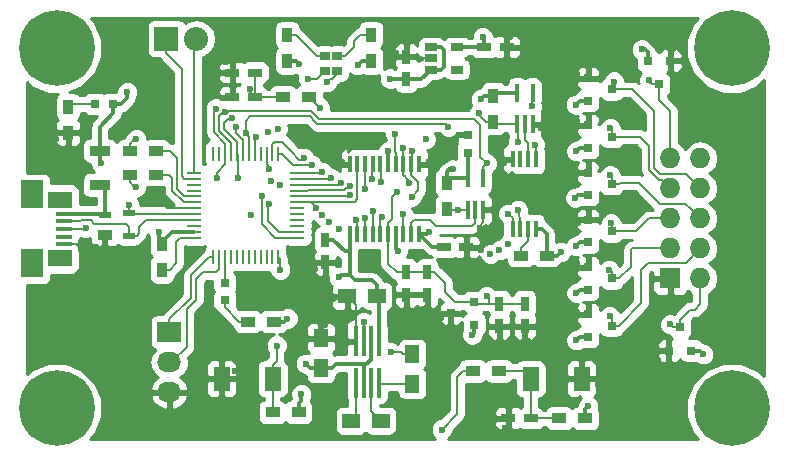
<source format=gtl>
G04 #@! TF.FileFunction,Copper,L1,Top,Signal*
%FSLAX46Y46*%
G04 Gerber Fmt 4.6, Leading zero omitted, Abs format (unit mm)*
G04 Created by KiCad (PCBNEW 4.0.4-stable) date 03/04/17 14:03:53*
%MOMM*%
%LPD*%
G01*
G04 APERTURE LIST*
%ADD10C,0.100000*%
%ADD11R,0.900000X1.200000*%
%ADD12R,0.750000X1.200000*%
%ADD13R,1.250000X1.500000*%
%ADD14R,1.200000X0.750000*%
%ADD15R,1.500000X1.250000*%
%ADD16R,1.200000X0.900000*%
%ADD17R,1.060000X0.650000*%
%ADD18R,1.300000X0.250000*%
%ADD19R,0.250000X1.300000*%
%ADD20R,0.450000X1.450000*%
%ADD21R,0.800100X0.800100*%
%ADD22R,0.850000X0.650000*%
%ADD23R,2.032000X2.032000*%
%ADD24O,2.032000X2.032000*%
%ADD25R,2.032000X1.727200*%
%ADD26O,2.032000X1.727200*%
%ADD27R,0.797560X0.797560*%
%ADD28R,1.400000X2.000000*%
%ADD29R,1.380000X0.450000*%
%ADD30R,2.100000X1.475000*%
%ADD31R,1.900000X2.375000*%
%ADD32R,1.000000X0.600000*%
%ADD33R,1.300000X0.900000*%
%ADD34R,0.340000X2.500000*%
%ADD35C,6.400000*%
%ADD36R,0.750000X0.800000*%
%ADD37R,1.700000X0.900000*%
%ADD38R,1.727200X1.727200*%
%ADD39O,1.727200X1.727200*%
%ADD40R,0.400000X1.500000*%
%ADD41C,0.600000*%
%ADD42C,0.203200*%
%ADD43C,0.300000*%
%ADD44C,0.254000*%
G04 APERTURE END LIST*
D10*
D11*
X51976500Y-63471500D03*
X51976500Y-65671500D03*
D12*
X80615000Y-61140000D03*
X80615000Y-59240000D03*
D13*
X73376000Y-85570000D03*
X73376000Y-83070000D03*
D14*
X87221500Y-58412000D03*
X89121500Y-58412000D03*
D15*
X78436000Y-90035000D03*
X75936000Y-90035000D03*
D13*
X81123000Y-86903500D03*
X81123000Y-84403500D03*
D14*
X91153500Y-89844500D03*
X89253500Y-89844500D03*
D12*
X73757000Y-74734000D03*
X73757000Y-76634000D03*
D14*
X83792500Y-75366500D03*
X85692500Y-75366500D03*
D15*
X78118500Y-79494000D03*
X75618500Y-79494000D03*
D12*
X88489000Y-80131500D03*
X88489000Y-82031500D03*
X90648000Y-80131500D03*
X90648000Y-82031500D03*
D11*
X59914000Y-77292000D03*
X59914000Y-75092000D03*
D16*
X88446000Y-85844000D03*
X86246000Y-85844000D03*
D11*
X70518500Y-59575500D03*
X70518500Y-57375500D03*
X77630500Y-59575500D03*
X77630500Y-57375500D03*
D17*
X82710500Y-58417000D03*
X82710500Y-59367000D03*
X82710500Y-60317000D03*
X84910500Y-60317000D03*
X84910500Y-58417000D03*
D18*
X62676000Y-69060500D03*
X62676000Y-69560500D03*
X62676000Y-70060500D03*
X62676000Y-70560500D03*
X62676000Y-71060500D03*
X62676000Y-71560500D03*
X62676000Y-72060500D03*
X62676000Y-72560500D03*
X62676000Y-73060500D03*
X62676000Y-73560500D03*
X62676000Y-74060500D03*
X62676000Y-74560500D03*
D19*
X64276000Y-76160500D03*
X64776000Y-76160500D03*
X65276000Y-76160500D03*
X65776000Y-76160500D03*
X66276000Y-76160500D03*
X66776000Y-76160500D03*
X67276000Y-76160500D03*
X67776000Y-76160500D03*
X68276000Y-76160500D03*
X68776000Y-76160500D03*
X69276000Y-76160500D03*
X69776000Y-76160500D03*
D18*
X71376000Y-74560500D03*
X71376000Y-74060500D03*
X71376000Y-73560500D03*
X71376000Y-73060500D03*
X71376000Y-72560500D03*
X71376000Y-72060500D03*
X71376000Y-71560500D03*
X71376000Y-71060500D03*
X71376000Y-70560500D03*
X71376000Y-70060500D03*
X71376000Y-69560500D03*
X71376000Y-69060500D03*
D19*
X69776000Y-67460500D03*
X69276000Y-67460500D03*
X68776000Y-67460500D03*
X68276000Y-67460500D03*
X67776000Y-67460500D03*
X67276000Y-67460500D03*
X66776000Y-67460500D03*
X66276000Y-67460500D03*
X65776000Y-67460500D03*
X65276000Y-67460500D03*
X64776000Y-67460500D03*
X64276000Y-67460500D03*
D20*
X81672500Y-68323500D03*
X81022500Y-68323500D03*
X80372500Y-68323500D03*
X79722500Y-68323500D03*
X79072500Y-68323500D03*
X78422500Y-68323500D03*
X77772500Y-68323500D03*
X77122500Y-68323500D03*
X76472500Y-68323500D03*
X75822500Y-68323500D03*
X75822500Y-74223500D03*
X76472500Y-74223500D03*
X77122500Y-74223500D03*
X77772500Y-74223500D03*
X78422500Y-74223500D03*
X79072500Y-74223500D03*
X79722500Y-74223500D03*
X80372500Y-74223500D03*
X81022500Y-74223500D03*
X81672500Y-74223500D03*
D21*
X86378260Y-81904500D03*
X86378260Y-80004500D03*
X84379280Y-80954500D03*
D22*
X74773000Y-60444000D03*
X73696700Y-60444000D03*
X74760300Y-59160700D03*
X73696700Y-59160700D03*
D23*
X60282300Y-57713500D03*
D24*
X62822300Y-57713500D03*
D25*
X60549000Y-82542000D03*
D26*
X60549000Y-85082000D03*
X60549000Y-87622000D03*
D27*
X55773800Y-63238000D03*
X54275200Y-63238000D03*
D28*
X95457000Y-86500000D03*
X91145000Y-86500000D03*
D16*
X95748500Y-89844500D03*
X93548500Y-89844500D03*
D29*
X51608900Y-75115400D03*
X51608900Y-74465400D03*
X51608900Y-73815400D03*
X51608900Y-73165400D03*
X51608900Y-72515400D03*
D30*
X51253300Y-76287300D03*
X51253300Y-71334300D03*
D31*
X48945900Y-70877100D03*
X48945900Y-76731800D03*
D32*
X55088000Y-72624900D03*
X57092700Y-74375900D03*
X57092700Y-72432800D03*
D33*
X55088000Y-74288500D03*
D34*
X78288000Y-86832000D03*
X78288000Y-83332000D03*
X77638000Y-86832000D03*
X77638000Y-83332000D03*
X76988000Y-86832000D03*
X76988000Y-83332000D03*
X76338000Y-86832000D03*
X76338000Y-83332000D03*
D35*
X51000000Y-58520000D03*
X51000000Y-89000000D03*
X108150000Y-89000000D03*
X108150000Y-58520000D03*
D16*
X71491500Y-89336500D03*
X69291500Y-89336500D03*
D28*
X64983000Y-86500000D03*
X69295000Y-86500000D03*
D36*
X85822000Y-65853500D03*
X85822000Y-67353500D03*
D27*
X65248000Y-79862300D03*
X65248000Y-78363700D03*
D21*
X95999240Y-69050000D03*
X95999240Y-70950000D03*
X97998220Y-70000000D03*
X102964500Y-59570240D03*
X101064500Y-59570240D03*
X102014500Y-61569220D03*
X95999240Y-73050000D03*
X95999240Y-74950000D03*
X97998220Y-74000000D03*
X102842500Y-84114260D03*
X104742500Y-84114260D03*
X103792500Y-82115280D03*
X95999240Y-61050000D03*
X95999240Y-62950000D03*
X97998220Y-62000000D03*
X95999240Y-65050000D03*
X95999240Y-66950000D03*
X97998220Y-66000000D03*
X95999240Y-77050000D03*
X95999240Y-78950000D03*
X97998220Y-78000000D03*
X95999240Y-81050000D03*
X95999240Y-82950000D03*
X97998220Y-82000000D03*
D37*
X54643500Y-70085500D03*
X54643500Y-67185500D03*
D38*
X102950000Y-78000000D03*
D39*
X105490000Y-78000000D03*
X102950000Y-75460000D03*
X105490000Y-75460000D03*
X102950000Y-72920000D03*
X105490000Y-72920000D03*
X102950000Y-70380000D03*
X105490000Y-70380000D03*
X102950000Y-67840000D03*
X105490000Y-67840000D03*
D16*
X59426500Y-67238500D03*
X57226500Y-67238500D03*
X59426500Y-69207000D03*
X57226500Y-69207000D03*
X69396000Y-81653000D03*
X67196000Y-81653000D03*
D11*
X87981000Y-62519000D03*
X87981000Y-64719000D03*
D16*
X92510000Y-76065000D03*
X90310000Y-76065000D03*
D11*
X84044000Y-69885000D03*
X84044000Y-72085000D03*
D20*
X91559500Y-67908000D03*
X90909500Y-67908000D03*
X90259500Y-67908000D03*
X89609500Y-67908000D03*
X89609500Y-73808000D03*
X90259500Y-73808000D03*
X90909500Y-73808000D03*
X91559500Y-73808000D03*
D14*
X65885500Y-62666500D03*
X67785500Y-62666500D03*
D40*
X89998000Y-64949000D03*
X90648000Y-64949000D03*
X91298000Y-64949000D03*
X91298000Y-62289000D03*
X89998000Y-62289000D03*
X85807000Y-72188000D03*
X86457000Y-72188000D03*
X87107000Y-72188000D03*
X87107000Y-69528000D03*
X85807000Y-69528000D03*
D16*
X72380500Y-62666500D03*
X70180500Y-62666500D03*
D12*
X80615000Y-77464500D03*
X80615000Y-79364500D03*
D14*
X65885500Y-60571000D03*
X67785500Y-60571000D03*
D12*
X82393000Y-77464500D03*
X82393000Y-79364500D03*
D41*
X69121500Y-69778500D03*
X57755000Y-66222500D03*
X97871970Y-69270500D03*
X76337492Y-73033106D03*
X71915500Y-67776700D03*
X79218000Y-61079000D03*
X56993000Y-62222000D03*
X86186810Y-82796000D03*
X72106000Y-85225000D03*
X59660000Y-74096500D03*
X54770500Y-68254500D03*
X92045000Y-65292800D03*
X79726000Y-58929200D03*
X90902000Y-83304000D03*
X83536000Y-81335500D03*
X95156500Y-73289490D03*
X81696300Y-75938000D03*
X82139000Y-80573500D03*
X82520000Y-68127500D03*
X84811300Y-66286000D03*
X101951000Y-84891500D03*
X95029500Y-80827500D03*
X95045990Y-76700000D03*
X94917990Y-68572000D03*
X95044490Y-64698500D03*
X95029500Y-60683510D03*
X103221000Y-58539000D03*
X88898300Y-68191000D03*
X86852909Y-73730409D03*
X86901500Y-75557000D03*
X89378000Y-57577300D03*
X65375000Y-59682000D03*
X72868000Y-77208000D03*
X73757000Y-81907000D03*
X74392000Y-79767300D03*
X75154000Y-68127500D03*
X96807500Y-86947300D03*
X89006200Y-90670000D03*
X59850500Y-71556500D03*
X66137000Y-85844000D03*
X63533500Y-85971000D03*
X54326000Y-75303000D03*
X53056000Y-75493500D03*
X50960500Y-66159000D03*
X76487500Y-59968500D03*
X105761000Y-84432710D03*
X95008690Y-83240500D03*
X93696000Y-75779000D03*
X95009190Y-79240000D03*
X94966000Y-75283190D03*
X94902500Y-71175500D03*
X95010690Y-67238500D03*
X94966000Y-63283190D03*
X100554000Y-58602500D03*
X79091000Y-67238500D03*
X71565500Y-59872500D03*
X82520000Y-74096500D03*
X79916500Y-75684000D03*
X87071000Y-57586500D03*
X84552000Y-68762500D03*
X86901500Y-62848500D03*
X67470500Y-72643100D03*
X96014500Y-88828500D03*
X71725000Y-87812500D03*
X70550000Y-81399000D03*
X76995500Y-81716500D03*
X79281500Y-84256500D03*
X74900000Y-77906500D03*
X83599500Y-90797000D03*
X69947000Y-70096000D03*
X57755000Y-70223000D03*
X89251000Y-75112500D03*
X97887000Y-65285530D03*
X77122500Y-72890000D03*
X72614000Y-68381500D03*
X88483175Y-75608801D03*
X98204500Y-61333000D03*
X77757500Y-72255000D03*
X73439500Y-68955700D03*
X87727000Y-75938000D03*
X101189000Y-61206000D03*
X78519500Y-72763000D03*
X74201500Y-69491200D03*
X97935970Y-73334500D03*
X74900000Y-73842500D03*
X78481144Y-69865224D03*
X75070696Y-69935700D03*
X74063137Y-73211761D03*
X97760000Y-77271500D03*
X77727300Y-69588000D03*
X75852500Y-70148497D03*
X73495188Y-72643812D03*
X97823500Y-81208500D03*
X77122500Y-70413500D03*
X75852500Y-70951700D03*
X72923688Y-72072312D03*
X102967000Y-81893030D03*
X80297500Y-72509000D03*
X68994500Y-68762500D03*
X66391000Y-69524500D03*
X81059500Y-71112000D03*
X89251000Y-72521300D03*
X81059500Y-67238500D03*
X65815950Y-64440950D03*
X73884000Y-61396500D03*
X69756500Y-65333500D03*
X68964300Y-71683500D03*
X72296500Y-61079000D03*
X68931000Y-65587500D03*
X68359500Y-71000799D03*
X64549500Y-69524500D03*
X80844991Y-69929509D03*
X90076500Y-72191500D03*
X80297500Y-66954300D03*
X64486000Y-63619000D03*
X57120000Y-71747000D03*
X53500500Y-73715500D03*
X69947000Y-77271500D03*
X69629500Y-83685000D03*
X90074236Y-66477254D03*
X91514300Y-66672862D03*
X86774500Y-64000000D03*
X84171000Y-65143000D03*
X67009159Y-65667841D03*
X84996500Y-72191500D03*
X79662500Y-65744700D03*
X66201812Y-65145396D03*
X91283000Y-63428500D03*
X87409500Y-68272300D03*
X65248000Y-63873000D03*
X87409500Y-79494000D03*
X73312500Y-63555500D03*
X82266000Y-66222500D03*
X79853000Y-70667500D03*
X67343500Y-61968000D03*
X67880800Y-66032724D03*
D42*
X57589300Y-66222500D02*
X57755000Y-66222500D01*
X57226500Y-67238500D02*
X57226500Y-66585300D01*
X57226500Y-66585300D02*
X57589300Y-66222500D01*
X97998220Y-69396750D02*
X97871970Y-69270500D01*
X97998220Y-70000000D02*
X97998220Y-69396750D01*
X102078000Y-71683500D02*
X104237000Y-71683500D01*
X105490000Y-72920000D02*
X104626401Y-72056401D01*
X104626401Y-72056401D02*
X104609901Y-72056401D01*
X104609901Y-72056401D02*
X104237000Y-71683500D01*
X100300000Y-69905500D02*
X102078000Y-71683500D01*
X98695970Y-69905500D02*
X100300000Y-69905500D01*
X97998220Y-70000000D02*
X98601470Y-70000000D01*
X98601470Y-70000000D02*
X98695970Y-69905500D01*
X76337492Y-73033106D02*
X76472500Y-73168114D01*
X76472500Y-73168114D02*
X76472500Y-74223500D01*
X71534500Y-67937000D02*
X71755200Y-67937000D01*
X71755200Y-67937000D02*
X71915500Y-67776700D01*
X70836000Y-67238500D02*
X71534500Y-67937000D01*
X70836000Y-67196858D02*
X70836000Y-67238500D01*
X69499858Y-66413000D02*
X70052142Y-66413000D01*
X70052142Y-66413000D02*
X70836000Y-67196858D01*
X69276000Y-67460500D02*
X69276000Y-66636858D01*
X69276000Y-66636858D02*
X69499858Y-66413000D01*
D43*
X80615000Y-61140000D02*
X79279000Y-61140000D01*
X79279000Y-61140000D02*
X79218000Y-61079000D01*
X56993000Y-62717580D02*
X56993000Y-62222000D01*
X55773800Y-63238000D02*
X56472580Y-63238000D01*
X56472580Y-63238000D02*
X56993000Y-62717580D01*
X86378260Y-81904500D02*
X86378260Y-82604550D01*
X86378260Y-82604550D02*
X86186810Y-82796000D01*
X73376000Y-85570000D02*
X72451000Y-85570000D01*
X72451000Y-85570000D02*
X72106000Y-85225000D01*
X59660000Y-74096500D02*
X59660000Y-74838000D01*
X59660000Y-74838000D02*
X59914000Y-75092000D01*
X54770500Y-68062500D02*
X54770500Y-68254500D01*
X54643500Y-67185500D02*
X54643500Y-67935500D01*
X54643500Y-67935500D02*
X54770500Y-68062500D01*
X83790000Y-58666500D02*
X83790000Y-60067500D01*
X83790000Y-60067500D02*
X83540500Y-60317000D01*
X83540500Y-60317000D02*
X82710500Y-60317000D01*
X82710500Y-58417000D02*
X83540500Y-58417000D01*
X83540500Y-58417000D02*
X83790000Y-58666500D01*
X80615000Y-61140000D02*
X81887500Y-61140000D01*
X81887500Y-61140000D02*
X82710500Y-60317000D01*
X77638000Y-83332000D02*
X77638000Y-84882000D01*
X77638000Y-84882000D02*
X77238000Y-85282000D01*
X77238000Y-85282000D02*
X76988000Y-85282000D01*
X76988000Y-86832000D02*
X76988000Y-85282000D01*
X74642201Y-85228799D02*
X74301000Y-85570000D01*
X76988000Y-85282000D02*
X76934799Y-85228799D01*
X76934799Y-85228799D02*
X74642201Y-85228799D01*
X74301000Y-85570000D02*
X73376000Y-85570000D01*
X62676000Y-74060500D02*
X60795500Y-74060500D01*
X60795500Y-74060500D02*
X59914000Y-74942000D01*
X59914000Y-74942000D02*
X59914000Y-75092000D01*
X54643500Y-65143000D02*
X55773800Y-64012700D01*
X55773800Y-64012700D02*
X55773800Y-63238000D01*
X54643500Y-67185500D02*
X54643500Y-65143000D01*
D42*
X91298000Y-64949000D02*
X91701200Y-64949000D01*
X91701200Y-64949000D02*
X92045000Y-65292800D01*
X80615000Y-59240000D02*
X80036800Y-59240000D01*
X80036800Y-59240000D02*
X79726000Y-58929200D01*
X90648000Y-83050000D02*
X90902000Y-83304000D01*
X90648000Y-82031500D02*
X90648000Y-83050000D01*
X90648000Y-82031500D02*
X90069800Y-82031500D01*
X90069800Y-82031500D02*
X88489000Y-82031500D01*
X83536000Y-81194530D02*
X83536000Y-81335500D01*
X84379280Y-80954500D02*
X83776030Y-80954500D01*
X83776030Y-80954500D02*
X83536000Y-81194530D01*
X95999240Y-73050000D02*
X95395990Y-73050000D01*
X95395990Y-73050000D02*
X95156500Y-73289490D01*
X82139000Y-80421700D02*
X82139000Y-80573500D01*
X82393000Y-79364500D02*
X82393000Y-80167700D01*
X82393000Y-80167700D02*
X82139000Y-80421700D01*
X80615000Y-79364500D02*
X82393000Y-79364500D01*
X82296700Y-68127500D02*
X82520000Y-68127500D01*
X81672500Y-68323500D02*
X82100700Y-68323500D01*
X82100700Y-68323500D02*
X82296700Y-68127500D01*
X85822000Y-65853500D02*
X85243800Y-65853500D01*
X85243800Y-65853500D02*
X84811300Y-66286000D01*
X101951000Y-84402510D02*
X101951000Y-84891500D01*
X102842500Y-84114260D02*
X102239250Y-84114260D01*
X102239250Y-84114260D02*
X101951000Y-84402510D01*
X95173490Y-80827500D02*
X95029500Y-80827500D01*
X95999240Y-81050000D02*
X95395990Y-81050000D01*
X95395990Y-81050000D02*
X95173490Y-80827500D01*
X95999240Y-77050000D02*
X95395990Y-77050000D01*
X95395990Y-77050000D02*
X95045990Y-76700000D01*
X95999240Y-69050000D02*
X95395990Y-69050000D01*
X95395990Y-69050000D02*
X94917990Y-68572000D01*
X95999240Y-65050000D02*
X95395990Y-65050000D01*
X95395990Y-65050000D02*
X95044490Y-64698500D01*
X95999240Y-61050000D02*
X95395990Y-61050000D01*
X95395990Y-61050000D02*
X95029500Y-60683510D01*
X103221000Y-58710490D02*
X103221000Y-58539000D01*
X102964500Y-59570240D02*
X102964500Y-58966990D01*
X102964500Y-58966990D02*
X103221000Y-58710490D01*
X89609500Y-67908000D02*
X89181300Y-67908000D01*
X89181300Y-67908000D02*
X88898300Y-68191000D01*
X86838000Y-73525000D02*
X86838000Y-73715500D01*
X86838000Y-73715500D02*
X86852909Y-73730409D01*
X87107000Y-73256000D02*
X86838000Y-73525000D01*
X87107000Y-72188000D02*
X87107000Y-73256000D01*
X86711000Y-75366500D02*
X86901500Y-75557000D01*
X85692500Y-75366500D02*
X86711000Y-75366500D01*
X82710500Y-59367000D02*
X80742000Y-59367000D01*
X80742000Y-59367000D02*
X80615000Y-59240000D01*
X89121500Y-58412000D02*
X89121500Y-57833800D01*
X89121500Y-57833800D02*
X89378000Y-57577300D01*
X65574700Y-59682000D02*
X65375000Y-59682000D01*
X65885500Y-60571000D02*
X65885500Y-59992800D01*
X65885500Y-59992800D02*
X65574700Y-59682000D01*
X65885500Y-62666500D02*
X65885500Y-60571000D01*
X72868000Y-76944800D02*
X72868000Y-77208000D01*
X73757000Y-76634000D02*
X73178800Y-76634000D01*
X73178800Y-76634000D02*
X72868000Y-76944800D01*
X73585800Y-81907000D02*
X73757000Y-81907000D01*
X73376000Y-83070000D02*
X73376000Y-82116800D01*
X73376000Y-82116800D02*
X73585800Y-81907000D01*
X75618500Y-79494000D02*
X74665300Y-79494000D01*
X74665300Y-79494000D02*
X74392000Y-79767300D01*
X75350000Y-68323500D02*
X75154000Y-68127500D01*
X75822500Y-68323500D02*
X75350000Y-68323500D01*
X95457000Y-86500000D02*
X96360200Y-86500000D01*
X96360200Y-86500000D02*
X96807500Y-86947300D01*
X89253500Y-89844500D02*
X89253500Y-90422700D01*
X89253500Y-90422700D02*
X89006200Y-90670000D01*
X60354500Y-72060500D02*
X59850500Y-71556500D01*
X62676000Y-72060500D02*
X60354500Y-72060500D01*
X76338000Y-83332000D02*
X73638000Y-83332000D01*
X73638000Y-83332000D02*
X73376000Y-83070000D01*
X76338000Y-83332000D02*
X76338000Y-80213500D01*
X76338000Y-80213500D02*
X75618500Y-79494000D01*
X64062500Y-86500000D02*
X63533500Y-85971000D01*
X64983000Y-86500000D02*
X64062500Y-86500000D01*
X54726700Y-75303000D02*
X54326000Y-75303000D01*
X55088000Y-74288500D02*
X55088000Y-74941700D01*
X55088000Y-74941700D02*
X54726700Y-75303000D01*
X52677900Y-75115400D02*
X53056000Y-75493500D01*
X51608900Y-75115400D02*
X52677900Y-75115400D01*
X50960500Y-66034300D02*
X50960500Y-66159000D01*
X51976500Y-65671500D02*
X51323300Y-65671500D01*
X51323300Y-65671500D02*
X50960500Y-66034300D01*
D43*
X79072500Y-68323500D02*
X79072500Y-67257000D01*
X79072500Y-67257000D02*
X79091000Y-67238500D01*
X77630500Y-59575500D02*
X76880500Y-59575500D01*
X76880500Y-59575500D02*
X76487500Y-59968500D01*
X104742500Y-84114260D02*
X105442550Y-84114260D01*
X105442550Y-84114260D02*
X105761000Y-84432710D01*
X95999240Y-82950000D02*
X95299190Y-82950000D01*
X95299190Y-82950000D02*
X95008690Y-83240500D01*
X92510000Y-76065000D02*
X93410000Y-76065000D01*
X93410000Y-76065000D02*
X93696000Y-75779000D01*
X95999240Y-78950000D02*
X95299190Y-78950000D01*
X95299190Y-78950000D02*
X95009190Y-79240000D01*
X95999240Y-74950000D02*
X95299190Y-74950000D01*
X95299190Y-74950000D02*
X94966000Y-75283190D01*
X95128000Y-70950000D02*
X94902500Y-71175500D01*
X95999240Y-70950000D02*
X95128000Y-70950000D01*
X95999240Y-66950000D02*
X95299190Y-66950000D01*
X95299190Y-66950000D02*
X95010690Y-67238500D01*
X95999240Y-62950000D02*
X95299190Y-62950000D01*
X95299190Y-62950000D02*
X94966000Y-63283190D01*
X100796810Y-58602500D02*
X100554000Y-58602500D01*
X101064500Y-59570240D02*
X101064500Y-58870190D01*
X101064500Y-58870190D02*
X100796810Y-58602500D01*
X91559500Y-73808000D02*
X92084500Y-73808000D01*
X92084500Y-73808000D02*
X92510000Y-74233500D01*
X92510000Y-74233500D02*
X92510000Y-76065000D01*
X70518500Y-59575500D02*
X71268500Y-59575500D01*
X71268500Y-59575500D02*
X71565500Y-59872500D01*
X83792500Y-75366500D02*
X82815500Y-75366500D01*
X82815500Y-75366500D02*
X81672500Y-74223500D01*
X82393000Y-74223500D02*
X82520000Y-74096500D01*
X81672500Y-74223500D02*
X82393000Y-74223500D01*
X79722500Y-75490000D02*
X79916500Y-75684000D01*
X79722500Y-74223500D02*
X79722500Y-75490000D01*
X87221500Y-58412000D02*
X87221500Y-57737000D01*
X87221500Y-57737000D02*
X87071000Y-57586500D01*
X84266500Y-68762500D02*
X84552000Y-68762500D01*
X84044000Y-69885000D02*
X84044000Y-68985000D01*
X84044000Y-68985000D02*
X84266500Y-68762500D01*
X87981000Y-62519000D02*
X87231000Y-62519000D01*
X87231000Y-62519000D02*
X86901500Y-62848500D01*
X87221500Y-58412000D02*
X84915500Y-58412000D01*
X84915500Y-58412000D02*
X84910500Y-58417000D01*
X89998000Y-62289000D02*
X88211000Y-62289000D01*
X88211000Y-62289000D02*
X87981000Y-62519000D01*
X85807000Y-69528000D02*
X85807000Y-67368500D01*
X85807000Y-67368500D02*
X85822000Y-67353500D01*
X85807000Y-69528000D02*
X84401000Y-69528000D01*
X84401000Y-69528000D02*
X84044000Y-69885000D01*
X95748500Y-89844500D02*
X95748500Y-89094500D01*
X95748500Y-89094500D02*
X96014500Y-88828500D01*
X71725000Y-88353000D02*
X71725000Y-87812500D01*
X71491500Y-89336500D02*
X71491500Y-88586500D01*
X71491500Y-88586500D02*
X71725000Y-88353000D01*
X69396000Y-81653000D02*
X70296000Y-81653000D01*
X70296000Y-81653000D02*
X70550000Y-81399000D01*
D42*
X78436000Y-90015000D02*
X77638000Y-89217000D01*
X77638000Y-89217000D02*
X77638000Y-88285200D01*
X78436000Y-90035000D02*
X78436000Y-90015000D01*
X77638000Y-86832000D02*
X77638000Y-88285200D01*
X77638000Y-88285200D02*
X77630500Y-88292700D01*
X76338000Y-86832000D02*
X76338000Y-89633000D01*
X76338000Y-89633000D02*
X75936000Y-90035000D01*
X81123000Y-86903500D02*
X78359500Y-86903500D01*
X78359500Y-86903500D02*
X78288000Y-86832000D01*
X76995500Y-81716500D02*
X76995500Y-83324500D01*
X76995500Y-83324500D02*
X76988000Y-83332000D01*
X80147800Y-84256500D02*
X79281500Y-84256500D01*
X81123000Y-84403500D02*
X80294800Y-84403500D01*
X80294800Y-84403500D02*
X80147800Y-84256500D01*
X93548500Y-89844500D02*
X92745300Y-89844500D01*
X92745300Y-89844500D02*
X91153500Y-89844500D01*
X91145000Y-86500000D02*
X91145000Y-89836000D01*
X91145000Y-89836000D02*
X91153500Y-89844500D01*
X88446000Y-85844000D02*
X90489000Y-85844000D01*
X90489000Y-85844000D02*
X91145000Y-86500000D01*
D43*
X75120500Y-77686000D02*
X74900000Y-77906500D01*
X75822500Y-77686000D02*
X75120500Y-77686000D01*
X75822500Y-77686000D02*
X75822500Y-75684000D01*
X73757000Y-74734000D02*
X74432000Y-74734000D01*
X75822500Y-75684000D02*
X75822500Y-74223500D01*
X74432000Y-74734000D02*
X75382000Y-75684000D01*
X75382000Y-75684000D02*
X75822500Y-75684000D01*
X76297000Y-78160500D02*
X75822500Y-77686000D01*
X77710000Y-78160500D02*
X76297000Y-78160500D01*
X78118500Y-79494000D02*
X78118500Y-78569000D01*
X78118500Y-78569000D02*
X77710000Y-78160500D01*
X78288000Y-83332000D02*
X78288000Y-79663500D01*
X78288000Y-79663500D02*
X78118500Y-79494000D01*
D42*
X61628500Y-69366200D02*
X61628500Y-60278900D01*
X61628500Y-60278900D02*
X60282300Y-58932700D01*
X60282300Y-58932700D02*
X60282300Y-57713500D01*
X62676000Y-69560500D02*
X61822800Y-69560500D01*
X61822800Y-69560500D02*
X61628500Y-69366200D01*
X62676000Y-69060500D02*
X62676000Y-57859800D01*
X62676000Y-57859800D02*
X62822300Y-57713500D01*
X84933000Y-89463500D02*
X83599500Y-90797000D01*
X84933000Y-86353800D02*
X84933000Y-89463500D01*
X86246000Y-85844000D02*
X85442800Y-85844000D01*
X85442800Y-85844000D02*
X84933000Y-86353800D01*
X64276000Y-76160500D02*
X63947800Y-76160500D01*
X63947800Y-76160500D02*
X62390500Y-77717800D01*
X62390500Y-77717800D02*
X62390500Y-79633700D01*
X62390500Y-79633700D02*
X60549000Y-81475200D01*
X60549000Y-81475200D02*
X60549000Y-82542000D01*
X64486000Y-77462000D02*
X64776000Y-77172000D01*
X64776000Y-77172000D02*
X64776000Y-76160500D01*
X63406500Y-77462000D02*
X64486000Y-77462000D01*
X62796910Y-78071590D02*
X63406500Y-77462000D01*
X62796910Y-79802040D02*
X62796910Y-78071590D01*
X62009500Y-83773900D02*
X62009500Y-80589450D01*
X62009500Y-80589450D02*
X62796910Y-79802040D01*
X60549000Y-85082000D02*
X60701400Y-85082000D01*
X60701400Y-85082000D02*
X62009500Y-83773900D01*
X57589300Y-70223000D02*
X57755000Y-70223000D01*
X57226500Y-69207000D02*
X57226500Y-69860200D01*
X57226500Y-69860200D02*
X57589300Y-70223000D01*
X97998220Y-65396750D02*
X97887000Y-65285530D01*
X97998220Y-66000000D02*
X97998220Y-65396750D01*
X77122500Y-74223500D02*
X77122500Y-72890000D01*
X102011250Y-69651500D02*
X102221500Y-69651500D01*
X102221500Y-69651500D02*
X102950000Y-70380000D01*
X101163590Y-66794000D02*
X101163591Y-68803841D01*
X101163591Y-68803841D02*
X102011250Y-69651500D01*
X100369590Y-66000000D02*
X101163590Y-66794000D01*
X97998220Y-66000000D02*
X100369590Y-66000000D01*
X71025200Y-68381500D02*
X72614000Y-68381500D01*
X69776000Y-67460500D02*
X70104200Y-67460500D01*
X70104200Y-67460500D02*
X71025200Y-68381500D01*
X98061970Y-61333000D02*
X98204500Y-61333000D01*
X97998220Y-62000000D02*
X97998220Y-61396750D01*
X97998220Y-61396750D02*
X98061970Y-61333000D01*
X77772500Y-74223500D02*
X77772500Y-72270000D01*
X77772500Y-72270000D02*
X77757500Y-72255000D01*
X102078000Y-69143500D02*
X104253500Y-69143500D01*
X104253500Y-69143500D02*
X105490000Y-70380000D01*
X101570000Y-68635500D02*
X102078000Y-69143500D01*
X101570000Y-63809500D02*
X101570000Y-68635500D01*
X99760500Y-62000000D02*
X101570000Y-63809500D01*
X97998220Y-62000000D02*
X99760500Y-62000000D01*
X77757500Y-74208500D02*
X77772500Y-74223500D01*
X73205000Y-69060500D02*
X73309800Y-68955700D01*
X73309800Y-68955700D02*
X73439500Y-68955700D01*
X71376000Y-69060500D02*
X73205000Y-69060500D01*
X101189000Y-61346970D02*
X101189000Y-61206000D01*
X101411250Y-61569220D02*
X101189000Y-61346970D01*
X102014500Y-61569220D02*
X101411250Y-61569220D01*
X78422500Y-74223500D02*
X78422500Y-72860000D01*
X78422500Y-72860000D02*
X78519500Y-72763000D01*
X102014500Y-62920500D02*
X102950000Y-63856000D01*
X102950000Y-63856000D02*
X102950000Y-67840000D01*
X102014500Y-61569220D02*
X102014500Y-62920500D01*
X78456000Y-74190000D02*
X78422500Y-74223500D01*
X74038500Y-69560500D02*
X74107800Y-69491200D01*
X74107800Y-69491200D02*
X74201500Y-69491200D01*
X71376000Y-69560500D02*
X74038500Y-69560500D01*
X97998220Y-74000000D02*
X97998220Y-73396750D01*
X97998220Y-73396750D02*
X97935970Y-73334500D01*
X100079000Y-74000000D02*
X101159000Y-72920000D01*
X101159000Y-72920000D02*
X102950000Y-72920000D01*
X97998220Y-74000000D02*
X100079000Y-74000000D01*
X78481144Y-69865224D02*
X78481144Y-68382144D01*
X78481144Y-68382144D02*
X78422500Y-68323500D01*
X74963500Y-70096000D02*
X75070696Y-69988804D01*
X75070696Y-69988804D02*
X75070696Y-69935700D01*
X72264700Y-70096000D02*
X74963500Y-70096000D01*
X71376000Y-70060500D02*
X72229200Y-70060500D01*
X72229200Y-70060500D02*
X72264700Y-70096000D01*
X97872970Y-77271500D02*
X97760000Y-77271500D01*
X97998220Y-78000000D02*
X97998220Y-77396750D01*
X97998220Y-77396750D02*
X97872970Y-77271500D01*
X99601500Y-75620500D02*
X99762000Y-75460000D01*
X99762000Y-75460000D02*
X102950000Y-75460000D01*
X99601500Y-76999970D02*
X99601500Y-75620500D01*
X97998220Y-78000000D02*
X98601470Y-78000000D01*
X98601470Y-78000000D02*
X99601500Y-76999970D01*
X77727300Y-69588000D02*
X77727300Y-68368700D01*
X77727300Y-68368700D02*
X77772500Y-68323500D01*
X75622594Y-70286500D02*
X75714497Y-70286500D01*
X75714497Y-70286500D02*
X75852500Y-70148497D01*
X72249200Y-70540500D02*
X75368594Y-70540500D01*
X75368594Y-70540500D02*
X75622594Y-70286500D01*
X71376000Y-70560500D02*
X72229200Y-70560500D01*
X72229200Y-70560500D02*
X72249200Y-70540500D01*
X97998220Y-81383220D02*
X97823500Y-81208500D01*
X97998220Y-82000000D02*
X97998220Y-81383220D01*
X101062000Y-76700000D02*
X104250000Y-76700000D01*
X104250000Y-76700000D02*
X105490000Y-75460000D01*
X100490500Y-77271500D02*
X101062000Y-76700000D01*
X100490500Y-80110970D02*
X100490500Y-77271500D01*
X97998220Y-82000000D02*
X98601470Y-82000000D01*
X98601470Y-82000000D02*
X100490500Y-80110970D01*
X77122500Y-70413500D02*
X77122500Y-68323500D01*
X75852500Y-71048500D02*
X75852500Y-70951700D01*
X72241200Y-71048500D02*
X75852500Y-71048500D01*
X71376000Y-71060500D02*
X72229200Y-71060500D01*
X72229200Y-71060500D02*
X72241200Y-71048500D01*
X72554500Y-71560500D02*
X72923688Y-71929688D01*
X72923688Y-71929688D02*
X72923688Y-72072312D01*
X72229200Y-71560500D02*
X72554500Y-71560500D01*
X103792500Y-82115280D02*
X103189250Y-82115280D01*
X103189250Y-82115280D02*
X102967000Y-81893030D01*
X105062500Y-80637000D02*
X105490000Y-80209500D01*
X105490000Y-80209500D02*
X105490000Y-78000000D01*
X104667530Y-80637000D02*
X105062500Y-80637000D01*
X103792500Y-82115280D02*
X103792500Y-81512030D01*
X103792500Y-81512030D02*
X104667530Y-80637000D01*
X76233500Y-71556500D02*
X76472500Y-71317500D01*
X76472500Y-71317500D02*
X76472500Y-68323500D01*
X72233200Y-71556500D02*
X76233500Y-71556500D01*
X71376000Y-71560500D02*
X72229200Y-71560500D01*
X72229200Y-71560500D02*
X72233200Y-71556500D01*
X61120500Y-74922000D02*
X61482000Y-74560500D01*
X61482000Y-74560500D02*
X62676000Y-74560500D01*
X61120500Y-76738700D02*
X61120500Y-74922000D01*
X59914000Y-77292000D02*
X60567200Y-77292000D01*
X60567200Y-77292000D02*
X61120500Y-76738700D01*
X80297500Y-72509000D02*
X80297500Y-74148500D01*
X80297500Y-74148500D02*
X80372500Y-74223500D01*
X68994500Y-68532200D02*
X68994500Y-68762500D01*
X68776000Y-67460500D02*
X68776000Y-68313700D01*
X68776000Y-68313700D02*
X68994500Y-68532200D01*
X66391000Y-69524500D02*
X66391000Y-69100236D01*
X66391000Y-69100236D02*
X66327500Y-69036736D01*
X66327500Y-69036736D02*
X66327500Y-67512000D01*
X66327500Y-67512000D02*
X66276000Y-67460500D01*
X81631000Y-69860200D02*
X81631000Y-70540500D01*
X81631000Y-70540500D02*
X81059500Y-71112000D01*
X81022500Y-68323500D02*
X81022500Y-69251700D01*
X81022500Y-69251700D02*
X81631000Y-69860200D01*
X81059500Y-68360500D02*
X81022500Y-68323500D01*
X89609500Y-73808000D02*
X89609500Y-72879800D01*
X89609500Y-72879800D02*
X89251000Y-72521300D01*
X81059500Y-67238500D02*
X81059500Y-68286500D01*
X81059500Y-68286500D02*
X81022500Y-68323500D01*
X65184500Y-64825500D02*
X65569050Y-64440950D01*
X65569050Y-64440950D02*
X65815950Y-64440950D01*
X65184500Y-64831606D02*
X65184500Y-64825500D01*
X65184500Y-65366300D02*
X65184500Y-64831606D01*
X66088818Y-66270618D02*
X65184500Y-65366300D01*
X66276000Y-67460500D02*
X66276000Y-66457800D01*
X66276000Y-66457800D02*
X66088818Y-66270618D01*
X74773000Y-60444000D02*
X74773000Y-60666342D01*
X74773000Y-60666342D02*
X74342841Y-61096501D01*
X74342841Y-61096501D02*
X74183999Y-61096501D01*
X74183999Y-61096501D02*
X73884000Y-61396500D01*
X68931000Y-73144000D02*
X68931000Y-71716800D01*
X68931000Y-71716800D02*
X68964300Y-71683500D01*
X69847500Y-74060500D02*
X68931000Y-73144000D01*
X71376000Y-74060500D02*
X69847500Y-74060500D01*
X72296500Y-61079000D02*
X73061700Y-61079000D01*
X73061700Y-61079000D02*
X73696700Y-60444000D01*
X68359500Y-73398000D02*
X68359500Y-71000799D01*
X69502500Y-74541000D02*
X68359500Y-73398000D01*
X70503300Y-74541000D02*
X69502500Y-74541000D01*
X71376000Y-74560500D02*
X70522800Y-74560500D01*
X70522800Y-74560500D02*
X70503300Y-74541000D01*
X64549500Y-69524500D02*
X64549500Y-69040200D01*
X64549500Y-69040200D02*
X65276000Y-68313700D01*
X65276000Y-68313700D02*
X65276000Y-67460500D01*
X80551500Y-69461000D02*
X80844991Y-69754491D01*
X80844991Y-69754491D02*
X80844991Y-69929509D01*
X80551500Y-69430700D02*
X80551500Y-69461000D01*
X80372500Y-68323500D02*
X80372500Y-69251700D01*
X80372500Y-69251700D02*
X80551500Y-69430700D01*
X80361000Y-68335000D02*
X80372500Y-68323500D01*
X90140000Y-72760300D02*
X90140000Y-72255000D01*
X90140000Y-72255000D02*
X90076500Y-72191500D01*
X90259500Y-73808000D02*
X90259500Y-72879800D01*
X90259500Y-72879800D02*
X90140000Y-72760300D01*
X80297500Y-67320300D02*
X80297500Y-66954300D01*
X80372500Y-68323500D02*
X80372500Y-67395300D01*
X80372500Y-67395300D02*
X80297500Y-67320300D01*
X64295500Y-63809500D02*
X64486000Y-63619000D01*
X64295500Y-65626800D02*
X64295500Y-63809500D01*
X65276000Y-67460500D02*
X65276000Y-66607300D01*
X65276000Y-66607300D02*
X64295500Y-65626800D01*
X76698500Y-57375500D02*
X76170000Y-57904000D01*
X76170000Y-57904000D02*
X76170000Y-58379200D01*
X77630500Y-57375500D02*
X76698500Y-57375500D01*
X74760300Y-59160700D02*
X75388500Y-59160700D01*
X75388500Y-59160700D02*
X76170000Y-58379200D01*
X73696700Y-59160700D02*
X73068500Y-59160700D01*
X73068500Y-59160700D02*
X71283300Y-57375500D01*
X71283300Y-57375500D02*
X70518500Y-57375500D01*
X58009000Y-73652000D02*
X58600500Y-73060500D01*
X58600500Y-73060500D02*
X62676000Y-73060500D01*
X58009000Y-74162800D02*
X58009000Y-73652000D01*
X57092700Y-74375900D02*
X57795900Y-74375900D01*
X57795900Y-74375900D02*
X58009000Y-74162800D01*
X57092700Y-73624700D02*
X57092700Y-74375900D01*
X51608900Y-73165400D02*
X52971100Y-73165400D01*
X56866000Y-73398000D02*
X57092700Y-73624700D01*
X52971100Y-73165400D02*
X53056000Y-73080500D01*
X53056000Y-73080500D02*
X53881500Y-73080500D01*
X53881500Y-73080500D02*
X54199000Y-73398000D01*
X54199000Y-73398000D02*
X56866000Y-73398000D01*
X62676000Y-72560500D02*
X57220400Y-72560500D01*
X57220400Y-72560500D02*
X57092700Y-72432800D01*
X57120000Y-71747000D02*
X57120000Y-72405500D01*
X57120000Y-72405500D02*
X57092700Y-72432800D01*
X53400600Y-73815400D02*
X53500500Y-73715500D01*
X51608900Y-73815400D02*
X53400600Y-73815400D01*
X54275200Y-63238000D02*
X52210000Y-63238000D01*
X52210000Y-63238000D02*
X51976500Y-63471500D01*
X69947000Y-77271500D02*
X69947000Y-76331500D01*
X69947000Y-76331500D02*
X69776000Y-76160500D01*
X69629500Y-84962300D02*
X69629500Y-83685000D01*
X69295000Y-86500000D02*
X69295000Y-85296800D01*
X69295000Y-85296800D02*
X69629500Y-84962300D01*
X69291500Y-89336500D02*
X69291500Y-86503500D01*
X69291500Y-86503500D02*
X69295000Y-86500000D01*
X67196000Y-81653000D02*
X66436720Y-81653000D01*
X65248000Y-80464280D02*
X65248000Y-79862300D01*
X66436720Y-81653000D02*
X65248000Y-80464280D01*
X65276000Y-76160500D02*
X65276000Y-78335700D01*
X65276000Y-78335700D02*
X65248000Y-78363700D01*
X62676000Y-71060500D02*
X61822800Y-71060500D01*
X61822800Y-71060500D02*
X61222090Y-70459790D01*
X61222090Y-70459790D02*
X61222090Y-67848090D01*
X61222090Y-67848090D02*
X60612500Y-67238500D01*
X60612500Y-67238500D02*
X59426500Y-67238500D01*
X60803000Y-69524500D02*
X60485500Y-69207000D01*
X60485500Y-69207000D02*
X59426500Y-69207000D01*
X60803000Y-70615450D02*
X60803000Y-69524500D01*
X62676000Y-71560500D02*
X61748050Y-71560500D01*
X61748050Y-71560500D02*
X60803000Y-70615450D01*
X90074236Y-66477254D02*
X90074236Y-65025236D01*
X90074236Y-65025236D02*
X89998000Y-64949000D01*
X91559500Y-66753000D02*
X91514300Y-66707800D01*
X91514300Y-66707800D02*
X91514300Y-66672862D01*
X91559500Y-67908000D02*
X91559500Y-66753000D01*
X86774500Y-64165700D02*
X86774500Y-64000000D01*
X87981000Y-64719000D02*
X87327800Y-64719000D01*
X87327800Y-64719000D02*
X86774500Y-64165700D01*
X83942410Y-64914410D02*
X84171000Y-65143000D01*
X80043500Y-64914410D02*
X83942410Y-64914410D01*
X77440000Y-64914410D02*
X80043500Y-64914410D01*
X73080660Y-64914410D02*
X77440000Y-64914410D01*
X72898125Y-64731875D02*
X73080660Y-64914410D01*
X72420250Y-64254000D02*
X72898125Y-64731875D01*
X70253059Y-64242559D02*
X70264500Y-64254000D01*
X70264500Y-64254000D02*
X72420250Y-64254000D01*
X67407000Y-64242559D02*
X70253059Y-64242559D01*
X67009159Y-64640400D02*
X67407000Y-64242559D01*
X67009159Y-65667841D02*
X67009159Y-64640400D01*
X89998000Y-64949000D02*
X88211000Y-64949000D01*
X88211000Y-64949000D02*
X87981000Y-64719000D01*
X67276000Y-66028000D02*
X67009159Y-65761159D01*
X67009159Y-65761159D02*
X67009159Y-65667841D01*
X67276000Y-67460500D02*
X67276000Y-66028000D01*
X90310000Y-76065000D02*
X90310000Y-75411800D01*
X90310000Y-75411800D02*
X90909500Y-74812300D01*
X90909500Y-74812300D02*
X90909500Y-74736200D01*
X90909500Y-74736200D02*
X90909500Y-73808000D01*
X84996500Y-72191500D02*
X84150500Y-72191500D01*
X84150500Y-72191500D02*
X84044000Y-72085000D01*
X84996500Y-72191500D02*
X85803500Y-72191500D01*
X85803500Y-72191500D02*
X85807000Y-72188000D01*
X79662500Y-67335300D02*
X79662500Y-65744700D01*
X79722500Y-68323500D02*
X79722500Y-67395300D01*
X79722500Y-67395300D02*
X79662500Y-67335300D01*
X66200500Y-65714500D02*
X66200500Y-65146708D01*
X66200500Y-65146708D02*
X66201812Y-65145396D01*
X66776000Y-66290000D02*
X66200500Y-65714500D01*
X66776000Y-67460500D02*
X66776000Y-66290000D01*
X86838000Y-65016000D02*
X86838000Y-67700800D01*
X86838000Y-67700800D02*
X87409500Y-68272300D01*
X86330000Y-64508000D02*
X86838000Y-65016000D01*
X73249000Y-64508000D02*
X86330000Y-64508000D01*
X72577149Y-63836149D02*
X73249000Y-64508000D01*
X65248000Y-63873000D02*
X65488794Y-63873000D01*
X65488794Y-63873000D02*
X65525645Y-63836149D01*
X65525645Y-63836149D02*
X72577149Y-63836149D01*
X91283000Y-63428500D02*
X91283000Y-62304000D01*
X91283000Y-62304000D02*
X91298000Y-62289000D01*
X87107000Y-69528000D02*
X87107000Y-68574800D01*
X87107000Y-68574800D02*
X87409500Y-68272300D01*
X65090801Y-63873000D02*
X65248000Y-63873000D01*
X64740000Y-65496550D02*
X64740000Y-64223801D01*
X64740000Y-64223801D02*
X65090801Y-63873000D01*
X65682409Y-66438959D02*
X64740000Y-65496550D01*
X65776000Y-67460500D02*
X65776000Y-66532550D01*
X65776000Y-66532550D02*
X65682409Y-66438959D01*
D43*
X55088000Y-72624900D02*
X55088000Y-70530000D01*
X55088000Y-70530000D02*
X54643500Y-70085500D01*
X51608900Y-72515400D02*
X54978500Y-72515400D01*
X54978500Y-72515400D02*
X55088000Y-72624900D01*
D42*
X86139500Y-73588500D02*
X86457000Y-73271000D01*
X86457000Y-73271000D02*
X86457000Y-72188000D01*
X83155000Y-73588500D02*
X86139500Y-73588500D01*
X82647000Y-73080500D02*
X83155000Y-73588500D01*
X81237300Y-73080500D02*
X82647000Y-73080500D01*
X81022500Y-74223500D02*
X81022500Y-73295300D01*
X81022500Y-73295300D02*
X81237300Y-73080500D01*
X79408500Y-72959300D02*
X79408500Y-71112000D01*
X79408500Y-71112000D02*
X79853000Y-70667500D01*
X87600000Y-79684500D02*
X87409500Y-79494000D01*
X87600000Y-80131500D02*
X86505260Y-80131500D01*
X88489000Y-80131500D02*
X87600000Y-80131500D01*
X87600000Y-80131500D02*
X87600000Y-79684500D01*
X83917000Y-79176500D02*
X84745000Y-80004500D01*
X84745000Y-80004500D02*
X86378260Y-80004500D01*
X83917000Y-78410300D02*
X83917000Y-79176500D01*
X82393000Y-77464500D02*
X82971200Y-77464500D01*
X82971200Y-77464500D02*
X83917000Y-78410300D01*
X73312500Y-63555500D02*
X73269500Y-63555500D01*
X73269500Y-63555500D02*
X72380500Y-62666500D01*
X79072500Y-74223500D02*
X79072500Y-73295300D01*
X79072500Y-73295300D02*
X79408500Y-72959300D01*
X90648000Y-80131500D02*
X88489000Y-80131500D01*
X86505260Y-80131500D02*
X86378260Y-80004500D01*
X82393000Y-77464500D02*
X80615000Y-77464500D01*
X79072500Y-76745000D02*
X79792000Y-77464500D01*
X79792000Y-77464500D02*
X80615000Y-77464500D01*
X79072500Y-74223500D02*
X79072500Y-76745000D01*
X67785500Y-62666500D02*
X68588700Y-62666500D01*
X68588700Y-62666500D02*
X70180500Y-62666500D01*
X67343500Y-61968000D02*
X67343500Y-62224500D01*
X67343500Y-62224500D02*
X67785500Y-62666500D01*
X67788000Y-66595300D02*
X67788000Y-66125524D01*
X67788000Y-66125524D02*
X67880800Y-66032724D01*
X67776000Y-67460500D02*
X67776000Y-66607300D01*
X67776000Y-66607300D02*
X67788000Y-66595300D01*
X67785500Y-60571000D02*
X67785500Y-62666500D01*
X68010500Y-62666500D02*
X67785500Y-62666500D01*
X67776000Y-62676000D02*
X67785500Y-62666500D01*
X90909500Y-66547500D02*
X90648000Y-66286000D01*
X90648000Y-66286000D02*
X90648000Y-64949000D01*
X90909500Y-67908000D02*
X90909500Y-66547500D01*
D44*
G36*
X104900741Y-56344811D02*
X104315667Y-57753825D01*
X104314336Y-59279482D01*
X104896950Y-60689515D01*
X105974811Y-61769259D01*
X107383825Y-62354333D01*
X108909482Y-62355664D01*
X110319515Y-61773050D01*
X110868000Y-61225522D01*
X110868000Y-86294500D01*
X110325189Y-85750741D01*
X108916175Y-85165667D01*
X107390518Y-85164336D01*
X105980485Y-85746950D01*
X104900741Y-86824811D01*
X104315667Y-88233825D01*
X104314336Y-89759482D01*
X104896950Y-91169515D01*
X105312709Y-91586000D01*
X84132567Y-91586000D01*
X84391692Y-91327327D01*
X84534338Y-90983799D01*
X84534408Y-90903802D01*
X85307960Y-90130250D01*
X88018500Y-90130250D01*
X88018500Y-90345810D01*
X88115173Y-90579199D01*
X88293802Y-90757827D01*
X88527191Y-90854500D01*
X88967750Y-90854500D01*
X89126500Y-90695750D01*
X89126500Y-89971500D01*
X88177250Y-89971500D01*
X88018500Y-90130250D01*
X85307960Y-90130250D01*
X85453855Y-89984355D01*
X85500274Y-89914884D01*
X85613530Y-89745385D01*
X85669600Y-89463500D01*
X85669600Y-89343190D01*
X88018500Y-89343190D01*
X88018500Y-89558750D01*
X88177250Y-89717500D01*
X89126500Y-89717500D01*
X89126500Y-88993250D01*
X88967750Y-88834500D01*
X88527191Y-88834500D01*
X88293802Y-88931173D01*
X88115173Y-89109801D01*
X88018500Y-89343190D01*
X85669600Y-89343190D01*
X85669600Y-86941440D01*
X86846000Y-86941440D01*
X87081317Y-86897162D01*
X87297441Y-86758090D01*
X87345134Y-86688289D01*
X87381910Y-86745441D01*
X87594110Y-86890431D01*
X87846000Y-86941440D01*
X89046000Y-86941440D01*
X89281317Y-86897162D01*
X89497441Y-86758090D01*
X89618715Y-86580600D01*
X89797560Y-86580600D01*
X89797560Y-87500000D01*
X89841838Y-87735317D01*
X89980910Y-87951441D01*
X90193110Y-88096431D01*
X90408400Y-88140028D01*
X90408400Y-88849362D01*
X90318183Y-88866338D01*
X90214854Y-88932829D01*
X90213198Y-88931173D01*
X89979809Y-88834500D01*
X89539250Y-88834500D01*
X89380500Y-88993250D01*
X89380500Y-89717500D01*
X89400500Y-89717500D01*
X89400500Y-89971500D01*
X89380500Y-89971500D01*
X89380500Y-90695750D01*
X89539250Y-90854500D01*
X89979809Y-90854500D01*
X90213198Y-90757827D01*
X90214568Y-90756457D01*
X90301610Y-90815931D01*
X90553500Y-90866940D01*
X91753500Y-90866940D01*
X91988817Y-90822662D01*
X92204941Y-90683590D01*
X92274969Y-90581100D01*
X92378338Y-90581100D01*
X92484410Y-90745941D01*
X92696610Y-90890931D01*
X92948500Y-90941940D01*
X94148500Y-90941940D01*
X94383817Y-90897662D01*
X94599941Y-90758590D01*
X94647634Y-90688789D01*
X94684410Y-90745941D01*
X94896610Y-90890931D01*
X95148500Y-90941940D01*
X96348500Y-90941940D01*
X96583817Y-90897662D01*
X96799941Y-90758590D01*
X96944931Y-90546390D01*
X96995940Y-90294500D01*
X96995940Y-89394500D01*
X96951662Y-89159183D01*
X96913936Y-89100555D01*
X96949338Y-89015299D01*
X96949662Y-88643333D01*
X96807617Y-88299557D01*
X96544827Y-88036308D01*
X96526378Y-88028647D01*
X96695327Y-87859699D01*
X96792000Y-87626310D01*
X96792000Y-86785750D01*
X96633250Y-86627000D01*
X95584000Y-86627000D01*
X95584000Y-86647000D01*
X95330000Y-86647000D01*
X95330000Y-86627000D01*
X94280750Y-86627000D01*
X94122000Y-86785750D01*
X94122000Y-87626310D01*
X94218673Y-87859699D01*
X94397302Y-88038327D01*
X94630691Y-88135000D01*
X95171250Y-88135000D01*
X95329998Y-87976252D01*
X95329998Y-88135000D01*
X95385766Y-88135000D01*
X95222308Y-88298173D01*
X95079662Y-88641701D01*
X95079603Y-88709762D01*
X95041190Y-88767252D01*
X94913183Y-88791338D01*
X94697059Y-88930410D01*
X94649366Y-89000211D01*
X94612590Y-88943059D01*
X94400390Y-88798069D01*
X94148500Y-88747060D01*
X92948500Y-88747060D01*
X92713183Y-88791338D01*
X92497059Y-88930410D01*
X92375785Y-89107900D01*
X92275401Y-89107900D01*
X92217590Y-89018059D01*
X92005390Y-88873069D01*
X91881600Y-88848001D01*
X91881600Y-88140553D01*
X92080317Y-88103162D01*
X92296441Y-87964090D01*
X92441431Y-87751890D01*
X92492440Y-87500000D01*
X92492440Y-85500000D01*
X92468674Y-85373690D01*
X94122000Y-85373690D01*
X94122000Y-86214250D01*
X94280750Y-86373000D01*
X95330000Y-86373000D01*
X95330000Y-85023750D01*
X95584000Y-85023750D01*
X95584000Y-86373000D01*
X96633250Y-86373000D01*
X96792000Y-86214250D01*
X96792000Y-85373690D01*
X96695327Y-85140301D01*
X96516698Y-84961673D01*
X96283309Y-84865000D01*
X95742750Y-84865000D01*
X95584000Y-85023750D01*
X95330000Y-85023750D01*
X95171250Y-84865000D01*
X94630691Y-84865000D01*
X94397302Y-84961673D01*
X94218673Y-85140301D01*
X94122000Y-85373690D01*
X92468674Y-85373690D01*
X92448162Y-85264683D01*
X92309090Y-85048559D01*
X92096890Y-84903569D01*
X91845000Y-84852560D01*
X90445000Y-84852560D01*
X90209683Y-84896838D01*
X89993559Y-85035910D01*
X89944712Y-85107400D01*
X89616162Y-85107400D01*
X89510090Y-84942559D01*
X89297890Y-84797569D01*
X89046000Y-84746560D01*
X87846000Y-84746560D01*
X87610683Y-84790838D01*
X87394559Y-84929910D01*
X87346866Y-84999711D01*
X87310090Y-84942559D01*
X87097890Y-84797569D01*
X86846000Y-84746560D01*
X85646000Y-84746560D01*
X85410683Y-84790838D01*
X85194559Y-84929910D01*
X85049569Y-85142110D01*
X85027143Y-85252854D01*
X84921945Y-85323145D01*
X84412145Y-85832945D01*
X84252470Y-86071915D01*
X84196400Y-86353800D01*
X84196400Y-89158390D01*
X83492884Y-89861906D01*
X83414333Y-89861838D01*
X83070557Y-90003883D01*
X82807308Y-90266673D01*
X82664662Y-90610201D01*
X82664338Y-90982167D01*
X82806383Y-91325943D01*
X83065987Y-91586000D01*
X53837730Y-91586000D01*
X54249259Y-91175189D01*
X54834333Y-89766175D01*
X54835664Y-88240518D01*
X54728445Y-87981026D01*
X58941642Y-87981026D01*
X58944291Y-87996791D01*
X59198268Y-88524036D01*
X59634680Y-88913954D01*
X60187087Y-89107184D01*
X60422000Y-88962924D01*
X60422000Y-87749000D01*
X60676000Y-87749000D01*
X60676000Y-88962924D01*
X60910913Y-89107184D01*
X61463320Y-88913954D01*
X61899732Y-88524036D01*
X62153709Y-87996791D01*
X62156358Y-87981026D01*
X62035217Y-87749000D01*
X60676000Y-87749000D01*
X60422000Y-87749000D01*
X59062783Y-87749000D01*
X58941642Y-87981026D01*
X54728445Y-87981026D01*
X54253050Y-86830485D01*
X53175189Y-85750741D01*
X51766175Y-85165667D01*
X50240518Y-85164336D01*
X48830485Y-85746950D01*
X48457000Y-86119784D01*
X48457000Y-78566740D01*
X49895900Y-78566740D01*
X50131217Y-78522462D01*
X50347341Y-78383390D01*
X50492331Y-78171190D01*
X50543340Y-77919300D01*
X50543340Y-77672240D01*
X52303300Y-77672240D01*
X52538617Y-77627962D01*
X52754741Y-77488890D01*
X52899731Y-77276690D01*
X52950740Y-77024800D01*
X52950740Y-75549800D01*
X52933900Y-75460303D01*
X52933900Y-75386650D01*
X52916829Y-75369579D01*
X52906462Y-75314483D01*
X52777722Y-75114416D01*
X52895331Y-74942290D01*
X52910458Y-74867592D01*
X52933900Y-74844150D01*
X52933900Y-74764090D01*
X52932233Y-74760065D01*
X52946340Y-74690400D01*
X52946340Y-74552000D01*
X53076878Y-74552000D01*
X53313701Y-74650338D01*
X53685667Y-74650662D01*
X53803000Y-74602181D01*
X53803000Y-74864810D01*
X53899673Y-75098199D01*
X54078302Y-75276827D01*
X54311691Y-75373500D01*
X54802250Y-75373500D01*
X54961000Y-75214750D01*
X54961000Y-74415500D01*
X54941000Y-74415500D01*
X54941000Y-74161500D01*
X54961000Y-74161500D01*
X54961000Y-74141500D01*
X55215000Y-74141500D01*
X55215000Y-74161500D01*
X55235000Y-74161500D01*
X55235000Y-74415500D01*
X55215000Y-74415500D01*
X55215000Y-75214750D01*
X55373750Y-75373500D01*
X55864309Y-75373500D01*
X56097698Y-75276827D01*
X56199053Y-75175473D01*
X56340810Y-75272331D01*
X56592700Y-75323340D01*
X57592700Y-75323340D01*
X57828017Y-75279062D01*
X58044141Y-75139990D01*
X58120935Y-75027598D01*
X58316755Y-74896755D01*
X58529855Y-74683655D01*
X58689530Y-74444685D01*
X58724851Y-74267115D01*
X58724838Y-74281667D01*
X58816560Y-74503652D01*
X58816560Y-75692000D01*
X58860838Y-75927317D01*
X58999910Y-76143441D01*
X59069711Y-76191134D01*
X59012559Y-76227910D01*
X58867569Y-76440110D01*
X58816560Y-76692000D01*
X58816560Y-77892000D01*
X58860838Y-78127317D01*
X58999910Y-78343441D01*
X59212110Y-78488431D01*
X59464000Y-78539440D01*
X60364000Y-78539440D01*
X60599317Y-78495162D01*
X60815441Y-78356090D01*
X60960431Y-78143890D01*
X61011440Y-77892000D01*
X61011440Y-77864048D01*
X61088055Y-77812855D01*
X61641355Y-77259555D01*
X61801030Y-77020585D01*
X61857100Y-76738700D01*
X61857100Y-75298737D01*
X62026000Y-75332940D01*
X63326000Y-75332940D01*
X63547975Y-75291172D01*
X63503560Y-75510500D01*
X63503560Y-75588452D01*
X63451856Y-75623000D01*
X63426945Y-75639645D01*
X61869645Y-77196945D01*
X61709970Y-77435915D01*
X61653900Y-77717800D01*
X61653900Y-79328590D01*
X60028145Y-80954345D01*
X59976952Y-81030960D01*
X59533000Y-81030960D01*
X59297683Y-81075238D01*
X59081559Y-81214310D01*
X58936569Y-81426510D01*
X58885560Y-81678400D01*
X58885560Y-83405600D01*
X58929838Y-83640917D01*
X59068910Y-83857041D01*
X59281110Y-84002031D01*
X59322439Y-84010400D01*
X59304585Y-84022330D01*
X58979729Y-84508511D01*
X58865655Y-85082000D01*
X58979729Y-85655489D01*
X59304585Y-86141670D01*
X59614069Y-86348461D01*
X59198268Y-86719964D01*
X58944291Y-87247209D01*
X58941642Y-87262974D01*
X59062783Y-87495000D01*
X60422000Y-87495000D01*
X60422000Y-87475000D01*
X60676000Y-87475000D01*
X60676000Y-87495000D01*
X62035217Y-87495000D01*
X62156358Y-87262974D01*
X62153709Y-87247209D01*
X61931422Y-86785750D01*
X63648000Y-86785750D01*
X63648000Y-87626310D01*
X63744673Y-87859699D01*
X63923302Y-88038327D01*
X64156691Y-88135000D01*
X64697250Y-88135000D01*
X64856000Y-87976250D01*
X64856000Y-86627000D01*
X65110000Y-86627000D01*
X65110000Y-87976250D01*
X65268750Y-88135000D01*
X65809309Y-88135000D01*
X66042698Y-88038327D01*
X66221327Y-87859699D01*
X66318000Y-87626310D01*
X66318000Y-86785750D01*
X66159250Y-86627000D01*
X65110000Y-86627000D01*
X64856000Y-86627000D01*
X63806750Y-86627000D01*
X63648000Y-86785750D01*
X61931422Y-86785750D01*
X61899732Y-86719964D01*
X61483931Y-86348461D01*
X61793415Y-86141670D01*
X62118271Y-85655489D01*
X62174324Y-85373690D01*
X63648000Y-85373690D01*
X63648000Y-86214250D01*
X63806750Y-86373000D01*
X64856000Y-86373000D01*
X64856000Y-85023750D01*
X65110000Y-85023750D01*
X65110000Y-86373000D01*
X66159250Y-86373000D01*
X66318000Y-86214250D01*
X66318000Y-85373690D01*
X66221327Y-85140301D01*
X66042698Y-84961673D01*
X65809309Y-84865000D01*
X65268750Y-84865000D01*
X65110000Y-85023750D01*
X64856000Y-85023750D01*
X64697250Y-84865000D01*
X64156691Y-84865000D01*
X63923302Y-84961673D01*
X63744673Y-85140301D01*
X63648000Y-85373690D01*
X62174324Y-85373690D01*
X62232345Y-85082000D01*
X62151176Y-84673934D01*
X62530355Y-84294755D01*
X62561901Y-84247543D01*
X62690030Y-84055785D01*
X62746100Y-83773900D01*
X62746100Y-80894560D01*
X63317765Y-80322895D01*
X63477440Y-80083925D01*
X63533510Y-79802040D01*
X63533510Y-78376700D01*
X63711610Y-78198600D01*
X64201780Y-78198600D01*
X64201780Y-78762480D01*
X64246058Y-78997797D01*
X64320185Y-79112993D01*
X64252789Y-79211630D01*
X64201780Y-79463520D01*
X64201780Y-80261080D01*
X64246058Y-80496397D01*
X64385130Y-80712521D01*
X64597330Y-80857511D01*
X64648839Y-80867942D01*
X64727145Y-80985135D01*
X65915865Y-82173855D01*
X65968511Y-82209032D01*
X65992838Y-82338317D01*
X66131910Y-82554441D01*
X66344110Y-82699431D01*
X66596000Y-82750440D01*
X67796000Y-82750440D01*
X68031317Y-82706162D01*
X68247441Y-82567090D01*
X68295134Y-82497289D01*
X68331910Y-82554441D01*
X68544110Y-82699431D01*
X68796000Y-82750440D01*
X69442876Y-82750440D01*
X69100557Y-82891883D01*
X68837308Y-83154673D01*
X68694662Y-83498201D01*
X68694338Y-83870167D01*
X68836383Y-84213943D01*
X68892900Y-84270559D01*
X68892900Y-84657190D01*
X68774145Y-84775945D01*
X68722952Y-84852560D01*
X68595000Y-84852560D01*
X68359683Y-84896838D01*
X68143559Y-85035910D01*
X67998569Y-85248110D01*
X67947560Y-85500000D01*
X67947560Y-87500000D01*
X67991838Y-87735317D01*
X68130910Y-87951441D01*
X68343110Y-88096431D01*
X68554900Y-88139320D01*
X68554900Y-88264763D01*
X68456183Y-88283338D01*
X68240059Y-88422410D01*
X68095069Y-88634610D01*
X68044060Y-88886500D01*
X68044060Y-89786500D01*
X68088338Y-90021817D01*
X68227410Y-90237941D01*
X68439610Y-90382931D01*
X68691500Y-90433940D01*
X69891500Y-90433940D01*
X70126817Y-90389662D01*
X70342941Y-90250590D01*
X70390634Y-90180789D01*
X70427410Y-90237941D01*
X70639610Y-90382931D01*
X70891500Y-90433940D01*
X72091500Y-90433940D01*
X72326817Y-90389662D01*
X72542941Y-90250590D01*
X72687931Y-90038390D01*
X72738940Y-89786500D01*
X72738940Y-88886500D01*
X72694662Y-88651183D01*
X72555590Y-88435059D01*
X72501085Y-88397817D01*
X72510000Y-88353000D01*
X72510000Y-88350006D01*
X72517192Y-88342827D01*
X72659838Y-87999299D01*
X72660162Y-87627333D01*
X72518117Y-87283557D01*
X72255327Y-87020308D01*
X71911799Y-86877662D01*
X71539833Y-86877338D01*
X71196057Y-87019383D01*
X70932808Y-87282173D01*
X70790162Y-87625701D01*
X70789838Y-87997667D01*
X70854465Y-88154077D01*
X70784190Y-88259252D01*
X70656183Y-88283338D01*
X70440059Y-88422410D01*
X70392366Y-88492211D01*
X70355590Y-88435059D01*
X70143390Y-88290069D01*
X70028100Y-88266722D01*
X70028100Y-88141212D01*
X70230317Y-88103162D01*
X70446441Y-87964090D01*
X70591431Y-87751890D01*
X70642440Y-87500000D01*
X70642440Y-85500000D01*
X70598162Y-85264683D01*
X70459090Y-85048559D01*
X70362121Y-84982303D01*
X70366100Y-84962300D01*
X70366100Y-84270822D01*
X70421692Y-84215327D01*
X70564338Y-83871799D01*
X70564662Y-83499833D01*
X70422617Y-83156057D01*
X70159827Y-82892808D01*
X69816968Y-82750440D01*
X69996000Y-82750440D01*
X70231317Y-82706162D01*
X70447441Y-82567090D01*
X70573338Y-82382834D01*
X70596407Y-82378245D01*
X70662477Y-82334099D01*
X70735167Y-82334162D01*
X71075133Y-82193691D01*
X72116000Y-82193691D01*
X72116000Y-82784250D01*
X72274750Y-82943000D01*
X73249000Y-82943000D01*
X73249000Y-81843750D01*
X73503000Y-81843750D01*
X73503000Y-82943000D01*
X74477250Y-82943000D01*
X74636000Y-82784250D01*
X74636000Y-82193691D01*
X74539327Y-81960302D01*
X74360699Y-81781673D01*
X74127310Y-81685000D01*
X73661750Y-81685000D01*
X73503000Y-81843750D01*
X73249000Y-81843750D01*
X73090250Y-81685000D01*
X72624690Y-81685000D01*
X72391301Y-81781673D01*
X72212673Y-81960302D01*
X72116000Y-82193691D01*
X71075133Y-82193691D01*
X71078943Y-82192117D01*
X71342192Y-81929327D01*
X71484838Y-81585799D01*
X71485162Y-81213833D01*
X71343117Y-80870057D01*
X71080327Y-80606808D01*
X70736799Y-80464162D01*
X70364833Y-80463838D01*
X70094549Y-80575517D01*
X69996000Y-80555560D01*
X68796000Y-80555560D01*
X68560683Y-80599838D01*
X68344559Y-80738910D01*
X68296866Y-80808711D01*
X68260090Y-80751559D01*
X68047890Y-80606569D01*
X67796000Y-80555560D01*
X66596000Y-80555560D01*
X66415040Y-80589610D01*
X66259241Y-80433811D01*
X66294220Y-80261080D01*
X66294220Y-79779750D01*
X74233500Y-79779750D01*
X74233500Y-80245310D01*
X74330173Y-80478699D01*
X74508802Y-80657327D01*
X74742191Y-80754000D01*
X75332750Y-80754000D01*
X75491500Y-80595250D01*
X75491500Y-79621000D01*
X74392250Y-79621000D01*
X74233500Y-79779750D01*
X66294220Y-79779750D01*
X66294220Y-79463520D01*
X66249942Y-79228203D01*
X66175815Y-79113007D01*
X66243211Y-79014370D01*
X66294220Y-78762480D01*
X66294220Y-77964920D01*
X66249942Y-77729603D01*
X66110870Y-77513479D01*
X66012600Y-77446334D01*
X66012600Y-77436941D01*
X66030589Y-77433556D01*
X66151000Y-77457940D01*
X66401000Y-77457940D01*
X66530589Y-77433556D01*
X66651000Y-77457940D01*
X66901000Y-77457940D01*
X67030589Y-77433556D01*
X67151000Y-77457940D01*
X67401000Y-77457940D01*
X67530589Y-77433556D01*
X67651000Y-77457940D01*
X67901000Y-77457940D01*
X68030589Y-77433556D01*
X68151000Y-77457940D01*
X68401000Y-77457940D01*
X68530589Y-77433556D01*
X68651000Y-77457940D01*
X68901000Y-77457940D01*
X69011855Y-77437081D01*
X69011838Y-77456667D01*
X69153883Y-77800443D01*
X69416673Y-78063692D01*
X69760201Y-78206338D01*
X70132167Y-78206662D01*
X70475943Y-78064617D01*
X70739192Y-77801827D01*
X70881838Y-77458299D01*
X70882162Y-77086333D01*
X70813332Y-76919750D01*
X72747000Y-76919750D01*
X72747000Y-77360309D01*
X72843673Y-77593698D01*
X73022301Y-77772327D01*
X73255690Y-77869000D01*
X73471250Y-77869000D01*
X73630000Y-77710250D01*
X73630000Y-76761000D01*
X72905750Y-76761000D01*
X72747000Y-76919750D01*
X70813332Y-76919750D01*
X70740117Y-76742557D01*
X70683600Y-76685941D01*
X70683600Y-76331505D01*
X70683601Y-76331500D01*
X70627531Y-76049616D01*
X70548440Y-75931248D01*
X70548440Y-75510500D01*
X70507722Y-75294101D01*
X70522800Y-75297100D01*
X70549017Y-75297100D01*
X70726000Y-75332940D01*
X72026000Y-75332940D01*
X72261317Y-75288662D01*
X72477441Y-75149590D01*
X72622431Y-74937390D01*
X72673440Y-74685500D01*
X72673440Y-74435500D01*
X72649056Y-74305911D01*
X72673440Y-74185500D01*
X72673440Y-73935500D01*
X72649056Y-73805911D01*
X72673440Y-73685500D01*
X72673440Y-73435500D01*
X72649056Y-73305911D01*
X72673440Y-73185500D01*
X72673440Y-73103463D01*
X72702071Y-73172755D01*
X72964861Y-73436004D01*
X73178726Y-73524809D01*
X73146683Y-73530838D01*
X72930559Y-73669910D01*
X72785569Y-73882110D01*
X72734560Y-74134000D01*
X72734560Y-75334000D01*
X72778838Y-75569317D01*
X72845329Y-75672646D01*
X72843673Y-75674302D01*
X72747000Y-75907691D01*
X72747000Y-76348250D01*
X72905750Y-76507000D01*
X73630000Y-76507000D01*
X73630000Y-76487000D01*
X73884000Y-76487000D01*
X73884000Y-76507000D01*
X74608250Y-76507000D01*
X74767000Y-76348250D01*
X74767000Y-76179158D01*
X74826921Y-76239079D01*
X75037500Y-76379783D01*
X75037500Y-76917510D01*
X74820093Y-76960755D01*
X74804138Y-76971416D01*
X74767000Y-76971383D01*
X74767000Y-76919750D01*
X74608250Y-76761000D01*
X73884000Y-76761000D01*
X73884000Y-77710250D01*
X73965100Y-77791350D01*
X73964838Y-78091667D01*
X74106883Y-78435443D01*
X74286314Y-78615187D01*
X74233500Y-78742690D01*
X74233500Y-79208250D01*
X74392250Y-79367000D01*
X75491500Y-79367000D01*
X75491500Y-79347000D01*
X75745500Y-79347000D01*
X75745500Y-79367000D01*
X75765500Y-79367000D01*
X75765500Y-79621000D01*
X75745500Y-79621000D01*
X75745500Y-80595250D01*
X75904250Y-80754000D01*
X76494809Y-80754000D01*
X76728198Y-80657327D01*
X76869436Y-80516090D01*
X76904410Y-80570441D01*
X77116610Y-80715431D01*
X77368500Y-80766440D01*
X77503000Y-80766440D01*
X77503000Y-80914829D01*
X77182299Y-80781662D01*
X76810333Y-80781338D01*
X76466557Y-80923383D01*
X76203308Y-81186173D01*
X76094782Y-81447532D01*
X76094250Y-81447000D01*
X76041691Y-81447000D01*
X75808302Y-81543673D01*
X75629673Y-81722301D01*
X75533000Y-81955690D01*
X75533000Y-83046250D01*
X75691750Y-83205000D01*
X76170560Y-83205000D01*
X76170560Y-83459000D01*
X75691750Y-83459000D01*
X75533000Y-83617750D01*
X75533000Y-84443799D01*
X74642201Y-84443799D01*
X74528109Y-84466493D01*
X74465090Y-84368559D01*
X74396994Y-84322031D01*
X74539327Y-84179698D01*
X74636000Y-83946309D01*
X74636000Y-83355750D01*
X74477250Y-83197000D01*
X73503000Y-83197000D01*
X73503000Y-83217000D01*
X73249000Y-83217000D01*
X73249000Y-83197000D01*
X72274750Y-83197000D01*
X72116000Y-83355750D01*
X72116000Y-83946309D01*
X72212673Y-84179698D01*
X72344679Y-84311704D01*
X72292799Y-84290162D01*
X71920833Y-84289838D01*
X71577057Y-84431883D01*
X71313808Y-84694673D01*
X71171162Y-85038201D01*
X71170838Y-85410167D01*
X71312883Y-85753943D01*
X71575673Y-86017192D01*
X71919201Y-86159838D01*
X71947979Y-86159863D01*
X72103560Y-86263818D01*
X72103560Y-86320000D01*
X72147838Y-86555317D01*
X72286910Y-86771441D01*
X72499110Y-86916431D01*
X72751000Y-86967440D01*
X74001000Y-86967440D01*
X74236317Y-86923162D01*
X74452441Y-86784090D01*
X74597431Y-86571890D01*
X74648440Y-86320000D01*
X74648440Y-86263819D01*
X74856079Y-86125079D01*
X74967359Y-86013799D01*
X75520560Y-86013799D01*
X75520560Y-88082000D01*
X75564838Y-88317317D01*
X75601400Y-88374136D01*
X75601400Y-88762560D01*
X75186000Y-88762560D01*
X74950683Y-88806838D01*
X74734559Y-88945910D01*
X74589569Y-89158110D01*
X74538560Y-89410000D01*
X74538560Y-90660000D01*
X74582838Y-90895317D01*
X74721910Y-91111441D01*
X74934110Y-91256431D01*
X75186000Y-91307440D01*
X76686000Y-91307440D01*
X76921317Y-91263162D01*
X77137441Y-91124090D01*
X77185134Y-91054289D01*
X77221910Y-91111441D01*
X77434110Y-91256431D01*
X77686000Y-91307440D01*
X79186000Y-91307440D01*
X79421317Y-91263162D01*
X79637441Y-91124090D01*
X79782431Y-90911890D01*
X79833440Y-90660000D01*
X79833440Y-89410000D01*
X79789162Y-89174683D01*
X79650090Y-88958559D01*
X79437890Y-88813569D01*
X79186000Y-88762560D01*
X78374600Y-88762560D01*
X78374600Y-88729440D01*
X78458000Y-88729440D01*
X78693317Y-88685162D01*
X78909441Y-88546090D01*
X79054431Y-88333890D01*
X79105440Y-88082000D01*
X79105440Y-87640100D01*
X79850560Y-87640100D01*
X79850560Y-87653500D01*
X79894838Y-87888817D01*
X80033910Y-88104941D01*
X80246110Y-88249931D01*
X80498000Y-88300940D01*
X81748000Y-88300940D01*
X81983317Y-88256662D01*
X82199441Y-88117590D01*
X82344431Y-87905390D01*
X82395440Y-87653500D01*
X82395440Y-86153500D01*
X82351162Y-85918183D01*
X82212090Y-85702059D01*
X82142289Y-85654366D01*
X82199441Y-85617590D01*
X82344431Y-85405390D01*
X82395440Y-85153500D01*
X82395440Y-84400010D01*
X101807450Y-84400010D01*
X101807450Y-84640620D01*
X101904123Y-84874009D01*
X102082752Y-85052637D01*
X102316141Y-85149310D01*
X102556750Y-85149310D01*
X102715500Y-84990560D01*
X102715500Y-84241260D01*
X101966200Y-84241260D01*
X101807450Y-84400010D01*
X82395440Y-84400010D01*
X82395440Y-83653500D01*
X82351162Y-83418183D01*
X82212090Y-83202059D01*
X81999890Y-83057069D01*
X81748000Y-83006060D01*
X80498000Y-83006060D01*
X80262683Y-83050338D01*
X80046559Y-83189410D01*
X79901569Y-83401610D01*
X79877615Y-83519900D01*
X79867322Y-83519900D01*
X79811827Y-83464308D01*
X79468299Y-83321662D01*
X79105440Y-83321346D01*
X79105440Y-82082000D01*
X79073000Y-81909596D01*
X79073000Y-81240250D01*
X83344230Y-81240250D01*
X83344230Y-81480859D01*
X83440903Y-81714248D01*
X83619531Y-81892877D01*
X83852920Y-81989550D01*
X84093530Y-81989550D01*
X84252280Y-81830800D01*
X84252280Y-81081500D01*
X83502980Y-81081500D01*
X83344230Y-81240250D01*
X79073000Y-81240250D01*
X79073000Y-80727961D01*
X79103817Y-80722162D01*
X79319941Y-80583090D01*
X79464931Y-80370890D01*
X79515940Y-80119000D01*
X79515940Y-79650250D01*
X79605000Y-79650250D01*
X79605000Y-80090809D01*
X79701673Y-80324198D01*
X79880301Y-80502827D01*
X80113690Y-80599500D01*
X80329250Y-80599500D01*
X80488000Y-80440750D01*
X80488000Y-79491500D01*
X80742000Y-79491500D01*
X80742000Y-80440750D01*
X80900750Y-80599500D01*
X81116310Y-80599500D01*
X81349699Y-80502827D01*
X81504000Y-80348525D01*
X81658301Y-80502827D01*
X81891690Y-80599500D01*
X82107250Y-80599500D01*
X82266000Y-80440750D01*
X82266000Y-79491500D01*
X81541750Y-79491500D01*
X81504000Y-79529250D01*
X81466250Y-79491500D01*
X80742000Y-79491500D01*
X80488000Y-79491500D01*
X79763750Y-79491500D01*
X79605000Y-79650250D01*
X79515940Y-79650250D01*
X79515940Y-78869000D01*
X79471662Y-78633683D01*
X79332590Y-78417559D01*
X79120390Y-78272569D01*
X78868500Y-78221560D01*
X78812319Y-78221560D01*
X78673579Y-78013921D01*
X78265079Y-77605421D01*
X78010407Y-77435255D01*
X77710000Y-77375500D01*
X76622158Y-77375500D01*
X76607500Y-77360842D01*
X76607500Y-75595940D01*
X76697500Y-75595940D01*
X76801171Y-75576433D01*
X76897500Y-75595940D01*
X77347500Y-75595940D01*
X77451171Y-75576433D01*
X77547500Y-75595940D01*
X77997500Y-75595940D01*
X78101171Y-75576433D01*
X78197500Y-75595940D01*
X78335900Y-75595940D01*
X78335900Y-76745000D01*
X78391970Y-77026885D01*
X78551645Y-77265855D01*
X79271145Y-77985355D01*
X79510115Y-78145030D01*
X79611508Y-78165198D01*
X79636838Y-78299817D01*
X79703329Y-78403146D01*
X79701673Y-78404802D01*
X79605000Y-78638191D01*
X79605000Y-79078750D01*
X79763750Y-79237500D01*
X80488000Y-79237500D01*
X80488000Y-79217500D01*
X80742000Y-79217500D01*
X80742000Y-79237500D01*
X81466250Y-79237500D01*
X81504000Y-79199750D01*
X81541750Y-79237500D01*
X82266000Y-79237500D01*
X82266000Y-79217500D01*
X82520000Y-79217500D01*
X82520000Y-79237500D01*
X82540000Y-79237500D01*
X82540000Y-79491500D01*
X82520000Y-79491500D01*
X82520000Y-80440750D01*
X82678750Y-80599500D01*
X82894310Y-80599500D01*
X83127699Y-80502827D01*
X83306327Y-80324198D01*
X83403000Y-80090809D01*
X83403000Y-79704210D01*
X83686976Y-79988186D01*
X83619531Y-80016123D01*
X83440903Y-80194752D01*
X83344230Y-80428141D01*
X83344230Y-80668750D01*
X83502980Y-80827500D01*
X84252280Y-80827500D01*
X84252280Y-80807500D01*
X84506280Y-80807500D01*
X84506280Y-80827500D01*
X85255580Y-80827500D01*
X85341980Y-80741100D01*
X85440190Y-80741100D01*
X85514120Y-80855991D01*
X85659217Y-80955132D01*
X85526769Y-81040360D01*
X85399989Y-81225909D01*
X85255580Y-81081500D01*
X84506280Y-81081500D01*
X84506280Y-81830800D01*
X84665030Y-81989550D01*
X84905640Y-81989550D01*
X85139029Y-81892877D01*
X85317657Y-81714248D01*
X85330770Y-81682590D01*
X85330770Y-82304550D01*
X85345646Y-82383610D01*
X85251972Y-82609201D01*
X85251648Y-82981167D01*
X85393693Y-83324943D01*
X85656483Y-83588192D01*
X86000011Y-83730838D01*
X86371977Y-83731162D01*
X86715753Y-83589117D01*
X86979002Y-83326327D01*
X87121648Y-82982799D01*
X87121774Y-82838121D01*
X87229751Y-82768640D01*
X87374741Y-82556440D01*
X87423178Y-82317250D01*
X87479000Y-82317250D01*
X87479000Y-82757809D01*
X87575673Y-82991198D01*
X87754301Y-83169827D01*
X87987690Y-83266500D01*
X88203250Y-83266500D01*
X88362000Y-83107750D01*
X88362000Y-82158500D01*
X88616000Y-82158500D01*
X88616000Y-83107750D01*
X88774750Y-83266500D01*
X88990310Y-83266500D01*
X89223699Y-83169827D01*
X89402327Y-82991198D01*
X89499000Y-82757809D01*
X89499000Y-82317250D01*
X89638000Y-82317250D01*
X89638000Y-82757809D01*
X89734673Y-82991198D01*
X89913301Y-83169827D01*
X90146690Y-83266500D01*
X90362250Y-83266500D01*
X90521000Y-83107750D01*
X90521000Y-82158500D01*
X90775000Y-82158500D01*
X90775000Y-83107750D01*
X90933750Y-83266500D01*
X91149310Y-83266500D01*
X91382699Y-83169827D01*
X91561327Y-82991198D01*
X91658000Y-82757809D01*
X91658000Y-82317250D01*
X91499250Y-82158500D01*
X90775000Y-82158500D01*
X90521000Y-82158500D01*
X89796750Y-82158500D01*
X89638000Y-82317250D01*
X89499000Y-82317250D01*
X89340250Y-82158500D01*
X88616000Y-82158500D01*
X88362000Y-82158500D01*
X87637750Y-82158500D01*
X87479000Y-82317250D01*
X87423178Y-82317250D01*
X87425750Y-82304550D01*
X87425750Y-81504450D01*
X87381472Y-81269133D01*
X87242400Y-81053009D01*
X87097303Y-80953868D01*
X87229751Y-80868640D01*
X87230120Y-80868100D01*
X87492263Y-80868100D01*
X87510838Y-80966817D01*
X87577329Y-81070146D01*
X87575673Y-81071802D01*
X87479000Y-81305191D01*
X87479000Y-81745750D01*
X87637750Y-81904500D01*
X88362000Y-81904500D01*
X88362000Y-81884500D01*
X88616000Y-81884500D01*
X88616000Y-81904500D01*
X89340250Y-81904500D01*
X89499000Y-81745750D01*
X89499000Y-81305191D01*
X89402327Y-81071802D01*
X89400957Y-81070432D01*
X89460431Y-80983390D01*
X89483778Y-80868100D01*
X89651263Y-80868100D01*
X89669838Y-80966817D01*
X89736329Y-81070146D01*
X89734673Y-81071802D01*
X89638000Y-81305191D01*
X89638000Y-81745750D01*
X89796750Y-81904500D01*
X90521000Y-81904500D01*
X90521000Y-81884500D01*
X90775000Y-81884500D01*
X90775000Y-81904500D01*
X91499250Y-81904500D01*
X91658000Y-81745750D01*
X91658000Y-81305191D01*
X91561327Y-81071802D01*
X91559957Y-81070432D01*
X91619431Y-80983390D01*
X91670440Y-80731500D01*
X91670440Y-79531500D01*
X91626162Y-79296183D01*
X91487090Y-79080059D01*
X91274890Y-78935069D01*
X91023000Y-78884060D01*
X90273000Y-78884060D01*
X90037683Y-78928338D01*
X89821559Y-79067410D01*
X89676569Y-79279610D01*
X89653222Y-79394900D01*
X89485737Y-79394900D01*
X89467162Y-79296183D01*
X89328090Y-79080059D01*
X89115890Y-78935069D01*
X88864000Y-78884060D01*
X88121761Y-78884060D01*
X87939827Y-78701808D01*
X87596299Y-78559162D01*
X87224333Y-78558838D01*
X86880557Y-78700883D01*
X86623983Y-78957010D01*
X85978210Y-78957010D01*
X85742893Y-79001288D01*
X85526769Y-79140360D01*
X85439625Y-79267900D01*
X85050110Y-79267900D01*
X84653600Y-78871390D01*
X84653600Y-78410300D01*
X84597530Y-78128415D01*
X84437855Y-77889445D01*
X83492055Y-76943645D01*
X83415440Y-76892452D01*
X83415440Y-76864500D01*
X83371162Y-76629183D01*
X83232090Y-76413059D01*
X83196791Y-76388940D01*
X84392500Y-76388940D01*
X84627817Y-76344662D01*
X84731146Y-76278171D01*
X84732802Y-76279827D01*
X84966191Y-76376500D01*
X85406750Y-76376500D01*
X85565500Y-76217750D01*
X85565500Y-75493500D01*
X85819500Y-75493500D01*
X85819500Y-76217750D01*
X85978250Y-76376500D01*
X86418809Y-76376500D01*
X86652198Y-76279827D01*
X86796815Y-76135211D01*
X86933883Y-76466943D01*
X87196673Y-76730192D01*
X87540201Y-76872838D01*
X87912167Y-76873162D01*
X88255943Y-76731117D01*
X88443620Y-76543767D01*
X88668342Y-76543963D01*
X89012118Y-76401918D01*
X89062560Y-76351564D01*
X89062560Y-76515000D01*
X89106838Y-76750317D01*
X89245910Y-76966441D01*
X89458110Y-77111431D01*
X89710000Y-77162440D01*
X90910000Y-77162440D01*
X91145317Y-77118162D01*
X91361441Y-76979090D01*
X91409134Y-76909289D01*
X91445910Y-76966441D01*
X91658110Y-77111431D01*
X91910000Y-77162440D01*
X93110000Y-77162440D01*
X93345317Y-77118162D01*
X93561441Y-76979090D01*
X93687338Y-76794834D01*
X93710407Y-76790245D01*
X93824348Y-76714113D01*
X93881167Y-76714162D01*
X94224943Y-76572117D01*
X94488192Y-76309327D01*
X94563325Y-76128388D01*
X94779201Y-76218028D01*
X95132779Y-76218336D01*
X95060863Y-76290252D01*
X94964190Y-76523641D01*
X94964190Y-76764250D01*
X95122940Y-76923000D01*
X95872240Y-76923000D01*
X95872240Y-76173700D01*
X95713490Y-76014950D01*
X95556407Y-76014950D01*
X95578163Y-75993232D01*
X95599190Y-75997490D01*
X96399290Y-75997490D01*
X96634607Y-75953212D01*
X96850731Y-75814140D01*
X96995721Y-75601940D01*
X97046730Y-75350050D01*
X97046730Y-74715745D01*
X97134080Y-74851491D01*
X97346280Y-74996481D01*
X97598170Y-75047490D01*
X98398270Y-75047490D01*
X98633587Y-75003212D01*
X98849711Y-74864140D01*
X98936855Y-74736600D01*
X99695639Y-74736600D01*
X99480115Y-74779470D01*
X99241145Y-74939145D01*
X99080645Y-75099645D01*
X98920970Y-75338615D01*
X98864900Y-75620500D01*
X98864900Y-76694860D01*
X98630331Y-76929429D01*
X98553117Y-76742557D01*
X98290327Y-76479308D01*
X97946799Y-76336662D01*
X97574833Y-76336338D01*
X97231057Y-76478383D01*
X97034290Y-76674807D01*
X97034290Y-76523641D01*
X96937617Y-76290252D01*
X96758989Y-76111623D01*
X96525600Y-76014950D01*
X96284990Y-76014950D01*
X96126240Y-76173700D01*
X96126240Y-76923000D01*
X96146240Y-76923000D01*
X96146240Y-77177000D01*
X96126240Y-77177000D01*
X96126240Y-77197000D01*
X95872240Y-77197000D01*
X95872240Y-77177000D01*
X95122940Y-77177000D01*
X94964190Y-77335750D01*
X94964190Y-77576359D01*
X95060863Y-77809748D01*
X95239491Y-77988377D01*
X95275842Y-78003434D01*
X95147749Y-78085860D01*
X95061350Y-78212310D01*
X94998784Y-78224755D01*
X94878859Y-78304886D01*
X94824023Y-78304838D01*
X94480247Y-78446883D01*
X94216998Y-78709673D01*
X94074352Y-79053201D01*
X94074028Y-79425167D01*
X94216073Y-79768943D01*
X94478863Y-80032192D01*
X94822391Y-80174838D01*
X95175968Y-80175146D01*
X95060863Y-80290252D01*
X94964190Y-80523641D01*
X94964190Y-80764250D01*
X95122940Y-80923000D01*
X95872240Y-80923000D01*
X95872240Y-80173700D01*
X95713490Y-80014950D01*
X95556332Y-80014950D01*
X95578100Y-79993219D01*
X95599190Y-79997490D01*
X96399290Y-79997490D01*
X96634607Y-79953212D01*
X96850731Y-79814140D01*
X96995721Y-79601940D01*
X97046730Y-79350050D01*
X97046730Y-78715745D01*
X97134080Y-78851491D01*
X97346280Y-78996481D01*
X97598170Y-79047490D01*
X98398270Y-79047490D01*
X98633587Y-79003212D01*
X98849711Y-78864140D01*
X98994701Y-78651940D01*
X99005429Y-78598962D01*
X99122325Y-78520855D01*
X99753900Y-77889280D01*
X99753900Y-79805860D01*
X98693685Y-80866075D01*
X98616617Y-80679557D01*
X98353827Y-80416308D01*
X98010299Y-80273662D01*
X97638333Y-80273338D01*
X97294557Y-80415383D01*
X97034290Y-80675196D01*
X97034290Y-80523641D01*
X96937617Y-80290252D01*
X96758989Y-80111623D01*
X96525600Y-80014950D01*
X96284990Y-80014950D01*
X96126240Y-80173700D01*
X96126240Y-80923000D01*
X96146240Y-80923000D01*
X96146240Y-81177000D01*
X96126240Y-81177000D01*
X96126240Y-81197000D01*
X95872240Y-81197000D01*
X95872240Y-81177000D01*
X95122940Y-81177000D01*
X94964190Y-81335750D01*
X94964190Y-81576359D01*
X95060863Y-81809748D01*
X95239491Y-81988377D01*
X95275842Y-82003434D01*
X95147749Y-82085860D01*
X95061350Y-82212310D01*
X94998783Y-82224755D01*
X94878111Y-82305386D01*
X94823523Y-82305338D01*
X94479747Y-82447383D01*
X94216498Y-82710173D01*
X94073852Y-83053701D01*
X94073528Y-83425667D01*
X94215573Y-83769443D01*
X94478363Y-84032692D01*
X94821891Y-84175338D01*
X95193857Y-84175662D01*
X95537633Y-84033617D01*
X95578101Y-83993219D01*
X95599190Y-83997490D01*
X96399290Y-83997490D01*
X96634607Y-83953212D01*
X96850731Y-83814140D01*
X96995721Y-83601940D01*
X96998564Y-83587900D01*
X101807450Y-83587900D01*
X101807450Y-83828510D01*
X101966200Y-83987260D01*
X102715500Y-83987260D01*
X102715500Y-83237960D01*
X102556750Y-83079210D01*
X102316141Y-83079210D01*
X102082752Y-83175883D01*
X101904123Y-83354511D01*
X101807450Y-83587900D01*
X96998564Y-83587900D01*
X97046730Y-83350050D01*
X97046730Y-82715745D01*
X97134080Y-82851491D01*
X97346280Y-82996481D01*
X97598170Y-83047490D01*
X98398270Y-83047490D01*
X98633587Y-83003212D01*
X98849711Y-82864140D01*
X98994701Y-82651940D01*
X99005429Y-82598962D01*
X99122325Y-82520855D01*
X101011355Y-80631825D01*
X101028071Y-80606808D01*
X101171030Y-80392855D01*
X101227100Y-80110970D01*
X101227100Y-78285750D01*
X101451400Y-78285750D01*
X101451400Y-78989909D01*
X101548073Y-79223298D01*
X101726701Y-79401927D01*
X101960090Y-79498600D01*
X102664250Y-79498600D01*
X102823000Y-79339850D01*
X102823000Y-78127000D01*
X101610150Y-78127000D01*
X101451400Y-78285750D01*
X101227100Y-78285750D01*
X101227100Y-77576610D01*
X101367110Y-77436600D01*
X101451400Y-77436600D01*
X101451400Y-77714250D01*
X101610150Y-77873000D01*
X102823000Y-77873000D01*
X102823000Y-77853000D01*
X103077000Y-77853000D01*
X103077000Y-77873000D01*
X103097000Y-77873000D01*
X103097000Y-78127000D01*
X103077000Y-78127000D01*
X103077000Y-79339850D01*
X103235750Y-79498600D01*
X103939910Y-79498600D01*
X104173299Y-79401927D01*
X104351927Y-79223298D01*
X104416263Y-79067977D01*
X104430330Y-79089029D01*
X104753400Y-79304898D01*
X104753400Y-79900400D01*
X104667530Y-79900400D01*
X104385645Y-79956470D01*
X104146675Y-80116145D01*
X103271645Y-80991175D01*
X103263302Y-81003662D01*
X103153799Y-80958192D01*
X102781833Y-80957868D01*
X102438057Y-81099913D01*
X102174808Y-81362703D01*
X102032162Y-81706231D01*
X102031838Y-82078197D01*
X102173883Y-82421973D01*
X102436673Y-82685222D01*
X102780201Y-82827868D01*
X102839011Y-82827919D01*
X102928360Y-82966771D01*
X103113909Y-83093551D01*
X102969500Y-83237960D01*
X102969500Y-83987260D01*
X102989500Y-83987260D01*
X102989500Y-84241260D01*
X102969500Y-84241260D01*
X102969500Y-84990560D01*
X103128250Y-85149310D01*
X103368859Y-85149310D01*
X103602248Y-85052637D01*
X103780877Y-84874009D01*
X103795934Y-84837658D01*
X103878360Y-84965751D01*
X104090560Y-85110741D01*
X104342450Y-85161750D01*
X105142550Y-85161750D01*
X105163665Y-85157777D01*
X105230673Y-85224902D01*
X105574201Y-85367548D01*
X105946167Y-85367872D01*
X106289943Y-85225827D01*
X106553192Y-84963037D01*
X106695838Y-84619509D01*
X106696162Y-84247543D01*
X106554117Y-83903767D01*
X106291327Y-83640518D01*
X105947799Y-83497872D01*
X105905819Y-83497835D01*
X105742957Y-83389015D01*
X105679792Y-83376451D01*
X105606640Y-83262769D01*
X105394440Y-83117779D01*
X105142550Y-83066770D01*
X104508245Y-83066770D01*
X104643991Y-82979420D01*
X104788981Y-82767220D01*
X104839990Y-82515330D01*
X104839990Y-81715230D01*
X104806895Y-81539345D01*
X104972640Y-81373600D01*
X105062500Y-81373600D01*
X105344385Y-81317530D01*
X105583355Y-81157855D01*
X106010855Y-80730355D01*
X106170530Y-80491385D01*
X106226600Y-80209500D01*
X106226600Y-79304898D01*
X106549670Y-79089029D01*
X106874526Y-78602848D01*
X106988600Y-78029359D01*
X106988600Y-77970641D01*
X106874526Y-77397152D01*
X106549670Y-76910971D01*
X106278828Y-76730000D01*
X106549670Y-76549029D01*
X106874526Y-76062848D01*
X106988600Y-75489359D01*
X106988600Y-75430641D01*
X106874526Y-74857152D01*
X106549670Y-74370971D01*
X106278828Y-74190000D01*
X106549670Y-74009029D01*
X106874526Y-73522848D01*
X106988600Y-72949359D01*
X106988600Y-72890641D01*
X106874526Y-72317152D01*
X106549670Y-71830971D01*
X106278828Y-71650000D01*
X106549670Y-71469029D01*
X106874526Y-70982848D01*
X106988600Y-70409359D01*
X106988600Y-70350641D01*
X106874526Y-69777152D01*
X106549670Y-69290971D01*
X106278828Y-69110000D01*
X106549670Y-68929029D01*
X106874526Y-68442848D01*
X106988600Y-67869359D01*
X106988600Y-67810641D01*
X106874526Y-67237152D01*
X106549670Y-66750971D01*
X106063489Y-66426115D01*
X105490000Y-66312041D01*
X104916511Y-66426115D01*
X104430330Y-66750971D01*
X104220000Y-67065752D01*
X104009670Y-66750971D01*
X103686600Y-66535102D01*
X103686600Y-63856000D01*
X103630530Y-63574115D01*
X103470855Y-63335145D01*
X102751100Y-62615390D01*
X102751100Y-62507290D01*
X102865991Y-62433360D01*
X103010981Y-62221160D01*
X103061990Y-61969270D01*
X103061990Y-61169170D01*
X103017712Y-60933853D01*
X102878640Y-60717729D01*
X102693091Y-60590949D01*
X102837500Y-60446540D01*
X102837500Y-59697240D01*
X103091500Y-59697240D01*
X103091500Y-60446540D01*
X103250250Y-60605290D01*
X103490859Y-60605290D01*
X103724248Y-60508617D01*
X103902877Y-60329989D01*
X103999550Y-60096600D01*
X103999550Y-59855990D01*
X103840800Y-59697240D01*
X103091500Y-59697240D01*
X102837500Y-59697240D01*
X102817500Y-59697240D01*
X102817500Y-59443240D01*
X102837500Y-59443240D01*
X102837500Y-58693940D01*
X103091500Y-58693940D01*
X103091500Y-59443240D01*
X103840800Y-59443240D01*
X103999550Y-59284490D01*
X103999550Y-59043880D01*
X103902877Y-58810491D01*
X103724248Y-58631863D01*
X103490859Y-58535190D01*
X103250250Y-58535190D01*
X103091500Y-58693940D01*
X102837500Y-58693940D01*
X102678750Y-58535190D01*
X102438141Y-58535190D01*
X102204752Y-58631863D01*
X102026123Y-58810491D01*
X102011066Y-58846842D01*
X101928640Y-58718749D01*
X101802190Y-58632350D01*
X101789745Y-58569784D01*
X101619579Y-58315111D01*
X101351889Y-58047421D01*
X101259206Y-57985492D01*
X101084327Y-57810308D01*
X100740799Y-57667662D01*
X100368833Y-57667338D01*
X100025057Y-57809383D01*
X99761808Y-58072173D01*
X99619162Y-58415701D01*
X99618838Y-58787667D01*
X99760883Y-59131443D01*
X100017010Y-59388017D01*
X100017010Y-59970290D01*
X100061288Y-60205607D01*
X100200360Y-60421731D01*
X100412560Y-60566721D01*
X100490200Y-60582444D01*
X100396808Y-60675673D01*
X100254162Y-61019201D01*
X100253838Y-61391167D01*
X100296410Y-61494200D01*
X100281355Y-61479145D01*
X100042385Y-61319470D01*
X99760500Y-61263400D01*
X99139561Y-61263400D01*
X99139662Y-61147833D01*
X98997617Y-60804057D01*
X98734827Y-60540808D01*
X98391299Y-60398162D01*
X98019333Y-60397838D01*
X97675557Y-60539883D01*
X97412308Y-60802673D01*
X97320346Y-61024140D01*
X97146729Y-61135860D01*
X97019949Y-61321409D01*
X96875540Y-61177000D01*
X96126240Y-61177000D01*
X96126240Y-61197000D01*
X95872240Y-61197000D01*
X95872240Y-61177000D01*
X95122940Y-61177000D01*
X94964190Y-61335750D01*
X94964190Y-61576359D01*
X95060863Y-61809748D01*
X95239491Y-61988377D01*
X95275842Y-62003434D01*
X95147749Y-62085860D01*
X95061350Y-62212310D01*
X94998784Y-62224755D01*
X94814248Y-62348057D01*
X94780833Y-62348028D01*
X94437057Y-62490073D01*
X94173808Y-62752863D01*
X94031162Y-63096391D01*
X94030838Y-63468357D01*
X94172883Y-63812133D01*
X94435673Y-64075382D01*
X94779201Y-64218028D01*
X95132779Y-64218336D01*
X95060863Y-64290252D01*
X94964190Y-64523641D01*
X94964190Y-64764250D01*
X95122940Y-64923000D01*
X95872240Y-64923000D01*
X95872240Y-64173700D01*
X95713490Y-64014950D01*
X95556407Y-64014950D01*
X95578163Y-63993232D01*
X95599190Y-63997490D01*
X96399290Y-63997490D01*
X96634607Y-63953212D01*
X96850731Y-63814140D01*
X96995721Y-63601940D01*
X97046730Y-63350050D01*
X97046730Y-62715745D01*
X97134080Y-62851491D01*
X97346280Y-62996481D01*
X97598170Y-63047490D01*
X98398270Y-63047490D01*
X98633587Y-63003212D01*
X98849711Y-62864140D01*
X98936855Y-62736600D01*
X99455390Y-62736600D01*
X100833400Y-64114610D01*
X100833400Y-65441029D01*
X100651475Y-65319470D01*
X100369590Y-65263400D01*
X98936290Y-65263400D01*
X98862360Y-65148509D01*
X98822144Y-65121031D01*
X98822162Y-65100363D01*
X98680117Y-64756587D01*
X98417327Y-64493338D01*
X98073799Y-64350692D01*
X97701833Y-64350368D01*
X97358057Y-64492413D01*
X97094808Y-64755203D01*
X97025133Y-64922998D01*
X96875542Y-64922998D01*
X97034290Y-64764250D01*
X97034290Y-64523641D01*
X96937617Y-64290252D01*
X96758989Y-64111623D01*
X96525600Y-64014950D01*
X96284990Y-64014950D01*
X96126240Y-64173700D01*
X96126240Y-64923000D01*
X96146240Y-64923000D01*
X96146240Y-65177000D01*
X96126240Y-65177000D01*
X96126240Y-65197000D01*
X95872240Y-65197000D01*
X95872240Y-65177000D01*
X95122940Y-65177000D01*
X94964190Y-65335750D01*
X94964190Y-65576359D01*
X95060863Y-65809748D01*
X95239491Y-65988377D01*
X95275842Y-66003434D01*
X95147749Y-66085860D01*
X95061350Y-66212310D01*
X94998784Y-66224755D01*
X94881103Y-66303386D01*
X94825523Y-66303338D01*
X94481747Y-66445383D01*
X94218498Y-66708173D01*
X94075852Y-67051701D01*
X94075528Y-67423667D01*
X94217573Y-67767443D01*
X94480363Y-68030692D01*
X94823891Y-68173338D01*
X95177468Y-68173646D01*
X95060863Y-68290252D01*
X94964190Y-68523641D01*
X94964190Y-68764250D01*
X95122940Y-68923000D01*
X95872240Y-68923000D01*
X95872240Y-68173700D01*
X95713490Y-68014950D01*
X95556329Y-68014950D01*
X95578098Y-67993219D01*
X95599190Y-67997490D01*
X96399290Y-67997490D01*
X96634607Y-67953212D01*
X96850731Y-67814140D01*
X96995721Y-67601940D01*
X97046730Y-67350050D01*
X97046730Y-66715745D01*
X97134080Y-66851491D01*
X97346280Y-66996481D01*
X97598170Y-67047490D01*
X98398270Y-67047490D01*
X98633587Y-67003212D01*
X98849711Y-66864140D01*
X98936855Y-66736600D01*
X100064480Y-66736600D01*
X100426990Y-67099110D01*
X100426991Y-68803841D01*
X100483061Y-69085726D01*
X100575215Y-69223643D01*
X100300000Y-69168900D01*
X98875481Y-69168900D01*
X98862360Y-69148509D01*
X98807110Y-69110758D01*
X98807132Y-69085333D01*
X98665087Y-68741557D01*
X98402297Y-68478308D01*
X98058769Y-68335662D01*
X97686803Y-68335338D01*
X97343027Y-68477383D01*
X97079778Y-68740173D01*
X97003862Y-68922998D01*
X96875542Y-68922998D01*
X97034290Y-68764250D01*
X97034290Y-68523641D01*
X96937617Y-68290252D01*
X96758989Y-68111623D01*
X96525600Y-68014950D01*
X96284990Y-68014950D01*
X96126240Y-68173700D01*
X96126240Y-68923000D01*
X96146240Y-68923000D01*
X96146240Y-69177000D01*
X96126240Y-69177000D01*
X96126240Y-69197000D01*
X95872240Y-69197000D01*
X95872240Y-69177000D01*
X95122940Y-69177000D01*
X94964190Y-69335750D01*
X94964190Y-69576359D01*
X95060863Y-69809748D01*
X95239491Y-69988377D01*
X95275842Y-70003434D01*
X95147749Y-70085860D01*
X95088276Y-70172902D01*
X94827593Y-70224755D01*
X94804158Y-70240414D01*
X94717333Y-70240338D01*
X94373557Y-70382383D01*
X94110308Y-70645173D01*
X93967662Y-70988701D01*
X93967338Y-71360667D01*
X94109383Y-71704443D01*
X94372173Y-71967692D01*
X94715701Y-72110338D01*
X95087667Y-72110662D01*
X95431443Y-71968617D01*
X95435687Y-71964380D01*
X95599190Y-71997490D01*
X96399290Y-71997490D01*
X96634607Y-71953212D01*
X96850731Y-71814140D01*
X96995721Y-71601940D01*
X97046730Y-71350050D01*
X97046730Y-70715745D01*
X97134080Y-70851491D01*
X97346280Y-70996481D01*
X97598170Y-71047490D01*
X98398270Y-71047490D01*
X98633587Y-71003212D01*
X98849711Y-70864140D01*
X98994701Y-70651940D01*
X98996694Y-70642100D01*
X99994890Y-70642100D01*
X101536190Y-72183400D01*
X101159000Y-72183400D01*
X100877115Y-72239470D01*
X100683043Y-72369145D01*
X100638145Y-72399145D01*
X99773890Y-73263400D01*
X98936290Y-73263400D01*
X98871121Y-73162124D01*
X98871132Y-73149333D01*
X98729087Y-72805557D01*
X98466297Y-72542308D01*
X98122769Y-72399662D01*
X97750803Y-72399338D01*
X97407027Y-72541383D01*
X97143778Y-72804173D01*
X97001132Y-73147701D01*
X97000997Y-73302457D01*
X96875540Y-73177000D01*
X96126240Y-73177000D01*
X96126240Y-73197000D01*
X95872240Y-73197000D01*
X95872240Y-73177000D01*
X95122940Y-73177000D01*
X94964190Y-73335750D01*
X94964190Y-73576359D01*
X95060863Y-73809748D01*
X95239491Y-73988377D01*
X95275842Y-74003434D01*
X95147749Y-74085860D01*
X95061350Y-74212310D01*
X94998784Y-74224755D01*
X94814248Y-74348057D01*
X94780833Y-74348028D01*
X94437057Y-74490073D01*
X94173808Y-74752863D01*
X94098675Y-74933802D01*
X93882799Y-74844162D01*
X93510833Y-74843838D01*
X93295000Y-74933018D01*
X93295000Y-74233500D01*
X93235245Y-73933094D01*
X93065079Y-73678421D01*
X92639579Y-73252921D01*
X92431940Y-73114181D01*
X92431940Y-73083000D01*
X92387662Y-72847683D01*
X92248590Y-72631559D01*
X92090647Y-72523641D01*
X94964190Y-72523641D01*
X94964190Y-72764250D01*
X95122940Y-72923000D01*
X95872240Y-72923000D01*
X95872240Y-72173700D01*
X96126240Y-72173700D01*
X96126240Y-72923000D01*
X96875540Y-72923000D01*
X97034290Y-72764250D01*
X97034290Y-72523641D01*
X96937617Y-72290252D01*
X96758989Y-72111623D01*
X96525600Y-72014950D01*
X96284990Y-72014950D01*
X96126240Y-72173700D01*
X95872240Y-72173700D01*
X95713490Y-72014950D01*
X95472880Y-72014950D01*
X95239491Y-72111623D01*
X95060863Y-72290252D01*
X94964190Y-72523641D01*
X92090647Y-72523641D01*
X92036390Y-72486569D01*
X91784500Y-72435560D01*
X91334500Y-72435560D01*
X91230829Y-72455067D01*
X91134500Y-72435560D01*
X90987561Y-72435560D01*
X91011338Y-72378299D01*
X91011662Y-72006333D01*
X90869617Y-71662557D01*
X90606827Y-71399308D01*
X90263299Y-71256662D01*
X89891333Y-71256338D01*
X89547557Y-71398383D01*
X89359218Y-71586394D01*
X89065833Y-71586138D01*
X88722057Y-71728183D01*
X88458808Y-71990973D01*
X88316162Y-72334501D01*
X88315838Y-72706467D01*
X88457883Y-73050243D01*
X88720673Y-73313492D01*
X88737060Y-73320297D01*
X88737060Y-74313184D01*
X88722057Y-74319383D01*
X88458808Y-74582173D01*
X88420783Y-74673746D01*
X88298008Y-74673639D01*
X87954232Y-74815684D01*
X87766555Y-75003034D01*
X87541833Y-75002838D01*
X87198057Y-75144883D01*
X86934808Y-75407673D01*
X86860904Y-75585654D01*
X86768750Y-75493500D01*
X85819500Y-75493500D01*
X85565500Y-75493500D01*
X85545500Y-75493500D01*
X85545500Y-75239500D01*
X85565500Y-75239500D01*
X85565500Y-74515250D01*
X85819500Y-74515250D01*
X85819500Y-75239500D01*
X86768750Y-75239500D01*
X86927500Y-75080750D01*
X86927500Y-74865190D01*
X86830827Y-74631801D01*
X86652198Y-74453173D01*
X86418809Y-74356500D01*
X85978250Y-74356500D01*
X85819500Y-74515250D01*
X85565500Y-74515250D01*
X85406750Y-74356500D01*
X84966191Y-74356500D01*
X84732802Y-74453173D01*
X84731432Y-74454543D01*
X84644390Y-74395069D01*
X84392500Y-74344060D01*
X83429608Y-74344060D01*
X83437481Y-74325100D01*
X86139500Y-74325100D01*
X86421385Y-74269030D01*
X86660355Y-74109355D01*
X86977855Y-73791855D01*
X87012033Y-73740704D01*
X87124090Y-73573000D01*
X87234002Y-73573000D01*
X87234002Y-73441252D01*
X87365750Y-73573000D01*
X87433310Y-73573000D01*
X87666699Y-73476327D01*
X87845327Y-73297698D01*
X87942000Y-73064309D01*
X87942000Y-72473750D01*
X87783250Y-72315000D01*
X87304440Y-72315000D01*
X87304440Y-72061000D01*
X87783250Y-72061000D01*
X87942000Y-71902250D01*
X87942000Y-71311691D01*
X87845327Y-71078302D01*
X87666699Y-70899673D01*
X87573526Y-70861079D01*
X87758441Y-70742090D01*
X87903431Y-70529890D01*
X87954440Y-70278000D01*
X87954440Y-69049448D01*
X88201692Y-68802627D01*
X88344338Y-68459099D01*
X88344662Y-68087133D01*
X88202617Y-67743357D01*
X87939827Y-67480108D01*
X87596299Y-67337462D01*
X87574600Y-67337443D01*
X87574600Y-65966440D01*
X88431000Y-65966440D01*
X88666317Y-65922162D01*
X88882441Y-65783090D01*
X88949053Y-65685600D01*
X89150560Y-65685600D01*
X89150560Y-65699000D01*
X89194838Y-65934317D01*
X89251024Y-66021632D01*
X89139398Y-66290455D01*
X89139131Y-66597316D01*
X89024801Y-66644673D01*
X88846173Y-66823302D01*
X88749500Y-67056691D01*
X88749500Y-67622250D01*
X88908250Y-67781000D01*
X89387060Y-67781000D01*
X89387060Y-68035000D01*
X88908250Y-68035000D01*
X88749500Y-68193750D01*
X88749500Y-68759309D01*
X88846173Y-68992698D01*
X89024801Y-69171327D01*
X89258190Y-69268000D01*
X89338250Y-69268000D01*
X89497000Y-69109250D01*
X89497000Y-68970359D01*
X89570410Y-69084441D01*
X89782610Y-69229431D01*
X89857308Y-69244558D01*
X89880750Y-69268000D01*
X89960810Y-69268000D01*
X89964835Y-69266333D01*
X90034500Y-69280440D01*
X90484500Y-69280440D01*
X90588171Y-69260933D01*
X90684500Y-69280440D01*
X91134500Y-69280440D01*
X91238171Y-69260933D01*
X91334500Y-69280440D01*
X91784500Y-69280440D01*
X92019817Y-69236162D01*
X92235941Y-69097090D01*
X92380931Y-68884890D01*
X92431940Y-68633000D01*
X92431940Y-67183000D01*
X92395435Y-66988992D01*
X92449138Y-66859661D01*
X92449462Y-66487695D01*
X92307417Y-66143919D01*
X92090878Y-65927001D01*
X92133000Y-65825309D01*
X92133000Y-65234750D01*
X91974250Y-65076000D01*
X91495440Y-65076000D01*
X91495440Y-64822000D01*
X91974250Y-64822000D01*
X92133000Y-64663250D01*
X92133000Y-64072691D01*
X92080521Y-63945995D01*
X92217838Y-63615299D01*
X92218162Y-63243333D01*
X92141590Y-63058013D01*
X92145440Y-63039000D01*
X92145440Y-61539000D01*
X92101162Y-61303683D01*
X91962090Y-61087559D01*
X91749890Y-60942569D01*
X91498000Y-60891560D01*
X91098000Y-60891560D01*
X90862683Y-60935838D01*
X90646559Y-61074910D01*
X90645610Y-61076299D01*
X90449890Y-60942569D01*
X90198000Y-60891560D01*
X89798000Y-60891560D01*
X89562683Y-60935838D01*
X89346559Y-61074910D01*
X89201569Y-61287110D01*
X89157648Y-61504000D01*
X88918539Y-61504000D01*
X88895090Y-61467559D01*
X88682890Y-61322569D01*
X88431000Y-61271560D01*
X87531000Y-61271560D01*
X87295683Y-61315838D01*
X87079559Y-61454910D01*
X86934569Y-61667110D01*
X86905532Y-61810500D01*
X86751578Y-61913369D01*
X86716333Y-61913338D01*
X86372557Y-62055383D01*
X86109308Y-62318173D01*
X85966662Y-62661701D01*
X85966338Y-63033667D01*
X86098547Y-63353637D01*
X85982308Y-63469673D01*
X85857019Y-63771400D01*
X74235254Y-63771400D01*
X74247338Y-63742299D01*
X74247662Y-63370333D01*
X74105617Y-63026557D01*
X73842827Y-62763308D01*
X73627940Y-62674079D01*
X73627940Y-62302578D01*
X73697201Y-62331338D01*
X74069167Y-62331662D01*
X74412943Y-62189617D01*
X74676192Y-61926827D01*
X74782041Y-61671917D01*
X74863696Y-61617356D01*
X75064612Y-61416440D01*
X75198000Y-61416440D01*
X75433317Y-61372162D01*
X75649441Y-61233090D01*
X75794431Y-61020890D01*
X75845440Y-60769000D01*
X75845440Y-60648764D01*
X75957173Y-60760692D01*
X76300701Y-60903338D01*
X76672667Y-60903662D01*
X76970803Y-60780475D01*
X77180500Y-60822940D01*
X78080500Y-60822940D01*
X78315817Y-60778662D01*
X78335591Y-60765937D01*
X78283162Y-60892201D01*
X78282838Y-61264167D01*
X78424883Y-61607943D01*
X78687673Y-61871192D01*
X79031201Y-62013838D01*
X79403167Y-62014162D01*
X79618956Y-61925000D01*
X79627370Y-61925000D01*
X79636838Y-61975317D01*
X79775910Y-62191441D01*
X79988110Y-62336431D01*
X80240000Y-62387440D01*
X80990000Y-62387440D01*
X81225317Y-62343162D01*
X81441441Y-62204090D01*
X81586431Y-61991890D01*
X81599977Y-61925000D01*
X81887500Y-61925000D01*
X82187907Y-61865245D01*
X82442579Y-61695079D01*
X82848218Y-61289440D01*
X83240500Y-61289440D01*
X83475817Y-61245162D01*
X83691941Y-61106090D01*
X83718995Y-61066495D01*
X83840907Y-61042245D01*
X83870670Y-61022358D01*
X83916410Y-61093441D01*
X84128610Y-61238431D01*
X84380500Y-61289440D01*
X85440500Y-61289440D01*
X85675817Y-61245162D01*
X85891941Y-61106090D01*
X86036931Y-60893890D01*
X86087940Y-60642000D01*
X86087940Y-60523641D01*
X94964190Y-60523641D01*
X94964190Y-60764250D01*
X95122940Y-60923000D01*
X95872240Y-60923000D01*
X95872240Y-60173700D01*
X96126240Y-60173700D01*
X96126240Y-60923000D01*
X96875540Y-60923000D01*
X97034290Y-60764250D01*
X97034290Y-60523641D01*
X96937617Y-60290252D01*
X96758989Y-60111623D01*
X96525600Y-60014950D01*
X96284990Y-60014950D01*
X96126240Y-60173700D01*
X95872240Y-60173700D01*
X95713490Y-60014950D01*
X95472880Y-60014950D01*
X95239491Y-60111623D01*
X95060863Y-60290252D01*
X94964190Y-60523641D01*
X86087940Y-60523641D01*
X86087940Y-59992000D01*
X86043662Y-59756683D01*
X85904590Y-59540559D01*
X85692390Y-59395569D01*
X85555380Y-59367824D01*
X85675817Y-59345162D01*
X85891941Y-59206090D01*
X85898152Y-59197000D01*
X86130743Y-59197000D01*
X86157410Y-59238441D01*
X86369610Y-59383431D01*
X86621500Y-59434440D01*
X87821500Y-59434440D01*
X88056817Y-59390162D01*
X88160146Y-59323671D01*
X88161802Y-59325327D01*
X88395191Y-59422000D01*
X88835750Y-59422000D01*
X88994500Y-59263250D01*
X88994500Y-58539000D01*
X89248500Y-58539000D01*
X89248500Y-59263250D01*
X89407250Y-59422000D01*
X89847809Y-59422000D01*
X90081198Y-59325327D01*
X90259827Y-59146699D01*
X90356500Y-58913310D01*
X90356500Y-58697750D01*
X90197750Y-58539000D01*
X89248500Y-58539000D01*
X88994500Y-58539000D01*
X88974500Y-58539000D01*
X88974500Y-58285000D01*
X88994500Y-58285000D01*
X88994500Y-57560750D01*
X89248500Y-57560750D01*
X89248500Y-58285000D01*
X90197750Y-58285000D01*
X90356500Y-58126250D01*
X90356500Y-57910690D01*
X90259827Y-57677301D01*
X90081198Y-57498673D01*
X89847809Y-57402000D01*
X89407250Y-57402000D01*
X89248500Y-57560750D01*
X88994500Y-57560750D01*
X88835750Y-57402000D01*
X88395191Y-57402000D01*
X88161802Y-57498673D01*
X88160432Y-57500043D01*
X88073390Y-57440569D01*
X88006140Y-57426950D01*
X88006162Y-57401333D01*
X87864117Y-57057557D01*
X87601327Y-56794308D01*
X87257799Y-56651662D01*
X86885833Y-56651338D01*
X86542057Y-56793383D01*
X86278808Y-57056173D01*
X86136162Y-57399701D01*
X86135968Y-57622804D01*
X86133101Y-57627000D01*
X85884746Y-57627000D01*
X85692390Y-57495569D01*
X85440500Y-57444560D01*
X84380500Y-57444560D01*
X84145183Y-57488838D01*
X83929059Y-57627910D01*
X83871478Y-57712182D01*
X83840907Y-57691755D01*
X83722360Y-57668174D01*
X83704590Y-57640559D01*
X83492390Y-57495569D01*
X83240500Y-57444560D01*
X82180500Y-57444560D01*
X81945183Y-57488838D01*
X81729059Y-57627910D01*
X81584069Y-57840110D01*
X81533060Y-58092000D01*
X81533060Y-58291728D01*
X81528327Y-58280302D01*
X81349699Y-58101673D01*
X81116310Y-58005000D01*
X80900750Y-58005000D01*
X80742000Y-58163750D01*
X80742000Y-59113000D01*
X81466250Y-59113000D01*
X81545500Y-59033750D01*
X81545500Y-59081250D01*
X81704250Y-59240000D01*
X81784551Y-59240000D01*
X81928610Y-59338431D01*
X82065620Y-59366176D01*
X81945183Y-59388838D01*
X81781757Y-59494000D01*
X81704250Y-59494000D01*
X81625000Y-59573250D01*
X81625000Y-59525750D01*
X81466250Y-59367000D01*
X80742000Y-59367000D01*
X80742000Y-59387000D01*
X80488000Y-59387000D01*
X80488000Y-59367000D01*
X79763750Y-59367000D01*
X79605000Y-59525750D01*
X79605000Y-59966309D01*
X79701673Y-60199698D01*
X79703043Y-60201068D01*
X79667415Y-60253210D01*
X79404799Y-60144162D01*
X79032833Y-60143838D01*
X78707096Y-60278429D01*
X78727940Y-60175500D01*
X78727940Y-58975500D01*
X78683662Y-58740183D01*
X78544590Y-58524059D01*
X78529416Y-58513691D01*
X79605000Y-58513691D01*
X79605000Y-58954250D01*
X79763750Y-59113000D01*
X80488000Y-59113000D01*
X80488000Y-58163750D01*
X80329250Y-58005000D01*
X80113690Y-58005000D01*
X79880301Y-58101673D01*
X79701673Y-58280302D01*
X79605000Y-58513691D01*
X78529416Y-58513691D01*
X78474789Y-58476366D01*
X78531941Y-58439590D01*
X78676931Y-58227390D01*
X78727940Y-57975500D01*
X78727940Y-56775500D01*
X78683662Y-56540183D01*
X78544590Y-56324059D01*
X78332390Y-56179069D01*
X78080500Y-56128060D01*
X77180500Y-56128060D01*
X76945183Y-56172338D01*
X76729059Y-56311410D01*
X76584069Y-56523610D01*
X76554940Y-56667456D01*
X76416615Y-56694970D01*
X76296094Y-56775500D01*
X76177645Y-56854645D01*
X75649145Y-57383145D01*
X75489470Y-57622115D01*
X75433400Y-57904000D01*
X75433400Y-58074090D01*
X75296676Y-58210814D01*
X75185300Y-58188260D01*
X74335300Y-58188260D01*
X74224579Y-58209094D01*
X74121700Y-58188260D01*
X73271700Y-58188260D01*
X73158980Y-58209470D01*
X71804155Y-56854645D01*
X71605907Y-56722180D01*
X71571662Y-56540183D01*
X71432590Y-56324059D01*
X71220390Y-56179069D01*
X70968500Y-56128060D01*
X70068500Y-56128060D01*
X69833183Y-56172338D01*
X69617059Y-56311410D01*
X69472069Y-56523610D01*
X69421060Y-56775500D01*
X69421060Y-57975500D01*
X69465338Y-58210817D01*
X69604410Y-58426941D01*
X69674211Y-58474634D01*
X69617059Y-58511410D01*
X69472069Y-58723610D01*
X69421060Y-58975500D01*
X69421060Y-60175500D01*
X69465338Y-60410817D01*
X69604410Y-60626941D01*
X69816610Y-60771931D01*
X70068500Y-60822940D01*
X70968500Y-60822940D01*
X71203817Y-60778662D01*
X71245322Y-60751954D01*
X71378701Y-60807338D01*
X71396894Y-60807354D01*
X71361662Y-60892201D01*
X71361338Y-61264167D01*
X71503383Y-61607943D01*
X71523011Y-61627605D01*
X71329059Y-61752410D01*
X71281366Y-61822211D01*
X71244590Y-61765059D01*
X71032390Y-61620069D01*
X70780500Y-61569060D01*
X69580500Y-61569060D01*
X69345183Y-61613338D01*
X69129059Y-61752410D01*
X69007785Y-61929900D01*
X68907401Y-61929900D01*
X68849590Y-61840059D01*
X68637390Y-61695069D01*
X68522100Y-61671722D01*
X68522100Y-61567737D01*
X68620817Y-61549162D01*
X68836941Y-61410090D01*
X68981931Y-61197890D01*
X69032940Y-60946000D01*
X69032940Y-60196000D01*
X68988662Y-59960683D01*
X68849590Y-59744559D01*
X68637390Y-59599569D01*
X68385500Y-59548560D01*
X67185500Y-59548560D01*
X66950183Y-59592838D01*
X66846854Y-59659329D01*
X66845198Y-59657673D01*
X66611809Y-59561000D01*
X66171250Y-59561000D01*
X66012500Y-59719750D01*
X66012500Y-60444000D01*
X66032500Y-60444000D01*
X66032500Y-60698000D01*
X66012500Y-60698000D01*
X66012500Y-61422250D01*
X66171250Y-61581000D01*
X66491793Y-61581000D01*
X66460443Y-61656500D01*
X66171250Y-61656500D01*
X66012500Y-61815250D01*
X66012500Y-62539500D01*
X66032500Y-62539500D01*
X66032500Y-62793500D01*
X66012500Y-62793500D01*
X66012500Y-62813500D01*
X65758500Y-62813500D01*
X65758500Y-62793500D01*
X64936113Y-62793500D01*
X64672799Y-62684162D01*
X64300833Y-62683838D01*
X63957057Y-62825883D01*
X63693808Y-63088673D01*
X63551162Y-63432201D01*
X63550838Y-63804167D01*
X63558900Y-63823679D01*
X63558900Y-65626800D01*
X63614970Y-65908685D01*
X63774645Y-66147655D01*
X63866181Y-66239191D01*
X63699559Y-66346410D01*
X63554569Y-66558610D01*
X63503560Y-66810500D01*
X63503560Y-68110500D01*
X63545328Y-68332475D01*
X63412600Y-68305597D01*
X63412600Y-62165190D01*
X64650500Y-62165190D01*
X64650500Y-62380750D01*
X64809250Y-62539500D01*
X65758500Y-62539500D01*
X65758500Y-61815250D01*
X65599750Y-61656500D01*
X65159191Y-61656500D01*
X64925802Y-61753173D01*
X64747173Y-61931801D01*
X64650500Y-62165190D01*
X63412600Y-62165190D01*
X63412600Y-60856750D01*
X64650500Y-60856750D01*
X64650500Y-61072310D01*
X64747173Y-61305699D01*
X64925802Y-61484327D01*
X65159191Y-61581000D01*
X65599750Y-61581000D01*
X65758500Y-61422250D01*
X65758500Y-60698000D01*
X64809250Y-60698000D01*
X64650500Y-60856750D01*
X63412600Y-60856750D01*
X63412600Y-60069690D01*
X64650500Y-60069690D01*
X64650500Y-60285250D01*
X64809250Y-60444000D01*
X65758500Y-60444000D01*
X65758500Y-59719750D01*
X65599750Y-59561000D01*
X65159191Y-59561000D01*
X64925802Y-59657673D01*
X64747173Y-59836301D01*
X64650500Y-60069690D01*
X63412600Y-60069690D01*
X63412600Y-59253516D01*
X63486455Y-59238825D01*
X64022078Y-58880933D01*
X64379970Y-58345310D01*
X64505645Y-57713500D01*
X64379970Y-57081690D01*
X64022078Y-56546067D01*
X63486455Y-56188175D01*
X62854645Y-56062500D01*
X62789955Y-56062500D01*
X62158145Y-56188175D01*
X61855338Y-56390504D01*
X61762390Y-56246059D01*
X61550190Y-56101069D01*
X61298300Y-56050060D01*
X59266300Y-56050060D01*
X59030983Y-56094338D01*
X58814859Y-56233410D01*
X58669869Y-56445610D01*
X58618860Y-56697500D01*
X58618860Y-58729500D01*
X58663138Y-58964817D01*
X58802210Y-59180941D01*
X59014410Y-59325931D01*
X59266300Y-59376940D01*
X59710252Y-59376940D01*
X59761445Y-59453555D01*
X60891900Y-60584010D01*
X60891900Y-66557476D01*
X60612500Y-66501900D01*
X60596662Y-66501900D01*
X60490590Y-66337059D01*
X60278390Y-66192069D01*
X60026500Y-66141060D01*
X58826500Y-66141060D01*
X58690049Y-66166735D01*
X58690162Y-66037333D01*
X58548117Y-65693557D01*
X58285327Y-65430308D01*
X57941799Y-65287662D01*
X57569833Y-65287338D01*
X57226057Y-65429383D01*
X56962808Y-65692173D01*
X56881069Y-65889021D01*
X56705645Y-66064445D01*
X56654452Y-66141060D01*
X56626500Y-66141060D01*
X56391183Y-66185338D01*
X56175059Y-66324410D01*
X56076436Y-66468750D01*
X55957590Y-66284059D01*
X55745390Y-66139069D01*
X55493500Y-66088060D01*
X55428500Y-66088060D01*
X55428500Y-65468158D01*
X56328879Y-64567779D01*
X56499045Y-64313106D01*
X56529114Y-64161941D01*
X56624021Y-64100870D01*
X56709416Y-63975890D01*
X56772987Y-63963245D01*
X57027659Y-63793079D01*
X57548079Y-63272659D01*
X57718245Y-63017987D01*
X57767594Y-62769894D01*
X57785192Y-62752327D01*
X57927838Y-62408799D01*
X57928162Y-62036833D01*
X57786117Y-61693057D01*
X57523327Y-61429808D01*
X57179799Y-61287162D01*
X56807833Y-61286838D01*
X56464057Y-61428883D01*
X56200808Y-61691673D01*
X56058162Y-62035201D01*
X56058026Y-62191780D01*
X55375020Y-62191780D01*
X55139703Y-62236058D01*
X55024507Y-62310185D01*
X54925870Y-62242789D01*
X54673980Y-62191780D01*
X53876420Y-62191780D01*
X53641103Y-62236058D01*
X53424979Y-62375130D01*
X53338702Y-62501400D01*
X52942932Y-62501400D01*
X52890590Y-62420059D01*
X52678390Y-62275069D01*
X52426500Y-62224060D01*
X52077988Y-62224060D01*
X53169515Y-61773050D01*
X54249259Y-60695189D01*
X54834333Y-59286175D01*
X54835664Y-57760518D01*
X54253050Y-56350485D01*
X53875225Y-55972000D01*
X105274203Y-55972000D01*
X104900741Y-56344811D01*
X104900741Y-56344811D01*
G37*
X104900741Y-56344811D02*
X104315667Y-57753825D01*
X104314336Y-59279482D01*
X104896950Y-60689515D01*
X105974811Y-61769259D01*
X107383825Y-62354333D01*
X108909482Y-62355664D01*
X110319515Y-61773050D01*
X110868000Y-61225522D01*
X110868000Y-86294500D01*
X110325189Y-85750741D01*
X108916175Y-85165667D01*
X107390518Y-85164336D01*
X105980485Y-85746950D01*
X104900741Y-86824811D01*
X104315667Y-88233825D01*
X104314336Y-89759482D01*
X104896950Y-91169515D01*
X105312709Y-91586000D01*
X84132567Y-91586000D01*
X84391692Y-91327327D01*
X84534338Y-90983799D01*
X84534408Y-90903802D01*
X85307960Y-90130250D01*
X88018500Y-90130250D01*
X88018500Y-90345810D01*
X88115173Y-90579199D01*
X88293802Y-90757827D01*
X88527191Y-90854500D01*
X88967750Y-90854500D01*
X89126500Y-90695750D01*
X89126500Y-89971500D01*
X88177250Y-89971500D01*
X88018500Y-90130250D01*
X85307960Y-90130250D01*
X85453855Y-89984355D01*
X85500274Y-89914884D01*
X85613530Y-89745385D01*
X85669600Y-89463500D01*
X85669600Y-89343190D01*
X88018500Y-89343190D01*
X88018500Y-89558750D01*
X88177250Y-89717500D01*
X89126500Y-89717500D01*
X89126500Y-88993250D01*
X88967750Y-88834500D01*
X88527191Y-88834500D01*
X88293802Y-88931173D01*
X88115173Y-89109801D01*
X88018500Y-89343190D01*
X85669600Y-89343190D01*
X85669600Y-86941440D01*
X86846000Y-86941440D01*
X87081317Y-86897162D01*
X87297441Y-86758090D01*
X87345134Y-86688289D01*
X87381910Y-86745441D01*
X87594110Y-86890431D01*
X87846000Y-86941440D01*
X89046000Y-86941440D01*
X89281317Y-86897162D01*
X89497441Y-86758090D01*
X89618715Y-86580600D01*
X89797560Y-86580600D01*
X89797560Y-87500000D01*
X89841838Y-87735317D01*
X89980910Y-87951441D01*
X90193110Y-88096431D01*
X90408400Y-88140028D01*
X90408400Y-88849362D01*
X90318183Y-88866338D01*
X90214854Y-88932829D01*
X90213198Y-88931173D01*
X89979809Y-88834500D01*
X89539250Y-88834500D01*
X89380500Y-88993250D01*
X89380500Y-89717500D01*
X89400500Y-89717500D01*
X89400500Y-89971500D01*
X89380500Y-89971500D01*
X89380500Y-90695750D01*
X89539250Y-90854500D01*
X89979809Y-90854500D01*
X90213198Y-90757827D01*
X90214568Y-90756457D01*
X90301610Y-90815931D01*
X90553500Y-90866940D01*
X91753500Y-90866940D01*
X91988817Y-90822662D01*
X92204941Y-90683590D01*
X92274969Y-90581100D01*
X92378338Y-90581100D01*
X92484410Y-90745941D01*
X92696610Y-90890931D01*
X92948500Y-90941940D01*
X94148500Y-90941940D01*
X94383817Y-90897662D01*
X94599941Y-90758590D01*
X94647634Y-90688789D01*
X94684410Y-90745941D01*
X94896610Y-90890931D01*
X95148500Y-90941940D01*
X96348500Y-90941940D01*
X96583817Y-90897662D01*
X96799941Y-90758590D01*
X96944931Y-90546390D01*
X96995940Y-90294500D01*
X96995940Y-89394500D01*
X96951662Y-89159183D01*
X96913936Y-89100555D01*
X96949338Y-89015299D01*
X96949662Y-88643333D01*
X96807617Y-88299557D01*
X96544827Y-88036308D01*
X96526378Y-88028647D01*
X96695327Y-87859699D01*
X96792000Y-87626310D01*
X96792000Y-86785750D01*
X96633250Y-86627000D01*
X95584000Y-86627000D01*
X95584000Y-86647000D01*
X95330000Y-86647000D01*
X95330000Y-86627000D01*
X94280750Y-86627000D01*
X94122000Y-86785750D01*
X94122000Y-87626310D01*
X94218673Y-87859699D01*
X94397302Y-88038327D01*
X94630691Y-88135000D01*
X95171250Y-88135000D01*
X95329998Y-87976252D01*
X95329998Y-88135000D01*
X95385766Y-88135000D01*
X95222308Y-88298173D01*
X95079662Y-88641701D01*
X95079603Y-88709762D01*
X95041190Y-88767252D01*
X94913183Y-88791338D01*
X94697059Y-88930410D01*
X94649366Y-89000211D01*
X94612590Y-88943059D01*
X94400390Y-88798069D01*
X94148500Y-88747060D01*
X92948500Y-88747060D01*
X92713183Y-88791338D01*
X92497059Y-88930410D01*
X92375785Y-89107900D01*
X92275401Y-89107900D01*
X92217590Y-89018059D01*
X92005390Y-88873069D01*
X91881600Y-88848001D01*
X91881600Y-88140553D01*
X92080317Y-88103162D01*
X92296441Y-87964090D01*
X92441431Y-87751890D01*
X92492440Y-87500000D01*
X92492440Y-85500000D01*
X92468674Y-85373690D01*
X94122000Y-85373690D01*
X94122000Y-86214250D01*
X94280750Y-86373000D01*
X95330000Y-86373000D01*
X95330000Y-85023750D01*
X95584000Y-85023750D01*
X95584000Y-86373000D01*
X96633250Y-86373000D01*
X96792000Y-86214250D01*
X96792000Y-85373690D01*
X96695327Y-85140301D01*
X96516698Y-84961673D01*
X96283309Y-84865000D01*
X95742750Y-84865000D01*
X95584000Y-85023750D01*
X95330000Y-85023750D01*
X95171250Y-84865000D01*
X94630691Y-84865000D01*
X94397302Y-84961673D01*
X94218673Y-85140301D01*
X94122000Y-85373690D01*
X92468674Y-85373690D01*
X92448162Y-85264683D01*
X92309090Y-85048559D01*
X92096890Y-84903569D01*
X91845000Y-84852560D01*
X90445000Y-84852560D01*
X90209683Y-84896838D01*
X89993559Y-85035910D01*
X89944712Y-85107400D01*
X89616162Y-85107400D01*
X89510090Y-84942559D01*
X89297890Y-84797569D01*
X89046000Y-84746560D01*
X87846000Y-84746560D01*
X87610683Y-84790838D01*
X87394559Y-84929910D01*
X87346866Y-84999711D01*
X87310090Y-84942559D01*
X87097890Y-84797569D01*
X86846000Y-84746560D01*
X85646000Y-84746560D01*
X85410683Y-84790838D01*
X85194559Y-84929910D01*
X85049569Y-85142110D01*
X85027143Y-85252854D01*
X84921945Y-85323145D01*
X84412145Y-85832945D01*
X84252470Y-86071915D01*
X84196400Y-86353800D01*
X84196400Y-89158390D01*
X83492884Y-89861906D01*
X83414333Y-89861838D01*
X83070557Y-90003883D01*
X82807308Y-90266673D01*
X82664662Y-90610201D01*
X82664338Y-90982167D01*
X82806383Y-91325943D01*
X83065987Y-91586000D01*
X53837730Y-91586000D01*
X54249259Y-91175189D01*
X54834333Y-89766175D01*
X54835664Y-88240518D01*
X54728445Y-87981026D01*
X58941642Y-87981026D01*
X58944291Y-87996791D01*
X59198268Y-88524036D01*
X59634680Y-88913954D01*
X60187087Y-89107184D01*
X60422000Y-88962924D01*
X60422000Y-87749000D01*
X60676000Y-87749000D01*
X60676000Y-88962924D01*
X60910913Y-89107184D01*
X61463320Y-88913954D01*
X61899732Y-88524036D01*
X62153709Y-87996791D01*
X62156358Y-87981026D01*
X62035217Y-87749000D01*
X60676000Y-87749000D01*
X60422000Y-87749000D01*
X59062783Y-87749000D01*
X58941642Y-87981026D01*
X54728445Y-87981026D01*
X54253050Y-86830485D01*
X53175189Y-85750741D01*
X51766175Y-85165667D01*
X50240518Y-85164336D01*
X48830485Y-85746950D01*
X48457000Y-86119784D01*
X48457000Y-78566740D01*
X49895900Y-78566740D01*
X50131217Y-78522462D01*
X50347341Y-78383390D01*
X50492331Y-78171190D01*
X50543340Y-77919300D01*
X50543340Y-77672240D01*
X52303300Y-77672240D01*
X52538617Y-77627962D01*
X52754741Y-77488890D01*
X52899731Y-77276690D01*
X52950740Y-77024800D01*
X52950740Y-75549800D01*
X52933900Y-75460303D01*
X52933900Y-75386650D01*
X52916829Y-75369579D01*
X52906462Y-75314483D01*
X52777722Y-75114416D01*
X52895331Y-74942290D01*
X52910458Y-74867592D01*
X52933900Y-74844150D01*
X52933900Y-74764090D01*
X52932233Y-74760065D01*
X52946340Y-74690400D01*
X52946340Y-74552000D01*
X53076878Y-74552000D01*
X53313701Y-74650338D01*
X53685667Y-74650662D01*
X53803000Y-74602181D01*
X53803000Y-74864810D01*
X53899673Y-75098199D01*
X54078302Y-75276827D01*
X54311691Y-75373500D01*
X54802250Y-75373500D01*
X54961000Y-75214750D01*
X54961000Y-74415500D01*
X54941000Y-74415500D01*
X54941000Y-74161500D01*
X54961000Y-74161500D01*
X54961000Y-74141500D01*
X55215000Y-74141500D01*
X55215000Y-74161500D01*
X55235000Y-74161500D01*
X55235000Y-74415500D01*
X55215000Y-74415500D01*
X55215000Y-75214750D01*
X55373750Y-75373500D01*
X55864309Y-75373500D01*
X56097698Y-75276827D01*
X56199053Y-75175473D01*
X56340810Y-75272331D01*
X56592700Y-75323340D01*
X57592700Y-75323340D01*
X57828017Y-75279062D01*
X58044141Y-75139990D01*
X58120935Y-75027598D01*
X58316755Y-74896755D01*
X58529855Y-74683655D01*
X58689530Y-74444685D01*
X58724851Y-74267115D01*
X58724838Y-74281667D01*
X58816560Y-74503652D01*
X58816560Y-75692000D01*
X58860838Y-75927317D01*
X58999910Y-76143441D01*
X59069711Y-76191134D01*
X59012559Y-76227910D01*
X58867569Y-76440110D01*
X58816560Y-76692000D01*
X58816560Y-77892000D01*
X58860838Y-78127317D01*
X58999910Y-78343441D01*
X59212110Y-78488431D01*
X59464000Y-78539440D01*
X60364000Y-78539440D01*
X60599317Y-78495162D01*
X60815441Y-78356090D01*
X60960431Y-78143890D01*
X61011440Y-77892000D01*
X61011440Y-77864048D01*
X61088055Y-77812855D01*
X61641355Y-77259555D01*
X61801030Y-77020585D01*
X61857100Y-76738700D01*
X61857100Y-75298737D01*
X62026000Y-75332940D01*
X63326000Y-75332940D01*
X63547975Y-75291172D01*
X63503560Y-75510500D01*
X63503560Y-75588452D01*
X63451856Y-75623000D01*
X63426945Y-75639645D01*
X61869645Y-77196945D01*
X61709970Y-77435915D01*
X61653900Y-77717800D01*
X61653900Y-79328590D01*
X60028145Y-80954345D01*
X59976952Y-81030960D01*
X59533000Y-81030960D01*
X59297683Y-81075238D01*
X59081559Y-81214310D01*
X58936569Y-81426510D01*
X58885560Y-81678400D01*
X58885560Y-83405600D01*
X58929838Y-83640917D01*
X59068910Y-83857041D01*
X59281110Y-84002031D01*
X59322439Y-84010400D01*
X59304585Y-84022330D01*
X58979729Y-84508511D01*
X58865655Y-85082000D01*
X58979729Y-85655489D01*
X59304585Y-86141670D01*
X59614069Y-86348461D01*
X59198268Y-86719964D01*
X58944291Y-87247209D01*
X58941642Y-87262974D01*
X59062783Y-87495000D01*
X60422000Y-87495000D01*
X60422000Y-87475000D01*
X60676000Y-87475000D01*
X60676000Y-87495000D01*
X62035217Y-87495000D01*
X62156358Y-87262974D01*
X62153709Y-87247209D01*
X61931422Y-86785750D01*
X63648000Y-86785750D01*
X63648000Y-87626310D01*
X63744673Y-87859699D01*
X63923302Y-88038327D01*
X64156691Y-88135000D01*
X64697250Y-88135000D01*
X64856000Y-87976250D01*
X64856000Y-86627000D01*
X65110000Y-86627000D01*
X65110000Y-87976250D01*
X65268750Y-88135000D01*
X65809309Y-88135000D01*
X66042698Y-88038327D01*
X66221327Y-87859699D01*
X66318000Y-87626310D01*
X66318000Y-86785750D01*
X66159250Y-86627000D01*
X65110000Y-86627000D01*
X64856000Y-86627000D01*
X63806750Y-86627000D01*
X63648000Y-86785750D01*
X61931422Y-86785750D01*
X61899732Y-86719964D01*
X61483931Y-86348461D01*
X61793415Y-86141670D01*
X62118271Y-85655489D01*
X62174324Y-85373690D01*
X63648000Y-85373690D01*
X63648000Y-86214250D01*
X63806750Y-86373000D01*
X64856000Y-86373000D01*
X64856000Y-85023750D01*
X65110000Y-85023750D01*
X65110000Y-86373000D01*
X66159250Y-86373000D01*
X66318000Y-86214250D01*
X66318000Y-85373690D01*
X66221327Y-85140301D01*
X66042698Y-84961673D01*
X65809309Y-84865000D01*
X65268750Y-84865000D01*
X65110000Y-85023750D01*
X64856000Y-85023750D01*
X64697250Y-84865000D01*
X64156691Y-84865000D01*
X63923302Y-84961673D01*
X63744673Y-85140301D01*
X63648000Y-85373690D01*
X62174324Y-85373690D01*
X62232345Y-85082000D01*
X62151176Y-84673934D01*
X62530355Y-84294755D01*
X62561901Y-84247543D01*
X62690030Y-84055785D01*
X62746100Y-83773900D01*
X62746100Y-80894560D01*
X63317765Y-80322895D01*
X63477440Y-80083925D01*
X63533510Y-79802040D01*
X63533510Y-78376700D01*
X63711610Y-78198600D01*
X64201780Y-78198600D01*
X64201780Y-78762480D01*
X64246058Y-78997797D01*
X64320185Y-79112993D01*
X64252789Y-79211630D01*
X64201780Y-79463520D01*
X64201780Y-80261080D01*
X64246058Y-80496397D01*
X64385130Y-80712521D01*
X64597330Y-80857511D01*
X64648839Y-80867942D01*
X64727145Y-80985135D01*
X65915865Y-82173855D01*
X65968511Y-82209032D01*
X65992838Y-82338317D01*
X66131910Y-82554441D01*
X66344110Y-82699431D01*
X66596000Y-82750440D01*
X67796000Y-82750440D01*
X68031317Y-82706162D01*
X68247441Y-82567090D01*
X68295134Y-82497289D01*
X68331910Y-82554441D01*
X68544110Y-82699431D01*
X68796000Y-82750440D01*
X69442876Y-82750440D01*
X69100557Y-82891883D01*
X68837308Y-83154673D01*
X68694662Y-83498201D01*
X68694338Y-83870167D01*
X68836383Y-84213943D01*
X68892900Y-84270559D01*
X68892900Y-84657190D01*
X68774145Y-84775945D01*
X68722952Y-84852560D01*
X68595000Y-84852560D01*
X68359683Y-84896838D01*
X68143559Y-85035910D01*
X67998569Y-85248110D01*
X67947560Y-85500000D01*
X67947560Y-87500000D01*
X67991838Y-87735317D01*
X68130910Y-87951441D01*
X68343110Y-88096431D01*
X68554900Y-88139320D01*
X68554900Y-88264763D01*
X68456183Y-88283338D01*
X68240059Y-88422410D01*
X68095069Y-88634610D01*
X68044060Y-88886500D01*
X68044060Y-89786500D01*
X68088338Y-90021817D01*
X68227410Y-90237941D01*
X68439610Y-90382931D01*
X68691500Y-90433940D01*
X69891500Y-90433940D01*
X70126817Y-90389662D01*
X70342941Y-90250590D01*
X70390634Y-90180789D01*
X70427410Y-90237941D01*
X70639610Y-90382931D01*
X70891500Y-90433940D01*
X72091500Y-90433940D01*
X72326817Y-90389662D01*
X72542941Y-90250590D01*
X72687931Y-90038390D01*
X72738940Y-89786500D01*
X72738940Y-88886500D01*
X72694662Y-88651183D01*
X72555590Y-88435059D01*
X72501085Y-88397817D01*
X72510000Y-88353000D01*
X72510000Y-88350006D01*
X72517192Y-88342827D01*
X72659838Y-87999299D01*
X72660162Y-87627333D01*
X72518117Y-87283557D01*
X72255327Y-87020308D01*
X71911799Y-86877662D01*
X71539833Y-86877338D01*
X71196057Y-87019383D01*
X70932808Y-87282173D01*
X70790162Y-87625701D01*
X70789838Y-87997667D01*
X70854465Y-88154077D01*
X70784190Y-88259252D01*
X70656183Y-88283338D01*
X70440059Y-88422410D01*
X70392366Y-88492211D01*
X70355590Y-88435059D01*
X70143390Y-88290069D01*
X70028100Y-88266722D01*
X70028100Y-88141212D01*
X70230317Y-88103162D01*
X70446441Y-87964090D01*
X70591431Y-87751890D01*
X70642440Y-87500000D01*
X70642440Y-85500000D01*
X70598162Y-85264683D01*
X70459090Y-85048559D01*
X70362121Y-84982303D01*
X70366100Y-84962300D01*
X70366100Y-84270822D01*
X70421692Y-84215327D01*
X70564338Y-83871799D01*
X70564662Y-83499833D01*
X70422617Y-83156057D01*
X70159827Y-82892808D01*
X69816968Y-82750440D01*
X69996000Y-82750440D01*
X70231317Y-82706162D01*
X70447441Y-82567090D01*
X70573338Y-82382834D01*
X70596407Y-82378245D01*
X70662477Y-82334099D01*
X70735167Y-82334162D01*
X71075133Y-82193691D01*
X72116000Y-82193691D01*
X72116000Y-82784250D01*
X72274750Y-82943000D01*
X73249000Y-82943000D01*
X73249000Y-81843750D01*
X73503000Y-81843750D01*
X73503000Y-82943000D01*
X74477250Y-82943000D01*
X74636000Y-82784250D01*
X74636000Y-82193691D01*
X74539327Y-81960302D01*
X74360699Y-81781673D01*
X74127310Y-81685000D01*
X73661750Y-81685000D01*
X73503000Y-81843750D01*
X73249000Y-81843750D01*
X73090250Y-81685000D01*
X72624690Y-81685000D01*
X72391301Y-81781673D01*
X72212673Y-81960302D01*
X72116000Y-82193691D01*
X71075133Y-82193691D01*
X71078943Y-82192117D01*
X71342192Y-81929327D01*
X71484838Y-81585799D01*
X71485162Y-81213833D01*
X71343117Y-80870057D01*
X71080327Y-80606808D01*
X70736799Y-80464162D01*
X70364833Y-80463838D01*
X70094549Y-80575517D01*
X69996000Y-80555560D01*
X68796000Y-80555560D01*
X68560683Y-80599838D01*
X68344559Y-80738910D01*
X68296866Y-80808711D01*
X68260090Y-80751559D01*
X68047890Y-80606569D01*
X67796000Y-80555560D01*
X66596000Y-80555560D01*
X66415040Y-80589610D01*
X66259241Y-80433811D01*
X66294220Y-80261080D01*
X66294220Y-79779750D01*
X74233500Y-79779750D01*
X74233500Y-80245310D01*
X74330173Y-80478699D01*
X74508802Y-80657327D01*
X74742191Y-80754000D01*
X75332750Y-80754000D01*
X75491500Y-80595250D01*
X75491500Y-79621000D01*
X74392250Y-79621000D01*
X74233500Y-79779750D01*
X66294220Y-79779750D01*
X66294220Y-79463520D01*
X66249942Y-79228203D01*
X66175815Y-79113007D01*
X66243211Y-79014370D01*
X66294220Y-78762480D01*
X66294220Y-77964920D01*
X66249942Y-77729603D01*
X66110870Y-77513479D01*
X66012600Y-77446334D01*
X66012600Y-77436941D01*
X66030589Y-77433556D01*
X66151000Y-77457940D01*
X66401000Y-77457940D01*
X66530589Y-77433556D01*
X66651000Y-77457940D01*
X66901000Y-77457940D01*
X67030589Y-77433556D01*
X67151000Y-77457940D01*
X67401000Y-77457940D01*
X67530589Y-77433556D01*
X67651000Y-77457940D01*
X67901000Y-77457940D01*
X68030589Y-77433556D01*
X68151000Y-77457940D01*
X68401000Y-77457940D01*
X68530589Y-77433556D01*
X68651000Y-77457940D01*
X68901000Y-77457940D01*
X69011855Y-77437081D01*
X69011838Y-77456667D01*
X69153883Y-77800443D01*
X69416673Y-78063692D01*
X69760201Y-78206338D01*
X70132167Y-78206662D01*
X70475943Y-78064617D01*
X70739192Y-77801827D01*
X70881838Y-77458299D01*
X70882162Y-77086333D01*
X70813332Y-76919750D01*
X72747000Y-76919750D01*
X72747000Y-77360309D01*
X72843673Y-77593698D01*
X73022301Y-77772327D01*
X73255690Y-77869000D01*
X73471250Y-77869000D01*
X73630000Y-77710250D01*
X73630000Y-76761000D01*
X72905750Y-76761000D01*
X72747000Y-76919750D01*
X70813332Y-76919750D01*
X70740117Y-76742557D01*
X70683600Y-76685941D01*
X70683600Y-76331505D01*
X70683601Y-76331500D01*
X70627531Y-76049616D01*
X70548440Y-75931248D01*
X70548440Y-75510500D01*
X70507722Y-75294101D01*
X70522800Y-75297100D01*
X70549017Y-75297100D01*
X70726000Y-75332940D01*
X72026000Y-75332940D01*
X72261317Y-75288662D01*
X72477441Y-75149590D01*
X72622431Y-74937390D01*
X72673440Y-74685500D01*
X72673440Y-74435500D01*
X72649056Y-74305911D01*
X72673440Y-74185500D01*
X72673440Y-73935500D01*
X72649056Y-73805911D01*
X72673440Y-73685500D01*
X72673440Y-73435500D01*
X72649056Y-73305911D01*
X72673440Y-73185500D01*
X72673440Y-73103463D01*
X72702071Y-73172755D01*
X72964861Y-73436004D01*
X73178726Y-73524809D01*
X73146683Y-73530838D01*
X72930559Y-73669910D01*
X72785569Y-73882110D01*
X72734560Y-74134000D01*
X72734560Y-75334000D01*
X72778838Y-75569317D01*
X72845329Y-75672646D01*
X72843673Y-75674302D01*
X72747000Y-75907691D01*
X72747000Y-76348250D01*
X72905750Y-76507000D01*
X73630000Y-76507000D01*
X73630000Y-76487000D01*
X73884000Y-76487000D01*
X73884000Y-76507000D01*
X74608250Y-76507000D01*
X74767000Y-76348250D01*
X74767000Y-76179158D01*
X74826921Y-76239079D01*
X75037500Y-76379783D01*
X75037500Y-76917510D01*
X74820093Y-76960755D01*
X74804138Y-76971416D01*
X74767000Y-76971383D01*
X74767000Y-76919750D01*
X74608250Y-76761000D01*
X73884000Y-76761000D01*
X73884000Y-77710250D01*
X73965100Y-77791350D01*
X73964838Y-78091667D01*
X74106883Y-78435443D01*
X74286314Y-78615187D01*
X74233500Y-78742690D01*
X74233500Y-79208250D01*
X74392250Y-79367000D01*
X75491500Y-79367000D01*
X75491500Y-79347000D01*
X75745500Y-79347000D01*
X75745500Y-79367000D01*
X75765500Y-79367000D01*
X75765500Y-79621000D01*
X75745500Y-79621000D01*
X75745500Y-80595250D01*
X75904250Y-80754000D01*
X76494809Y-80754000D01*
X76728198Y-80657327D01*
X76869436Y-80516090D01*
X76904410Y-80570441D01*
X77116610Y-80715431D01*
X77368500Y-80766440D01*
X77503000Y-80766440D01*
X77503000Y-80914829D01*
X77182299Y-80781662D01*
X76810333Y-80781338D01*
X76466557Y-80923383D01*
X76203308Y-81186173D01*
X76094782Y-81447532D01*
X76094250Y-81447000D01*
X76041691Y-81447000D01*
X75808302Y-81543673D01*
X75629673Y-81722301D01*
X75533000Y-81955690D01*
X75533000Y-83046250D01*
X75691750Y-83205000D01*
X76170560Y-83205000D01*
X76170560Y-83459000D01*
X75691750Y-83459000D01*
X75533000Y-83617750D01*
X75533000Y-84443799D01*
X74642201Y-84443799D01*
X74528109Y-84466493D01*
X74465090Y-84368559D01*
X74396994Y-84322031D01*
X74539327Y-84179698D01*
X74636000Y-83946309D01*
X74636000Y-83355750D01*
X74477250Y-83197000D01*
X73503000Y-83197000D01*
X73503000Y-83217000D01*
X73249000Y-83217000D01*
X73249000Y-83197000D01*
X72274750Y-83197000D01*
X72116000Y-83355750D01*
X72116000Y-83946309D01*
X72212673Y-84179698D01*
X72344679Y-84311704D01*
X72292799Y-84290162D01*
X71920833Y-84289838D01*
X71577057Y-84431883D01*
X71313808Y-84694673D01*
X71171162Y-85038201D01*
X71170838Y-85410167D01*
X71312883Y-85753943D01*
X71575673Y-86017192D01*
X71919201Y-86159838D01*
X71947979Y-86159863D01*
X72103560Y-86263818D01*
X72103560Y-86320000D01*
X72147838Y-86555317D01*
X72286910Y-86771441D01*
X72499110Y-86916431D01*
X72751000Y-86967440D01*
X74001000Y-86967440D01*
X74236317Y-86923162D01*
X74452441Y-86784090D01*
X74597431Y-86571890D01*
X74648440Y-86320000D01*
X74648440Y-86263819D01*
X74856079Y-86125079D01*
X74967359Y-86013799D01*
X75520560Y-86013799D01*
X75520560Y-88082000D01*
X75564838Y-88317317D01*
X75601400Y-88374136D01*
X75601400Y-88762560D01*
X75186000Y-88762560D01*
X74950683Y-88806838D01*
X74734559Y-88945910D01*
X74589569Y-89158110D01*
X74538560Y-89410000D01*
X74538560Y-90660000D01*
X74582838Y-90895317D01*
X74721910Y-91111441D01*
X74934110Y-91256431D01*
X75186000Y-91307440D01*
X76686000Y-91307440D01*
X76921317Y-91263162D01*
X77137441Y-91124090D01*
X77185134Y-91054289D01*
X77221910Y-91111441D01*
X77434110Y-91256431D01*
X77686000Y-91307440D01*
X79186000Y-91307440D01*
X79421317Y-91263162D01*
X79637441Y-91124090D01*
X79782431Y-90911890D01*
X79833440Y-90660000D01*
X79833440Y-89410000D01*
X79789162Y-89174683D01*
X79650090Y-88958559D01*
X79437890Y-88813569D01*
X79186000Y-88762560D01*
X78374600Y-88762560D01*
X78374600Y-88729440D01*
X78458000Y-88729440D01*
X78693317Y-88685162D01*
X78909441Y-88546090D01*
X79054431Y-88333890D01*
X79105440Y-88082000D01*
X79105440Y-87640100D01*
X79850560Y-87640100D01*
X79850560Y-87653500D01*
X79894838Y-87888817D01*
X80033910Y-88104941D01*
X80246110Y-88249931D01*
X80498000Y-88300940D01*
X81748000Y-88300940D01*
X81983317Y-88256662D01*
X82199441Y-88117590D01*
X82344431Y-87905390D01*
X82395440Y-87653500D01*
X82395440Y-86153500D01*
X82351162Y-85918183D01*
X82212090Y-85702059D01*
X82142289Y-85654366D01*
X82199441Y-85617590D01*
X82344431Y-85405390D01*
X82395440Y-85153500D01*
X82395440Y-84400010D01*
X101807450Y-84400010D01*
X101807450Y-84640620D01*
X101904123Y-84874009D01*
X102082752Y-85052637D01*
X102316141Y-85149310D01*
X102556750Y-85149310D01*
X102715500Y-84990560D01*
X102715500Y-84241260D01*
X101966200Y-84241260D01*
X101807450Y-84400010D01*
X82395440Y-84400010D01*
X82395440Y-83653500D01*
X82351162Y-83418183D01*
X82212090Y-83202059D01*
X81999890Y-83057069D01*
X81748000Y-83006060D01*
X80498000Y-83006060D01*
X80262683Y-83050338D01*
X80046559Y-83189410D01*
X79901569Y-83401610D01*
X79877615Y-83519900D01*
X79867322Y-83519900D01*
X79811827Y-83464308D01*
X79468299Y-83321662D01*
X79105440Y-83321346D01*
X79105440Y-82082000D01*
X79073000Y-81909596D01*
X79073000Y-81240250D01*
X83344230Y-81240250D01*
X83344230Y-81480859D01*
X83440903Y-81714248D01*
X83619531Y-81892877D01*
X83852920Y-81989550D01*
X84093530Y-81989550D01*
X84252280Y-81830800D01*
X84252280Y-81081500D01*
X83502980Y-81081500D01*
X83344230Y-81240250D01*
X79073000Y-81240250D01*
X79073000Y-80727961D01*
X79103817Y-80722162D01*
X79319941Y-80583090D01*
X79464931Y-80370890D01*
X79515940Y-80119000D01*
X79515940Y-79650250D01*
X79605000Y-79650250D01*
X79605000Y-80090809D01*
X79701673Y-80324198D01*
X79880301Y-80502827D01*
X80113690Y-80599500D01*
X80329250Y-80599500D01*
X80488000Y-80440750D01*
X80488000Y-79491500D01*
X80742000Y-79491500D01*
X80742000Y-80440750D01*
X80900750Y-80599500D01*
X81116310Y-80599500D01*
X81349699Y-80502827D01*
X81504000Y-80348525D01*
X81658301Y-80502827D01*
X81891690Y-80599500D01*
X82107250Y-80599500D01*
X82266000Y-80440750D01*
X82266000Y-79491500D01*
X81541750Y-79491500D01*
X81504000Y-79529250D01*
X81466250Y-79491500D01*
X80742000Y-79491500D01*
X80488000Y-79491500D01*
X79763750Y-79491500D01*
X79605000Y-79650250D01*
X79515940Y-79650250D01*
X79515940Y-78869000D01*
X79471662Y-78633683D01*
X79332590Y-78417559D01*
X79120390Y-78272569D01*
X78868500Y-78221560D01*
X78812319Y-78221560D01*
X78673579Y-78013921D01*
X78265079Y-77605421D01*
X78010407Y-77435255D01*
X77710000Y-77375500D01*
X76622158Y-77375500D01*
X76607500Y-77360842D01*
X76607500Y-75595940D01*
X76697500Y-75595940D01*
X76801171Y-75576433D01*
X76897500Y-75595940D01*
X77347500Y-75595940D01*
X77451171Y-75576433D01*
X77547500Y-75595940D01*
X77997500Y-75595940D01*
X78101171Y-75576433D01*
X78197500Y-75595940D01*
X78335900Y-75595940D01*
X78335900Y-76745000D01*
X78391970Y-77026885D01*
X78551645Y-77265855D01*
X79271145Y-77985355D01*
X79510115Y-78145030D01*
X79611508Y-78165198D01*
X79636838Y-78299817D01*
X79703329Y-78403146D01*
X79701673Y-78404802D01*
X79605000Y-78638191D01*
X79605000Y-79078750D01*
X79763750Y-79237500D01*
X80488000Y-79237500D01*
X80488000Y-79217500D01*
X80742000Y-79217500D01*
X80742000Y-79237500D01*
X81466250Y-79237500D01*
X81504000Y-79199750D01*
X81541750Y-79237500D01*
X82266000Y-79237500D01*
X82266000Y-79217500D01*
X82520000Y-79217500D01*
X82520000Y-79237500D01*
X82540000Y-79237500D01*
X82540000Y-79491500D01*
X82520000Y-79491500D01*
X82520000Y-80440750D01*
X82678750Y-80599500D01*
X82894310Y-80599500D01*
X83127699Y-80502827D01*
X83306327Y-80324198D01*
X83403000Y-80090809D01*
X83403000Y-79704210D01*
X83686976Y-79988186D01*
X83619531Y-80016123D01*
X83440903Y-80194752D01*
X83344230Y-80428141D01*
X83344230Y-80668750D01*
X83502980Y-80827500D01*
X84252280Y-80827500D01*
X84252280Y-80807500D01*
X84506280Y-80807500D01*
X84506280Y-80827500D01*
X85255580Y-80827500D01*
X85341980Y-80741100D01*
X85440190Y-80741100D01*
X85514120Y-80855991D01*
X85659217Y-80955132D01*
X85526769Y-81040360D01*
X85399989Y-81225909D01*
X85255580Y-81081500D01*
X84506280Y-81081500D01*
X84506280Y-81830800D01*
X84665030Y-81989550D01*
X84905640Y-81989550D01*
X85139029Y-81892877D01*
X85317657Y-81714248D01*
X85330770Y-81682590D01*
X85330770Y-82304550D01*
X85345646Y-82383610D01*
X85251972Y-82609201D01*
X85251648Y-82981167D01*
X85393693Y-83324943D01*
X85656483Y-83588192D01*
X86000011Y-83730838D01*
X86371977Y-83731162D01*
X86715753Y-83589117D01*
X86979002Y-83326327D01*
X87121648Y-82982799D01*
X87121774Y-82838121D01*
X87229751Y-82768640D01*
X87374741Y-82556440D01*
X87423178Y-82317250D01*
X87479000Y-82317250D01*
X87479000Y-82757809D01*
X87575673Y-82991198D01*
X87754301Y-83169827D01*
X87987690Y-83266500D01*
X88203250Y-83266500D01*
X88362000Y-83107750D01*
X88362000Y-82158500D01*
X88616000Y-82158500D01*
X88616000Y-83107750D01*
X88774750Y-83266500D01*
X88990310Y-83266500D01*
X89223699Y-83169827D01*
X89402327Y-82991198D01*
X89499000Y-82757809D01*
X89499000Y-82317250D01*
X89638000Y-82317250D01*
X89638000Y-82757809D01*
X89734673Y-82991198D01*
X89913301Y-83169827D01*
X90146690Y-83266500D01*
X90362250Y-83266500D01*
X90521000Y-83107750D01*
X90521000Y-82158500D01*
X90775000Y-82158500D01*
X90775000Y-83107750D01*
X90933750Y-83266500D01*
X91149310Y-83266500D01*
X91382699Y-83169827D01*
X91561327Y-82991198D01*
X91658000Y-82757809D01*
X91658000Y-82317250D01*
X91499250Y-82158500D01*
X90775000Y-82158500D01*
X90521000Y-82158500D01*
X89796750Y-82158500D01*
X89638000Y-82317250D01*
X89499000Y-82317250D01*
X89340250Y-82158500D01*
X88616000Y-82158500D01*
X88362000Y-82158500D01*
X87637750Y-82158500D01*
X87479000Y-82317250D01*
X87423178Y-82317250D01*
X87425750Y-82304550D01*
X87425750Y-81504450D01*
X87381472Y-81269133D01*
X87242400Y-81053009D01*
X87097303Y-80953868D01*
X87229751Y-80868640D01*
X87230120Y-80868100D01*
X87492263Y-80868100D01*
X87510838Y-80966817D01*
X87577329Y-81070146D01*
X87575673Y-81071802D01*
X87479000Y-81305191D01*
X87479000Y-81745750D01*
X87637750Y-81904500D01*
X88362000Y-81904500D01*
X88362000Y-81884500D01*
X88616000Y-81884500D01*
X88616000Y-81904500D01*
X89340250Y-81904500D01*
X89499000Y-81745750D01*
X89499000Y-81305191D01*
X89402327Y-81071802D01*
X89400957Y-81070432D01*
X89460431Y-80983390D01*
X89483778Y-80868100D01*
X89651263Y-80868100D01*
X89669838Y-80966817D01*
X89736329Y-81070146D01*
X89734673Y-81071802D01*
X89638000Y-81305191D01*
X89638000Y-81745750D01*
X89796750Y-81904500D01*
X90521000Y-81904500D01*
X90521000Y-81884500D01*
X90775000Y-81884500D01*
X90775000Y-81904500D01*
X91499250Y-81904500D01*
X91658000Y-81745750D01*
X91658000Y-81305191D01*
X91561327Y-81071802D01*
X91559957Y-81070432D01*
X91619431Y-80983390D01*
X91670440Y-80731500D01*
X91670440Y-79531500D01*
X91626162Y-79296183D01*
X91487090Y-79080059D01*
X91274890Y-78935069D01*
X91023000Y-78884060D01*
X90273000Y-78884060D01*
X90037683Y-78928338D01*
X89821559Y-79067410D01*
X89676569Y-79279610D01*
X89653222Y-79394900D01*
X89485737Y-79394900D01*
X89467162Y-79296183D01*
X89328090Y-79080059D01*
X89115890Y-78935069D01*
X88864000Y-78884060D01*
X88121761Y-78884060D01*
X87939827Y-78701808D01*
X87596299Y-78559162D01*
X87224333Y-78558838D01*
X86880557Y-78700883D01*
X86623983Y-78957010D01*
X85978210Y-78957010D01*
X85742893Y-79001288D01*
X85526769Y-79140360D01*
X85439625Y-79267900D01*
X85050110Y-79267900D01*
X84653600Y-78871390D01*
X84653600Y-78410300D01*
X84597530Y-78128415D01*
X84437855Y-77889445D01*
X83492055Y-76943645D01*
X83415440Y-76892452D01*
X83415440Y-76864500D01*
X83371162Y-76629183D01*
X83232090Y-76413059D01*
X83196791Y-76388940D01*
X84392500Y-76388940D01*
X84627817Y-76344662D01*
X84731146Y-76278171D01*
X84732802Y-76279827D01*
X84966191Y-76376500D01*
X85406750Y-76376500D01*
X85565500Y-76217750D01*
X85565500Y-75493500D01*
X85819500Y-75493500D01*
X85819500Y-76217750D01*
X85978250Y-76376500D01*
X86418809Y-76376500D01*
X86652198Y-76279827D01*
X86796815Y-76135211D01*
X86933883Y-76466943D01*
X87196673Y-76730192D01*
X87540201Y-76872838D01*
X87912167Y-76873162D01*
X88255943Y-76731117D01*
X88443620Y-76543767D01*
X88668342Y-76543963D01*
X89012118Y-76401918D01*
X89062560Y-76351564D01*
X89062560Y-76515000D01*
X89106838Y-76750317D01*
X89245910Y-76966441D01*
X89458110Y-77111431D01*
X89710000Y-77162440D01*
X90910000Y-77162440D01*
X91145317Y-77118162D01*
X91361441Y-76979090D01*
X91409134Y-76909289D01*
X91445910Y-76966441D01*
X91658110Y-77111431D01*
X91910000Y-77162440D01*
X93110000Y-77162440D01*
X93345317Y-77118162D01*
X93561441Y-76979090D01*
X93687338Y-76794834D01*
X93710407Y-76790245D01*
X93824348Y-76714113D01*
X93881167Y-76714162D01*
X94224943Y-76572117D01*
X94488192Y-76309327D01*
X94563325Y-76128388D01*
X94779201Y-76218028D01*
X95132779Y-76218336D01*
X95060863Y-76290252D01*
X94964190Y-76523641D01*
X94964190Y-76764250D01*
X95122940Y-76923000D01*
X95872240Y-76923000D01*
X95872240Y-76173700D01*
X95713490Y-76014950D01*
X95556407Y-76014950D01*
X95578163Y-75993232D01*
X95599190Y-75997490D01*
X96399290Y-75997490D01*
X96634607Y-75953212D01*
X96850731Y-75814140D01*
X96995721Y-75601940D01*
X97046730Y-75350050D01*
X97046730Y-74715745D01*
X97134080Y-74851491D01*
X97346280Y-74996481D01*
X97598170Y-75047490D01*
X98398270Y-75047490D01*
X98633587Y-75003212D01*
X98849711Y-74864140D01*
X98936855Y-74736600D01*
X99695639Y-74736600D01*
X99480115Y-74779470D01*
X99241145Y-74939145D01*
X99080645Y-75099645D01*
X98920970Y-75338615D01*
X98864900Y-75620500D01*
X98864900Y-76694860D01*
X98630331Y-76929429D01*
X98553117Y-76742557D01*
X98290327Y-76479308D01*
X97946799Y-76336662D01*
X97574833Y-76336338D01*
X97231057Y-76478383D01*
X97034290Y-76674807D01*
X97034290Y-76523641D01*
X96937617Y-76290252D01*
X96758989Y-76111623D01*
X96525600Y-76014950D01*
X96284990Y-76014950D01*
X96126240Y-76173700D01*
X96126240Y-76923000D01*
X96146240Y-76923000D01*
X96146240Y-77177000D01*
X96126240Y-77177000D01*
X96126240Y-77197000D01*
X95872240Y-77197000D01*
X95872240Y-77177000D01*
X95122940Y-77177000D01*
X94964190Y-77335750D01*
X94964190Y-77576359D01*
X95060863Y-77809748D01*
X95239491Y-77988377D01*
X95275842Y-78003434D01*
X95147749Y-78085860D01*
X95061350Y-78212310D01*
X94998784Y-78224755D01*
X94878859Y-78304886D01*
X94824023Y-78304838D01*
X94480247Y-78446883D01*
X94216998Y-78709673D01*
X94074352Y-79053201D01*
X94074028Y-79425167D01*
X94216073Y-79768943D01*
X94478863Y-80032192D01*
X94822391Y-80174838D01*
X95175968Y-80175146D01*
X95060863Y-80290252D01*
X94964190Y-80523641D01*
X94964190Y-80764250D01*
X95122940Y-80923000D01*
X95872240Y-80923000D01*
X95872240Y-80173700D01*
X95713490Y-80014950D01*
X95556332Y-80014950D01*
X95578100Y-79993219D01*
X95599190Y-79997490D01*
X96399290Y-79997490D01*
X96634607Y-79953212D01*
X96850731Y-79814140D01*
X96995721Y-79601940D01*
X97046730Y-79350050D01*
X97046730Y-78715745D01*
X97134080Y-78851491D01*
X97346280Y-78996481D01*
X97598170Y-79047490D01*
X98398270Y-79047490D01*
X98633587Y-79003212D01*
X98849711Y-78864140D01*
X98994701Y-78651940D01*
X99005429Y-78598962D01*
X99122325Y-78520855D01*
X99753900Y-77889280D01*
X99753900Y-79805860D01*
X98693685Y-80866075D01*
X98616617Y-80679557D01*
X98353827Y-80416308D01*
X98010299Y-80273662D01*
X97638333Y-80273338D01*
X97294557Y-80415383D01*
X97034290Y-80675196D01*
X97034290Y-80523641D01*
X96937617Y-80290252D01*
X96758989Y-80111623D01*
X96525600Y-80014950D01*
X96284990Y-80014950D01*
X96126240Y-80173700D01*
X96126240Y-80923000D01*
X96146240Y-80923000D01*
X96146240Y-81177000D01*
X96126240Y-81177000D01*
X96126240Y-81197000D01*
X95872240Y-81197000D01*
X95872240Y-81177000D01*
X95122940Y-81177000D01*
X94964190Y-81335750D01*
X94964190Y-81576359D01*
X95060863Y-81809748D01*
X95239491Y-81988377D01*
X95275842Y-82003434D01*
X95147749Y-82085860D01*
X95061350Y-82212310D01*
X94998783Y-82224755D01*
X94878111Y-82305386D01*
X94823523Y-82305338D01*
X94479747Y-82447383D01*
X94216498Y-82710173D01*
X94073852Y-83053701D01*
X94073528Y-83425667D01*
X94215573Y-83769443D01*
X94478363Y-84032692D01*
X94821891Y-84175338D01*
X95193857Y-84175662D01*
X95537633Y-84033617D01*
X95578101Y-83993219D01*
X95599190Y-83997490D01*
X96399290Y-83997490D01*
X96634607Y-83953212D01*
X96850731Y-83814140D01*
X96995721Y-83601940D01*
X96998564Y-83587900D01*
X101807450Y-83587900D01*
X101807450Y-83828510D01*
X101966200Y-83987260D01*
X102715500Y-83987260D01*
X102715500Y-83237960D01*
X102556750Y-83079210D01*
X102316141Y-83079210D01*
X102082752Y-83175883D01*
X101904123Y-83354511D01*
X101807450Y-83587900D01*
X96998564Y-83587900D01*
X97046730Y-83350050D01*
X97046730Y-82715745D01*
X97134080Y-82851491D01*
X97346280Y-82996481D01*
X97598170Y-83047490D01*
X98398270Y-83047490D01*
X98633587Y-83003212D01*
X98849711Y-82864140D01*
X98994701Y-82651940D01*
X99005429Y-82598962D01*
X99122325Y-82520855D01*
X101011355Y-80631825D01*
X101028071Y-80606808D01*
X101171030Y-80392855D01*
X101227100Y-80110970D01*
X101227100Y-78285750D01*
X101451400Y-78285750D01*
X101451400Y-78989909D01*
X101548073Y-79223298D01*
X101726701Y-79401927D01*
X101960090Y-79498600D01*
X102664250Y-79498600D01*
X102823000Y-79339850D01*
X102823000Y-78127000D01*
X101610150Y-78127000D01*
X101451400Y-78285750D01*
X101227100Y-78285750D01*
X101227100Y-77576610D01*
X101367110Y-77436600D01*
X101451400Y-77436600D01*
X101451400Y-77714250D01*
X101610150Y-77873000D01*
X102823000Y-77873000D01*
X102823000Y-77853000D01*
X103077000Y-77853000D01*
X103077000Y-77873000D01*
X103097000Y-77873000D01*
X103097000Y-78127000D01*
X103077000Y-78127000D01*
X103077000Y-79339850D01*
X103235750Y-79498600D01*
X103939910Y-79498600D01*
X104173299Y-79401927D01*
X104351927Y-79223298D01*
X104416263Y-79067977D01*
X104430330Y-79089029D01*
X104753400Y-79304898D01*
X104753400Y-79900400D01*
X104667530Y-79900400D01*
X104385645Y-79956470D01*
X104146675Y-80116145D01*
X103271645Y-80991175D01*
X103263302Y-81003662D01*
X103153799Y-80958192D01*
X102781833Y-80957868D01*
X102438057Y-81099913D01*
X102174808Y-81362703D01*
X102032162Y-81706231D01*
X102031838Y-82078197D01*
X102173883Y-82421973D01*
X102436673Y-82685222D01*
X102780201Y-82827868D01*
X102839011Y-82827919D01*
X102928360Y-82966771D01*
X103113909Y-83093551D01*
X102969500Y-83237960D01*
X102969500Y-83987260D01*
X102989500Y-83987260D01*
X102989500Y-84241260D01*
X102969500Y-84241260D01*
X102969500Y-84990560D01*
X103128250Y-85149310D01*
X103368859Y-85149310D01*
X103602248Y-85052637D01*
X103780877Y-84874009D01*
X103795934Y-84837658D01*
X103878360Y-84965751D01*
X104090560Y-85110741D01*
X104342450Y-85161750D01*
X105142550Y-85161750D01*
X105163665Y-85157777D01*
X105230673Y-85224902D01*
X105574201Y-85367548D01*
X105946167Y-85367872D01*
X106289943Y-85225827D01*
X106553192Y-84963037D01*
X106695838Y-84619509D01*
X106696162Y-84247543D01*
X106554117Y-83903767D01*
X106291327Y-83640518D01*
X105947799Y-83497872D01*
X105905819Y-83497835D01*
X105742957Y-83389015D01*
X105679792Y-83376451D01*
X105606640Y-83262769D01*
X105394440Y-83117779D01*
X105142550Y-83066770D01*
X104508245Y-83066770D01*
X104643991Y-82979420D01*
X104788981Y-82767220D01*
X104839990Y-82515330D01*
X104839990Y-81715230D01*
X104806895Y-81539345D01*
X104972640Y-81373600D01*
X105062500Y-81373600D01*
X105344385Y-81317530D01*
X105583355Y-81157855D01*
X106010855Y-80730355D01*
X106170530Y-80491385D01*
X106226600Y-80209500D01*
X106226600Y-79304898D01*
X106549670Y-79089029D01*
X106874526Y-78602848D01*
X106988600Y-78029359D01*
X106988600Y-77970641D01*
X106874526Y-77397152D01*
X106549670Y-76910971D01*
X106278828Y-76730000D01*
X106549670Y-76549029D01*
X106874526Y-76062848D01*
X106988600Y-75489359D01*
X106988600Y-75430641D01*
X106874526Y-74857152D01*
X106549670Y-74370971D01*
X106278828Y-74190000D01*
X106549670Y-74009029D01*
X106874526Y-73522848D01*
X106988600Y-72949359D01*
X106988600Y-72890641D01*
X106874526Y-72317152D01*
X106549670Y-71830971D01*
X106278828Y-71650000D01*
X106549670Y-71469029D01*
X106874526Y-70982848D01*
X106988600Y-70409359D01*
X106988600Y-70350641D01*
X106874526Y-69777152D01*
X106549670Y-69290971D01*
X106278828Y-69110000D01*
X106549670Y-68929029D01*
X106874526Y-68442848D01*
X106988600Y-67869359D01*
X106988600Y-67810641D01*
X106874526Y-67237152D01*
X106549670Y-66750971D01*
X106063489Y-66426115D01*
X105490000Y-66312041D01*
X104916511Y-66426115D01*
X104430330Y-66750971D01*
X104220000Y-67065752D01*
X104009670Y-66750971D01*
X103686600Y-66535102D01*
X103686600Y-63856000D01*
X103630530Y-63574115D01*
X103470855Y-63335145D01*
X102751100Y-62615390D01*
X102751100Y-62507290D01*
X102865991Y-62433360D01*
X103010981Y-62221160D01*
X103061990Y-61969270D01*
X103061990Y-61169170D01*
X103017712Y-60933853D01*
X102878640Y-60717729D01*
X102693091Y-60590949D01*
X102837500Y-60446540D01*
X102837500Y-59697240D01*
X103091500Y-59697240D01*
X103091500Y-60446540D01*
X103250250Y-60605290D01*
X103490859Y-60605290D01*
X103724248Y-60508617D01*
X103902877Y-60329989D01*
X103999550Y-60096600D01*
X103999550Y-59855990D01*
X103840800Y-59697240D01*
X103091500Y-59697240D01*
X102837500Y-59697240D01*
X102817500Y-59697240D01*
X102817500Y-59443240D01*
X102837500Y-59443240D01*
X102837500Y-58693940D01*
X103091500Y-58693940D01*
X103091500Y-59443240D01*
X103840800Y-59443240D01*
X103999550Y-59284490D01*
X103999550Y-59043880D01*
X103902877Y-58810491D01*
X103724248Y-58631863D01*
X103490859Y-58535190D01*
X103250250Y-58535190D01*
X103091500Y-58693940D01*
X102837500Y-58693940D01*
X102678750Y-58535190D01*
X102438141Y-58535190D01*
X102204752Y-58631863D01*
X102026123Y-58810491D01*
X102011066Y-58846842D01*
X101928640Y-58718749D01*
X101802190Y-58632350D01*
X101789745Y-58569784D01*
X101619579Y-58315111D01*
X101351889Y-58047421D01*
X101259206Y-57985492D01*
X101084327Y-57810308D01*
X100740799Y-57667662D01*
X100368833Y-57667338D01*
X100025057Y-57809383D01*
X99761808Y-58072173D01*
X99619162Y-58415701D01*
X99618838Y-58787667D01*
X99760883Y-59131443D01*
X100017010Y-59388017D01*
X100017010Y-59970290D01*
X100061288Y-60205607D01*
X100200360Y-60421731D01*
X100412560Y-60566721D01*
X100490200Y-60582444D01*
X100396808Y-60675673D01*
X100254162Y-61019201D01*
X100253838Y-61391167D01*
X100296410Y-61494200D01*
X100281355Y-61479145D01*
X100042385Y-61319470D01*
X99760500Y-61263400D01*
X99139561Y-61263400D01*
X99139662Y-61147833D01*
X98997617Y-60804057D01*
X98734827Y-60540808D01*
X98391299Y-60398162D01*
X98019333Y-60397838D01*
X97675557Y-60539883D01*
X97412308Y-60802673D01*
X97320346Y-61024140D01*
X97146729Y-61135860D01*
X97019949Y-61321409D01*
X96875540Y-61177000D01*
X96126240Y-61177000D01*
X96126240Y-61197000D01*
X95872240Y-61197000D01*
X95872240Y-61177000D01*
X95122940Y-61177000D01*
X94964190Y-61335750D01*
X94964190Y-61576359D01*
X95060863Y-61809748D01*
X95239491Y-61988377D01*
X95275842Y-62003434D01*
X95147749Y-62085860D01*
X95061350Y-62212310D01*
X94998784Y-62224755D01*
X94814248Y-62348057D01*
X94780833Y-62348028D01*
X94437057Y-62490073D01*
X94173808Y-62752863D01*
X94031162Y-63096391D01*
X94030838Y-63468357D01*
X94172883Y-63812133D01*
X94435673Y-64075382D01*
X94779201Y-64218028D01*
X95132779Y-64218336D01*
X95060863Y-64290252D01*
X94964190Y-64523641D01*
X94964190Y-64764250D01*
X95122940Y-64923000D01*
X95872240Y-64923000D01*
X95872240Y-64173700D01*
X95713490Y-64014950D01*
X95556407Y-64014950D01*
X95578163Y-63993232D01*
X95599190Y-63997490D01*
X96399290Y-63997490D01*
X96634607Y-63953212D01*
X96850731Y-63814140D01*
X96995721Y-63601940D01*
X97046730Y-63350050D01*
X97046730Y-62715745D01*
X97134080Y-62851491D01*
X97346280Y-62996481D01*
X97598170Y-63047490D01*
X98398270Y-63047490D01*
X98633587Y-63003212D01*
X98849711Y-62864140D01*
X98936855Y-62736600D01*
X99455390Y-62736600D01*
X100833400Y-64114610D01*
X100833400Y-65441029D01*
X100651475Y-65319470D01*
X100369590Y-65263400D01*
X98936290Y-65263400D01*
X98862360Y-65148509D01*
X98822144Y-65121031D01*
X98822162Y-65100363D01*
X98680117Y-64756587D01*
X98417327Y-64493338D01*
X98073799Y-64350692D01*
X97701833Y-64350368D01*
X97358057Y-64492413D01*
X97094808Y-64755203D01*
X97025133Y-64922998D01*
X96875542Y-64922998D01*
X97034290Y-64764250D01*
X97034290Y-64523641D01*
X96937617Y-64290252D01*
X96758989Y-64111623D01*
X96525600Y-64014950D01*
X96284990Y-64014950D01*
X96126240Y-64173700D01*
X96126240Y-64923000D01*
X96146240Y-64923000D01*
X96146240Y-65177000D01*
X96126240Y-65177000D01*
X96126240Y-65197000D01*
X95872240Y-65197000D01*
X95872240Y-65177000D01*
X95122940Y-65177000D01*
X94964190Y-65335750D01*
X94964190Y-65576359D01*
X95060863Y-65809748D01*
X95239491Y-65988377D01*
X95275842Y-66003434D01*
X95147749Y-66085860D01*
X95061350Y-66212310D01*
X94998784Y-66224755D01*
X94881103Y-66303386D01*
X94825523Y-66303338D01*
X94481747Y-66445383D01*
X94218498Y-66708173D01*
X94075852Y-67051701D01*
X94075528Y-67423667D01*
X94217573Y-67767443D01*
X94480363Y-68030692D01*
X94823891Y-68173338D01*
X95177468Y-68173646D01*
X95060863Y-68290252D01*
X94964190Y-68523641D01*
X94964190Y-68764250D01*
X95122940Y-68923000D01*
X95872240Y-68923000D01*
X95872240Y-68173700D01*
X95713490Y-68014950D01*
X95556329Y-68014950D01*
X95578098Y-67993219D01*
X95599190Y-67997490D01*
X96399290Y-67997490D01*
X96634607Y-67953212D01*
X96850731Y-67814140D01*
X96995721Y-67601940D01*
X97046730Y-67350050D01*
X97046730Y-66715745D01*
X97134080Y-66851491D01*
X97346280Y-66996481D01*
X97598170Y-67047490D01*
X98398270Y-67047490D01*
X98633587Y-67003212D01*
X98849711Y-66864140D01*
X98936855Y-66736600D01*
X100064480Y-66736600D01*
X100426990Y-67099110D01*
X100426991Y-68803841D01*
X100483061Y-69085726D01*
X100575215Y-69223643D01*
X100300000Y-69168900D01*
X98875481Y-69168900D01*
X98862360Y-69148509D01*
X98807110Y-69110758D01*
X98807132Y-69085333D01*
X98665087Y-68741557D01*
X98402297Y-68478308D01*
X98058769Y-68335662D01*
X97686803Y-68335338D01*
X97343027Y-68477383D01*
X97079778Y-68740173D01*
X97003862Y-68922998D01*
X96875542Y-68922998D01*
X97034290Y-68764250D01*
X97034290Y-68523641D01*
X96937617Y-68290252D01*
X96758989Y-68111623D01*
X96525600Y-68014950D01*
X96284990Y-68014950D01*
X96126240Y-68173700D01*
X96126240Y-68923000D01*
X96146240Y-68923000D01*
X96146240Y-69177000D01*
X96126240Y-69177000D01*
X96126240Y-69197000D01*
X95872240Y-69197000D01*
X95872240Y-69177000D01*
X95122940Y-69177000D01*
X94964190Y-69335750D01*
X94964190Y-69576359D01*
X95060863Y-69809748D01*
X95239491Y-69988377D01*
X95275842Y-70003434D01*
X95147749Y-70085860D01*
X95088276Y-70172902D01*
X94827593Y-70224755D01*
X94804158Y-70240414D01*
X94717333Y-70240338D01*
X94373557Y-70382383D01*
X94110308Y-70645173D01*
X93967662Y-70988701D01*
X93967338Y-71360667D01*
X94109383Y-71704443D01*
X94372173Y-71967692D01*
X94715701Y-72110338D01*
X95087667Y-72110662D01*
X95431443Y-71968617D01*
X95435687Y-71964380D01*
X95599190Y-71997490D01*
X96399290Y-71997490D01*
X96634607Y-71953212D01*
X96850731Y-71814140D01*
X96995721Y-71601940D01*
X97046730Y-71350050D01*
X97046730Y-70715745D01*
X97134080Y-70851491D01*
X97346280Y-70996481D01*
X97598170Y-71047490D01*
X98398270Y-71047490D01*
X98633587Y-71003212D01*
X98849711Y-70864140D01*
X98994701Y-70651940D01*
X98996694Y-70642100D01*
X99994890Y-70642100D01*
X101536190Y-72183400D01*
X101159000Y-72183400D01*
X100877115Y-72239470D01*
X100683043Y-72369145D01*
X100638145Y-72399145D01*
X99773890Y-73263400D01*
X98936290Y-73263400D01*
X98871121Y-73162124D01*
X98871132Y-73149333D01*
X98729087Y-72805557D01*
X98466297Y-72542308D01*
X98122769Y-72399662D01*
X97750803Y-72399338D01*
X97407027Y-72541383D01*
X97143778Y-72804173D01*
X97001132Y-73147701D01*
X97000997Y-73302457D01*
X96875540Y-73177000D01*
X96126240Y-73177000D01*
X96126240Y-73197000D01*
X95872240Y-73197000D01*
X95872240Y-73177000D01*
X95122940Y-73177000D01*
X94964190Y-73335750D01*
X94964190Y-73576359D01*
X95060863Y-73809748D01*
X95239491Y-73988377D01*
X95275842Y-74003434D01*
X95147749Y-74085860D01*
X95061350Y-74212310D01*
X94998784Y-74224755D01*
X94814248Y-74348057D01*
X94780833Y-74348028D01*
X94437057Y-74490073D01*
X94173808Y-74752863D01*
X94098675Y-74933802D01*
X93882799Y-74844162D01*
X93510833Y-74843838D01*
X93295000Y-74933018D01*
X93295000Y-74233500D01*
X93235245Y-73933094D01*
X93065079Y-73678421D01*
X92639579Y-73252921D01*
X92431940Y-73114181D01*
X92431940Y-73083000D01*
X92387662Y-72847683D01*
X92248590Y-72631559D01*
X92090647Y-72523641D01*
X94964190Y-72523641D01*
X94964190Y-72764250D01*
X95122940Y-72923000D01*
X95872240Y-72923000D01*
X95872240Y-72173700D01*
X96126240Y-72173700D01*
X96126240Y-72923000D01*
X96875540Y-72923000D01*
X97034290Y-72764250D01*
X97034290Y-72523641D01*
X96937617Y-72290252D01*
X96758989Y-72111623D01*
X96525600Y-72014950D01*
X96284990Y-72014950D01*
X96126240Y-72173700D01*
X95872240Y-72173700D01*
X95713490Y-72014950D01*
X95472880Y-72014950D01*
X95239491Y-72111623D01*
X95060863Y-72290252D01*
X94964190Y-72523641D01*
X92090647Y-72523641D01*
X92036390Y-72486569D01*
X91784500Y-72435560D01*
X91334500Y-72435560D01*
X91230829Y-72455067D01*
X91134500Y-72435560D01*
X90987561Y-72435560D01*
X91011338Y-72378299D01*
X91011662Y-72006333D01*
X90869617Y-71662557D01*
X90606827Y-71399308D01*
X90263299Y-71256662D01*
X89891333Y-71256338D01*
X89547557Y-71398383D01*
X89359218Y-71586394D01*
X89065833Y-71586138D01*
X88722057Y-71728183D01*
X88458808Y-71990973D01*
X88316162Y-72334501D01*
X88315838Y-72706467D01*
X88457883Y-73050243D01*
X88720673Y-73313492D01*
X88737060Y-73320297D01*
X88737060Y-74313184D01*
X88722057Y-74319383D01*
X88458808Y-74582173D01*
X88420783Y-74673746D01*
X88298008Y-74673639D01*
X87954232Y-74815684D01*
X87766555Y-75003034D01*
X87541833Y-75002838D01*
X87198057Y-75144883D01*
X86934808Y-75407673D01*
X86860904Y-75585654D01*
X86768750Y-75493500D01*
X85819500Y-75493500D01*
X85565500Y-75493500D01*
X85545500Y-75493500D01*
X85545500Y-75239500D01*
X85565500Y-75239500D01*
X85565500Y-74515250D01*
X85819500Y-74515250D01*
X85819500Y-75239500D01*
X86768750Y-75239500D01*
X86927500Y-75080750D01*
X86927500Y-74865190D01*
X86830827Y-74631801D01*
X86652198Y-74453173D01*
X86418809Y-74356500D01*
X85978250Y-74356500D01*
X85819500Y-74515250D01*
X85565500Y-74515250D01*
X85406750Y-74356500D01*
X84966191Y-74356500D01*
X84732802Y-74453173D01*
X84731432Y-74454543D01*
X84644390Y-74395069D01*
X84392500Y-74344060D01*
X83429608Y-74344060D01*
X83437481Y-74325100D01*
X86139500Y-74325100D01*
X86421385Y-74269030D01*
X86660355Y-74109355D01*
X86977855Y-73791855D01*
X87012033Y-73740704D01*
X87124090Y-73573000D01*
X87234002Y-73573000D01*
X87234002Y-73441252D01*
X87365750Y-73573000D01*
X87433310Y-73573000D01*
X87666699Y-73476327D01*
X87845327Y-73297698D01*
X87942000Y-73064309D01*
X87942000Y-72473750D01*
X87783250Y-72315000D01*
X87304440Y-72315000D01*
X87304440Y-72061000D01*
X87783250Y-72061000D01*
X87942000Y-71902250D01*
X87942000Y-71311691D01*
X87845327Y-71078302D01*
X87666699Y-70899673D01*
X87573526Y-70861079D01*
X87758441Y-70742090D01*
X87903431Y-70529890D01*
X87954440Y-70278000D01*
X87954440Y-69049448D01*
X88201692Y-68802627D01*
X88344338Y-68459099D01*
X88344662Y-68087133D01*
X88202617Y-67743357D01*
X87939827Y-67480108D01*
X87596299Y-67337462D01*
X87574600Y-67337443D01*
X87574600Y-65966440D01*
X88431000Y-65966440D01*
X88666317Y-65922162D01*
X88882441Y-65783090D01*
X88949053Y-65685600D01*
X89150560Y-65685600D01*
X89150560Y-65699000D01*
X89194838Y-65934317D01*
X89251024Y-66021632D01*
X89139398Y-66290455D01*
X89139131Y-66597316D01*
X89024801Y-66644673D01*
X88846173Y-66823302D01*
X88749500Y-67056691D01*
X88749500Y-67622250D01*
X88908250Y-67781000D01*
X89387060Y-67781000D01*
X89387060Y-68035000D01*
X88908250Y-68035000D01*
X88749500Y-68193750D01*
X88749500Y-68759309D01*
X88846173Y-68992698D01*
X89024801Y-69171327D01*
X89258190Y-69268000D01*
X89338250Y-69268000D01*
X89497000Y-69109250D01*
X89497000Y-68970359D01*
X89570410Y-69084441D01*
X89782610Y-69229431D01*
X89857308Y-69244558D01*
X89880750Y-69268000D01*
X89960810Y-69268000D01*
X89964835Y-69266333D01*
X90034500Y-69280440D01*
X90484500Y-69280440D01*
X90588171Y-69260933D01*
X90684500Y-69280440D01*
X91134500Y-69280440D01*
X91238171Y-69260933D01*
X91334500Y-69280440D01*
X91784500Y-69280440D01*
X92019817Y-69236162D01*
X92235941Y-69097090D01*
X92380931Y-68884890D01*
X92431940Y-68633000D01*
X92431940Y-67183000D01*
X92395435Y-66988992D01*
X92449138Y-66859661D01*
X92449462Y-66487695D01*
X92307417Y-66143919D01*
X92090878Y-65927001D01*
X92133000Y-65825309D01*
X92133000Y-65234750D01*
X91974250Y-65076000D01*
X91495440Y-65076000D01*
X91495440Y-64822000D01*
X91974250Y-64822000D01*
X92133000Y-64663250D01*
X92133000Y-64072691D01*
X92080521Y-63945995D01*
X92217838Y-63615299D01*
X92218162Y-63243333D01*
X92141590Y-63058013D01*
X92145440Y-63039000D01*
X92145440Y-61539000D01*
X92101162Y-61303683D01*
X91962090Y-61087559D01*
X91749890Y-60942569D01*
X91498000Y-60891560D01*
X91098000Y-60891560D01*
X90862683Y-60935838D01*
X90646559Y-61074910D01*
X90645610Y-61076299D01*
X90449890Y-60942569D01*
X90198000Y-60891560D01*
X89798000Y-60891560D01*
X89562683Y-60935838D01*
X89346559Y-61074910D01*
X89201569Y-61287110D01*
X89157648Y-61504000D01*
X88918539Y-61504000D01*
X88895090Y-61467559D01*
X88682890Y-61322569D01*
X88431000Y-61271560D01*
X87531000Y-61271560D01*
X87295683Y-61315838D01*
X87079559Y-61454910D01*
X86934569Y-61667110D01*
X86905532Y-61810500D01*
X86751578Y-61913369D01*
X86716333Y-61913338D01*
X86372557Y-62055383D01*
X86109308Y-62318173D01*
X85966662Y-62661701D01*
X85966338Y-63033667D01*
X86098547Y-63353637D01*
X85982308Y-63469673D01*
X85857019Y-63771400D01*
X74235254Y-63771400D01*
X74247338Y-63742299D01*
X74247662Y-63370333D01*
X74105617Y-63026557D01*
X73842827Y-62763308D01*
X73627940Y-62674079D01*
X73627940Y-62302578D01*
X73697201Y-62331338D01*
X74069167Y-62331662D01*
X74412943Y-62189617D01*
X74676192Y-61926827D01*
X74782041Y-61671917D01*
X74863696Y-61617356D01*
X75064612Y-61416440D01*
X75198000Y-61416440D01*
X75433317Y-61372162D01*
X75649441Y-61233090D01*
X75794431Y-61020890D01*
X75845440Y-60769000D01*
X75845440Y-60648764D01*
X75957173Y-60760692D01*
X76300701Y-60903338D01*
X76672667Y-60903662D01*
X76970803Y-60780475D01*
X77180500Y-60822940D01*
X78080500Y-60822940D01*
X78315817Y-60778662D01*
X78335591Y-60765937D01*
X78283162Y-60892201D01*
X78282838Y-61264167D01*
X78424883Y-61607943D01*
X78687673Y-61871192D01*
X79031201Y-62013838D01*
X79403167Y-62014162D01*
X79618956Y-61925000D01*
X79627370Y-61925000D01*
X79636838Y-61975317D01*
X79775910Y-62191441D01*
X79988110Y-62336431D01*
X80240000Y-62387440D01*
X80990000Y-62387440D01*
X81225317Y-62343162D01*
X81441441Y-62204090D01*
X81586431Y-61991890D01*
X81599977Y-61925000D01*
X81887500Y-61925000D01*
X82187907Y-61865245D01*
X82442579Y-61695079D01*
X82848218Y-61289440D01*
X83240500Y-61289440D01*
X83475817Y-61245162D01*
X83691941Y-61106090D01*
X83718995Y-61066495D01*
X83840907Y-61042245D01*
X83870670Y-61022358D01*
X83916410Y-61093441D01*
X84128610Y-61238431D01*
X84380500Y-61289440D01*
X85440500Y-61289440D01*
X85675817Y-61245162D01*
X85891941Y-61106090D01*
X86036931Y-60893890D01*
X86087940Y-60642000D01*
X86087940Y-60523641D01*
X94964190Y-60523641D01*
X94964190Y-60764250D01*
X95122940Y-60923000D01*
X95872240Y-60923000D01*
X95872240Y-60173700D01*
X96126240Y-60173700D01*
X96126240Y-60923000D01*
X96875540Y-60923000D01*
X97034290Y-60764250D01*
X97034290Y-60523641D01*
X96937617Y-60290252D01*
X96758989Y-60111623D01*
X96525600Y-60014950D01*
X96284990Y-60014950D01*
X96126240Y-60173700D01*
X95872240Y-60173700D01*
X95713490Y-60014950D01*
X95472880Y-60014950D01*
X95239491Y-60111623D01*
X95060863Y-60290252D01*
X94964190Y-60523641D01*
X86087940Y-60523641D01*
X86087940Y-59992000D01*
X86043662Y-59756683D01*
X85904590Y-59540559D01*
X85692390Y-59395569D01*
X85555380Y-59367824D01*
X85675817Y-59345162D01*
X85891941Y-59206090D01*
X85898152Y-59197000D01*
X86130743Y-59197000D01*
X86157410Y-59238441D01*
X86369610Y-59383431D01*
X86621500Y-59434440D01*
X87821500Y-59434440D01*
X88056817Y-59390162D01*
X88160146Y-59323671D01*
X88161802Y-59325327D01*
X88395191Y-59422000D01*
X88835750Y-59422000D01*
X88994500Y-59263250D01*
X88994500Y-58539000D01*
X89248500Y-58539000D01*
X89248500Y-59263250D01*
X89407250Y-59422000D01*
X89847809Y-59422000D01*
X90081198Y-59325327D01*
X90259827Y-59146699D01*
X90356500Y-58913310D01*
X90356500Y-58697750D01*
X90197750Y-58539000D01*
X89248500Y-58539000D01*
X88994500Y-58539000D01*
X88974500Y-58539000D01*
X88974500Y-58285000D01*
X88994500Y-58285000D01*
X88994500Y-57560750D01*
X89248500Y-57560750D01*
X89248500Y-58285000D01*
X90197750Y-58285000D01*
X90356500Y-58126250D01*
X90356500Y-57910690D01*
X90259827Y-57677301D01*
X90081198Y-57498673D01*
X89847809Y-57402000D01*
X89407250Y-57402000D01*
X89248500Y-57560750D01*
X88994500Y-57560750D01*
X88835750Y-57402000D01*
X88395191Y-57402000D01*
X88161802Y-57498673D01*
X88160432Y-57500043D01*
X88073390Y-57440569D01*
X88006140Y-57426950D01*
X88006162Y-57401333D01*
X87864117Y-57057557D01*
X87601327Y-56794308D01*
X87257799Y-56651662D01*
X86885833Y-56651338D01*
X86542057Y-56793383D01*
X86278808Y-57056173D01*
X86136162Y-57399701D01*
X86135968Y-57622804D01*
X86133101Y-57627000D01*
X85884746Y-57627000D01*
X85692390Y-57495569D01*
X85440500Y-57444560D01*
X84380500Y-57444560D01*
X84145183Y-57488838D01*
X83929059Y-57627910D01*
X83871478Y-57712182D01*
X83840907Y-57691755D01*
X83722360Y-57668174D01*
X83704590Y-57640559D01*
X83492390Y-57495569D01*
X83240500Y-57444560D01*
X82180500Y-57444560D01*
X81945183Y-57488838D01*
X81729059Y-57627910D01*
X81584069Y-57840110D01*
X81533060Y-58092000D01*
X81533060Y-58291728D01*
X81528327Y-58280302D01*
X81349699Y-58101673D01*
X81116310Y-58005000D01*
X80900750Y-58005000D01*
X80742000Y-58163750D01*
X80742000Y-59113000D01*
X81466250Y-59113000D01*
X81545500Y-59033750D01*
X81545500Y-59081250D01*
X81704250Y-59240000D01*
X81784551Y-59240000D01*
X81928610Y-59338431D01*
X82065620Y-59366176D01*
X81945183Y-59388838D01*
X81781757Y-59494000D01*
X81704250Y-59494000D01*
X81625000Y-59573250D01*
X81625000Y-59525750D01*
X81466250Y-59367000D01*
X80742000Y-59367000D01*
X80742000Y-59387000D01*
X80488000Y-59387000D01*
X80488000Y-59367000D01*
X79763750Y-59367000D01*
X79605000Y-59525750D01*
X79605000Y-59966309D01*
X79701673Y-60199698D01*
X79703043Y-60201068D01*
X79667415Y-60253210D01*
X79404799Y-60144162D01*
X79032833Y-60143838D01*
X78707096Y-60278429D01*
X78727940Y-60175500D01*
X78727940Y-58975500D01*
X78683662Y-58740183D01*
X78544590Y-58524059D01*
X78529416Y-58513691D01*
X79605000Y-58513691D01*
X79605000Y-58954250D01*
X79763750Y-59113000D01*
X80488000Y-59113000D01*
X80488000Y-58163750D01*
X80329250Y-58005000D01*
X80113690Y-58005000D01*
X79880301Y-58101673D01*
X79701673Y-58280302D01*
X79605000Y-58513691D01*
X78529416Y-58513691D01*
X78474789Y-58476366D01*
X78531941Y-58439590D01*
X78676931Y-58227390D01*
X78727940Y-57975500D01*
X78727940Y-56775500D01*
X78683662Y-56540183D01*
X78544590Y-56324059D01*
X78332390Y-56179069D01*
X78080500Y-56128060D01*
X77180500Y-56128060D01*
X76945183Y-56172338D01*
X76729059Y-56311410D01*
X76584069Y-56523610D01*
X76554940Y-56667456D01*
X76416615Y-56694970D01*
X76296094Y-56775500D01*
X76177645Y-56854645D01*
X75649145Y-57383145D01*
X75489470Y-57622115D01*
X75433400Y-57904000D01*
X75433400Y-58074090D01*
X75296676Y-58210814D01*
X75185300Y-58188260D01*
X74335300Y-58188260D01*
X74224579Y-58209094D01*
X74121700Y-58188260D01*
X73271700Y-58188260D01*
X73158980Y-58209470D01*
X71804155Y-56854645D01*
X71605907Y-56722180D01*
X71571662Y-56540183D01*
X71432590Y-56324059D01*
X71220390Y-56179069D01*
X70968500Y-56128060D01*
X70068500Y-56128060D01*
X69833183Y-56172338D01*
X69617059Y-56311410D01*
X69472069Y-56523610D01*
X69421060Y-56775500D01*
X69421060Y-57975500D01*
X69465338Y-58210817D01*
X69604410Y-58426941D01*
X69674211Y-58474634D01*
X69617059Y-58511410D01*
X69472069Y-58723610D01*
X69421060Y-58975500D01*
X69421060Y-60175500D01*
X69465338Y-60410817D01*
X69604410Y-60626941D01*
X69816610Y-60771931D01*
X70068500Y-60822940D01*
X70968500Y-60822940D01*
X71203817Y-60778662D01*
X71245322Y-60751954D01*
X71378701Y-60807338D01*
X71396894Y-60807354D01*
X71361662Y-60892201D01*
X71361338Y-61264167D01*
X71503383Y-61607943D01*
X71523011Y-61627605D01*
X71329059Y-61752410D01*
X71281366Y-61822211D01*
X71244590Y-61765059D01*
X71032390Y-61620069D01*
X70780500Y-61569060D01*
X69580500Y-61569060D01*
X69345183Y-61613338D01*
X69129059Y-61752410D01*
X69007785Y-61929900D01*
X68907401Y-61929900D01*
X68849590Y-61840059D01*
X68637390Y-61695069D01*
X68522100Y-61671722D01*
X68522100Y-61567737D01*
X68620817Y-61549162D01*
X68836941Y-61410090D01*
X68981931Y-61197890D01*
X69032940Y-60946000D01*
X69032940Y-60196000D01*
X68988662Y-59960683D01*
X68849590Y-59744559D01*
X68637390Y-59599569D01*
X68385500Y-59548560D01*
X67185500Y-59548560D01*
X66950183Y-59592838D01*
X66846854Y-59659329D01*
X66845198Y-59657673D01*
X66611809Y-59561000D01*
X66171250Y-59561000D01*
X66012500Y-59719750D01*
X66012500Y-60444000D01*
X66032500Y-60444000D01*
X66032500Y-60698000D01*
X66012500Y-60698000D01*
X66012500Y-61422250D01*
X66171250Y-61581000D01*
X66491793Y-61581000D01*
X66460443Y-61656500D01*
X66171250Y-61656500D01*
X66012500Y-61815250D01*
X66012500Y-62539500D01*
X66032500Y-62539500D01*
X66032500Y-62793500D01*
X66012500Y-62793500D01*
X66012500Y-62813500D01*
X65758500Y-62813500D01*
X65758500Y-62793500D01*
X64936113Y-62793500D01*
X64672799Y-62684162D01*
X64300833Y-62683838D01*
X63957057Y-62825883D01*
X63693808Y-63088673D01*
X63551162Y-63432201D01*
X63550838Y-63804167D01*
X63558900Y-63823679D01*
X63558900Y-65626800D01*
X63614970Y-65908685D01*
X63774645Y-66147655D01*
X63866181Y-66239191D01*
X63699559Y-66346410D01*
X63554569Y-66558610D01*
X63503560Y-66810500D01*
X63503560Y-68110500D01*
X63545328Y-68332475D01*
X63412600Y-68305597D01*
X63412600Y-62165190D01*
X64650500Y-62165190D01*
X64650500Y-62380750D01*
X64809250Y-62539500D01*
X65758500Y-62539500D01*
X65758500Y-61815250D01*
X65599750Y-61656500D01*
X65159191Y-61656500D01*
X64925802Y-61753173D01*
X64747173Y-61931801D01*
X64650500Y-62165190D01*
X63412600Y-62165190D01*
X63412600Y-60856750D01*
X64650500Y-60856750D01*
X64650500Y-61072310D01*
X64747173Y-61305699D01*
X64925802Y-61484327D01*
X65159191Y-61581000D01*
X65599750Y-61581000D01*
X65758500Y-61422250D01*
X65758500Y-60698000D01*
X64809250Y-60698000D01*
X64650500Y-60856750D01*
X63412600Y-60856750D01*
X63412600Y-60069690D01*
X64650500Y-60069690D01*
X64650500Y-60285250D01*
X64809250Y-60444000D01*
X65758500Y-60444000D01*
X65758500Y-59719750D01*
X65599750Y-59561000D01*
X65159191Y-59561000D01*
X64925802Y-59657673D01*
X64747173Y-59836301D01*
X64650500Y-60069690D01*
X63412600Y-60069690D01*
X63412600Y-59253516D01*
X63486455Y-59238825D01*
X64022078Y-58880933D01*
X64379970Y-58345310D01*
X64505645Y-57713500D01*
X64379970Y-57081690D01*
X64022078Y-56546067D01*
X63486455Y-56188175D01*
X62854645Y-56062500D01*
X62789955Y-56062500D01*
X62158145Y-56188175D01*
X61855338Y-56390504D01*
X61762390Y-56246059D01*
X61550190Y-56101069D01*
X61298300Y-56050060D01*
X59266300Y-56050060D01*
X59030983Y-56094338D01*
X58814859Y-56233410D01*
X58669869Y-56445610D01*
X58618860Y-56697500D01*
X58618860Y-58729500D01*
X58663138Y-58964817D01*
X58802210Y-59180941D01*
X59014410Y-59325931D01*
X59266300Y-59376940D01*
X59710252Y-59376940D01*
X59761445Y-59453555D01*
X60891900Y-60584010D01*
X60891900Y-66557476D01*
X60612500Y-66501900D01*
X60596662Y-66501900D01*
X60490590Y-66337059D01*
X60278390Y-66192069D01*
X60026500Y-66141060D01*
X58826500Y-66141060D01*
X58690049Y-66166735D01*
X58690162Y-66037333D01*
X58548117Y-65693557D01*
X58285327Y-65430308D01*
X57941799Y-65287662D01*
X57569833Y-65287338D01*
X57226057Y-65429383D01*
X56962808Y-65692173D01*
X56881069Y-65889021D01*
X56705645Y-66064445D01*
X56654452Y-66141060D01*
X56626500Y-66141060D01*
X56391183Y-66185338D01*
X56175059Y-66324410D01*
X56076436Y-66468750D01*
X55957590Y-66284059D01*
X55745390Y-66139069D01*
X55493500Y-66088060D01*
X55428500Y-66088060D01*
X55428500Y-65468158D01*
X56328879Y-64567779D01*
X56499045Y-64313106D01*
X56529114Y-64161941D01*
X56624021Y-64100870D01*
X56709416Y-63975890D01*
X56772987Y-63963245D01*
X57027659Y-63793079D01*
X57548079Y-63272659D01*
X57718245Y-63017987D01*
X57767594Y-62769894D01*
X57785192Y-62752327D01*
X57927838Y-62408799D01*
X57928162Y-62036833D01*
X57786117Y-61693057D01*
X57523327Y-61429808D01*
X57179799Y-61287162D01*
X56807833Y-61286838D01*
X56464057Y-61428883D01*
X56200808Y-61691673D01*
X56058162Y-62035201D01*
X56058026Y-62191780D01*
X55375020Y-62191780D01*
X55139703Y-62236058D01*
X55024507Y-62310185D01*
X54925870Y-62242789D01*
X54673980Y-62191780D01*
X53876420Y-62191780D01*
X53641103Y-62236058D01*
X53424979Y-62375130D01*
X53338702Y-62501400D01*
X52942932Y-62501400D01*
X52890590Y-62420059D01*
X52678390Y-62275069D01*
X52426500Y-62224060D01*
X52077988Y-62224060D01*
X53169515Y-61773050D01*
X54249259Y-60695189D01*
X54834333Y-59286175D01*
X54835664Y-57760518D01*
X54253050Y-56350485D01*
X53875225Y-55972000D01*
X105274203Y-55972000D01*
X104900741Y-56344811D01*
G36*
X81447500Y-75595940D02*
X81897500Y-75595940D01*
X81928878Y-75590036D01*
X82260421Y-75921579D01*
X82515093Y-76091745D01*
X82685046Y-76125551D01*
X82728410Y-76192941D01*
X82763709Y-76217060D01*
X82018000Y-76217060D01*
X81782683Y-76261338D01*
X81566559Y-76400410D01*
X81504446Y-76491315D01*
X81454090Y-76413059D01*
X81241890Y-76268069D01*
X80990000Y-76217060D01*
X80705954Y-76217060D01*
X80708692Y-76214327D01*
X80851338Y-75870799D01*
X80851577Y-75595940D01*
X81247500Y-75595940D01*
X81351171Y-75576433D01*
X81447500Y-75595940D01*
X81447500Y-75595940D01*
G37*
X81447500Y-75595940D02*
X81897500Y-75595940D01*
X81928878Y-75590036D01*
X82260421Y-75921579D01*
X82515093Y-76091745D01*
X82685046Y-76125551D01*
X82728410Y-76192941D01*
X82763709Y-76217060D01*
X82018000Y-76217060D01*
X81782683Y-76261338D01*
X81566559Y-76400410D01*
X81504446Y-76491315D01*
X81454090Y-76413059D01*
X81241890Y-76268069D01*
X80990000Y-76217060D01*
X80705954Y-76217060D01*
X80708692Y-76214327D01*
X80851338Y-75870799D01*
X80851577Y-75595940D01*
X81247500Y-75595940D01*
X81351171Y-75576433D01*
X81447500Y-75595940D01*
G36*
X83377883Y-65671943D02*
X83640673Y-65935192D01*
X83984201Y-66077838D01*
X84356167Y-66078162D01*
X84699943Y-65936117D01*
X84940365Y-65696115D01*
X84970750Y-65726500D01*
X85695000Y-65726500D01*
X85695000Y-65706500D01*
X85949000Y-65706500D01*
X85949000Y-65726500D01*
X85969000Y-65726500D01*
X85969000Y-65980500D01*
X85949000Y-65980500D01*
X85949000Y-66000500D01*
X85695000Y-66000500D01*
X85695000Y-65980500D01*
X84970750Y-65980500D01*
X84812000Y-66139250D01*
X84812000Y-66379809D01*
X84908673Y-66613198D01*
X84910043Y-66614568D01*
X84850569Y-66701610D01*
X84799560Y-66953500D01*
X84799560Y-67753500D01*
X84819847Y-67861316D01*
X84738799Y-67827662D01*
X84366833Y-67827338D01*
X84023057Y-67969383D01*
X83932744Y-68059539D01*
X83711421Y-68207421D01*
X83711419Y-68207424D01*
X83488921Y-68429921D01*
X83318755Y-68684593D01*
X83313523Y-68710898D01*
X83142559Y-68820910D01*
X82997569Y-69033110D01*
X82946560Y-69285000D01*
X82946560Y-70485000D01*
X82990838Y-70720317D01*
X83129910Y-70936441D01*
X83199711Y-70984134D01*
X83142559Y-71020910D01*
X82997569Y-71233110D01*
X82946560Y-71485000D01*
X82946560Y-72411780D01*
X82928885Y-72399970D01*
X82647000Y-72343900D01*
X81237300Y-72343900D01*
X81232644Y-72344826D01*
X81232662Y-72323833D01*
X81118299Y-72047052D01*
X81244667Y-72047162D01*
X81588443Y-71905117D01*
X81851692Y-71642327D01*
X81994338Y-71298799D01*
X81994408Y-71218802D01*
X82151855Y-71061355D01*
X82311530Y-70822385D01*
X82367600Y-70540500D01*
X82367600Y-69860200D01*
X82311530Y-69578315D01*
X82293177Y-69550848D01*
X82435827Y-69408198D01*
X82532500Y-69174809D01*
X82532500Y-68609250D01*
X82373750Y-68450500D01*
X81894940Y-68450500D01*
X81894940Y-68196500D01*
X82373750Y-68196500D01*
X82532500Y-68037750D01*
X82532500Y-67472191D01*
X82435827Y-67238802D01*
X82354603Y-67157578D01*
X82451167Y-67157662D01*
X82794943Y-67015617D01*
X83058192Y-66752827D01*
X83200838Y-66409299D01*
X83201162Y-66037333D01*
X83059117Y-65693557D01*
X83016644Y-65651010D01*
X83369234Y-65651010D01*
X83377883Y-65671943D01*
X83377883Y-65671943D01*
G37*
X83377883Y-65671943D02*
X83640673Y-65935192D01*
X83984201Y-66077838D01*
X84356167Y-66078162D01*
X84699943Y-65936117D01*
X84940365Y-65696115D01*
X84970750Y-65726500D01*
X85695000Y-65726500D01*
X85695000Y-65706500D01*
X85949000Y-65706500D01*
X85949000Y-65726500D01*
X85969000Y-65726500D01*
X85969000Y-65980500D01*
X85949000Y-65980500D01*
X85949000Y-66000500D01*
X85695000Y-66000500D01*
X85695000Y-65980500D01*
X84970750Y-65980500D01*
X84812000Y-66139250D01*
X84812000Y-66379809D01*
X84908673Y-66613198D01*
X84910043Y-66614568D01*
X84850569Y-66701610D01*
X84799560Y-66953500D01*
X84799560Y-67753500D01*
X84819847Y-67861316D01*
X84738799Y-67827662D01*
X84366833Y-67827338D01*
X84023057Y-67969383D01*
X83932744Y-68059539D01*
X83711421Y-68207421D01*
X83711419Y-68207424D01*
X83488921Y-68429921D01*
X83318755Y-68684593D01*
X83313523Y-68710898D01*
X83142559Y-68820910D01*
X82997569Y-69033110D01*
X82946560Y-69285000D01*
X82946560Y-70485000D01*
X82990838Y-70720317D01*
X83129910Y-70936441D01*
X83199711Y-70984134D01*
X83142559Y-71020910D01*
X82997569Y-71233110D01*
X82946560Y-71485000D01*
X82946560Y-72411780D01*
X82928885Y-72399970D01*
X82647000Y-72343900D01*
X81237300Y-72343900D01*
X81232644Y-72344826D01*
X81232662Y-72323833D01*
X81118299Y-72047052D01*
X81244667Y-72047162D01*
X81588443Y-71905117D01*
X81851692Y-71642327D01*
X81994338Y-71298799D01*
X81994408Y-71218802D01*
X82151855Y-71061355D01*
X82311530Y-70822385D01*
X82367600Y-70540500D01*
X82367600Y-69860200D01*
X82311530Y-69578315D01*
X82293177Y-69550848D01*
X82435827Y-69408198D01*
X82532500Y-69174809D01*
X82532500Y-68609250D01*
X82373750Y-68450500D01*
X81894940Y-68450500D01*
X81894940Y-68196500D01*
X82373750Y-68196500D01*
X82532500Y-68037750D01*
X82532500Y-67472191D01*
X82435827Y-67238802D01*
X82354603Y-67157578D01*
X82451167Y-67157662D01*
X82794943Y-67015617D01*
X83058192Y-66752827D01*
X83200838Y-66409299D01*
X83201162Y-66037333D01*
X83059117Y-65693557D01*
X83016644Y-65651010D01*
X83369234Y-65651010D01*
X83377883Y-65671943D01*
G36*
X58826500Y-70304440D02*
X60026500Y-70304440D01*
X60066400Y-70296932D01*
X60066400Y-70615450D01*
X60122470Y-70897335D01*
X60282145Y-71136305D01*
X60969740Y-71823900D01*
X58148513Y-71823900D01*
X58056790Y-71681359D01*
X58055059Y-71680176D01*
X58055162Y-71561833D01*
X57913117Y-71218057D01*
X57853251Y-71158086D01*
X57940167Y-71158162D01*
X58283943Y-71016117D01*
X58547192Y-70753327D01*
X58689838Y-70409799D01*
X58689954Y-70276789D01*
X58826500Y-70304440D01*
X58826500Y-70304440D01*
G37*
X58826500Y-70304440D02*
X60026500Y-70304440D01*
X60066400Y-70296932D01*
X60066400Y-70615450D01*
X60122470Y-70897335D01*
X60282145Y-71136305D01*
X60969740Y-71823900D01*
X58148513Y-71823900D01*
X58056790Y-71681359D01*
X58055059Y-71680176D01*
X58055162Y-71561833D01*
X57913117Y-71218057D01*
X57853251Y-71158086D01*
X57940167Y-71158162D01*
X58283943Y-71016117D01*
X58547192Y-70753327D01*
X58689838Y-70409799D01*
X58689954Y-70276789D01*
X58826500Y-70304440D01*
G36*
X48824811Y-61769259D02*
X50233825Y-62354333D01*
X51156292Y-62355138D01*
X51075059Y-62407410D01*
X50930069Y-62619610D01*
X50879060Y-62871500D01*
X50879060Y-64071500D01*
X50923338Y-64306817D01*
X51062410Y-64522941D01*
X51130506Y-64569469D01*
X50988173Y-64711802D01*
X50891500Y-64945191D01*
X50891500Y-65385750D01*
X51050250Y-65544500D01*
X51849500Y-65544500D01*
X51849500Y-65524500D01*
X52103500Y-65524500D01*
X52103500Y-65544500D01*
X52902750Y-65544500D01*
X53061500Y-65385750D01*
X53061500Y-64945191D01*
X52964827Y-64711802D01*
X52823590Y-64570564D01*
X52877941Y-64535590D01*
X53022931Y-64323390D01*
X53073940Y-64071500D01*
X53073940Y-63974600D01*
X53339217Y-63974600D01*
X53412330Y-64088221D01*
X53624530Y-64233211D01*
X53876420Y-64284220D01*
X54392122Y-64284220D01*
X54088421Y-64587921D01*
X53918255Y-64842593D01*
X53884208Y-65013759D01*
X53858500Y-65143000D01*
X53858500Y-66088060D01*
X53793500Y-66088060D01*
X53558183Y-66132338D01*
X53342059Y-66271410D01*
X53197069Y-66483610D01*
X53146060Y-66735500D01*
X53146060Y-67635500D01*
X53190338Y-67870817D01*
X53329410Y-68086941D01*
X53541610Y-68231931D01*
X53793500Y-68282940D01*
X53835475Y-68282940D01*
X53835338Y-68439667D01*
X53977383Y-68783443D01*
X54181643Y-68988060D01*
X53793500Y-68988060D01*
X53558183Y-69032338D01*
X53342059Y-69171410D01*
X53197069Y-69383610D01*
X53146060Y-69635500D01*
X53146060Y-70535500D01*
X53190338Y-70770817D01*
X53329410Y-70986941D01*
X53541610Y-71131931D01*
X53793500Y-71182940D01*
X54303000Y-71182940D01*
X54303000Y-71730400D01*
X52950740Y-71730400D01*
X52950740Y-70596800D01*
X52906462Y-70361483D01*
X52767390Y-70145359D01*
X52555190Y-70000369D01*
X52303300Y-69949360D01*
X50543340Y-69949360D01*
X50543340Y-69689600D01*
X50499062Y-69454283D01*
X50359990Y-69238159D01*
X50147790Y-69093169D01*
X49895900Y-69042160D01*
X48457000Y-69042160D01*
X48457000Y-65957250D01*
X50891500Y-65957250D01*
X50891500Y-66397809D01*
X50988173Y-66631198D01*
X51166801Y-66809827D01*
X51400190Y-66906500D01*
X51690750Y-66906500D01*
X51849500Y-66747750D01*
X51849500Y-65798500D01*
X52103500Y-65798500D01*
X52103500Y-66747750D01*
X52262250Y-66906500D01*
X52552810Y-66906500D01*
X52786199Y-66809827D01*
X52964827Y-66631198D01*
X53061500Y-66397809D01*
X53061500Y-65957250D01*
X52902750Y-65798500D01*
X52103500Y-65798500D01*
X51849500Y-65798500D01*
X51050250Y-65798500D01*
X50891500Y-65957250D01*
X48457000Y-65957250D01*
X48457000Y-61400805D01*
X48824811Y-61769259D01*
X48824811Y-61769259D01*
G37*
X48824811Y-61769259D02*
X50233825Y-62354333D01*
X51156292Y-62355138D01*
X51075059Y-62407410D01*
X50930069Y-62619610D01*
X50879060Y-62871500D01*
X50879060Y-64071500D01*
X50923338Y-64306817D01*
X51062410Y-64522941D01*
X51130506Y-64569469D01*
X50988173Y-64711802D01*
X50891500Y-64945191D01*
X50891500Y-65385750D01*
X51050250Y-65544500D01*
X51849500Y-65544500D01*
X51849500Y-65524500D01*
X52103500Y-65524500D01*
X52103500Y-65544500D01*
X52902750Y-65544500D01*
X53061500Y-65385750D01*
X53061500Y-64945191D01*
X52964827Y-64711802D01*
X52823590Y-64570564D01*
X52877941Y-64535590D01*
X53022931Y-64323390D01*
X53073940Y-64071500D01*
X53073940Y-63974600D01*
X53339217Y-63974600D01*
X53412330Y-64088221D01*
X53624530Y-64233211D01*
X53876420Y-64284220D01*
X54392122Y-64284220D01*
X54088421Y-64587921D01*
X53918255Y-64842593D01*
X53884208Y-65013759D01*
X53858500Y-65143000D01*
X53858500Y-66088060D01*
X53793500Y-66088060D01*
X53558183Y-66132338D01*
X53342059Y-66271410D01*
X53197069Y-66483610D01*
X53146060Y-66735500D01*
X53146060Y-67635500D01*
X53190338Y-67870817D01*
X53329410Y-68086941D01*
X53541610Y-68231931D01*
X53793500Y-68282940D01*
X53835475Y-68282940D01*
X53835338Y-68439667D01*
X53977383Y-68783443D01*
X54181643Y-68988060D01*
X53793500Y-68988060D01*
X53558183Y-69032338D01*
X53342059Y-69171410D01*
X53197069Y-69383610D01*
X53146060Y-69635500D01*
X53146060Y-70535500D01*
X53190338Y-70770817D01*
X53329410Y-70986941D01*
X53541610Y-71131931D01*
X53793500Y-71182940D01*
X54303000Y-71182940D01*
X54303000Y-71730400D01*
X52950740Y-71730400D01*
X52950740Y-70596800D01*
X52906462Y-70361483D01*
X52767390Y-70145359D01*
X52555190Y-70000369D01*
X52303300Y-69949360D01*
X50543340Y-69949360D01*
X50543340Y-69689600D01*
X50499062Y-69454283D01*
X50359990Y-69238159D01*
X50147790Y-69093169D01*
X49895900Y-69042160D01*
X48457000Y-69042160D01*
X48457000Y-65957250D01*
X50891500Y-65957250D01*
X50891500Y-66397809D01*
X50988173Y-66631198D01*
X51166801Y-66809827D01*
X51400190Y-66906500D01*
X51690750Y-66906500D01*
X51849500Y-66747750D01*
X51849500Y-65798500D01*
X52103500Y-65798500D01*
X52103500Y-66747750D01*
X52262250Y-66906500D01*
X52552810Y-66906500D01*
X52786199Y-66809827D01*
X52964827Y-66631198D01*
X53061500Y-66397809D01*
X53061500Y-65957250D01*
X52902750Y-65798500D01*
X52103500Y-65798500D01*
X51849500Y-65798500D01*
X51050250Y-65798500D01*
X50891500Y-65957250D01*
X48457000Y-65957250D01*
X48457000Y-61400805D01*
X48824811Y-61769259D01*
G36*
X72559805Y-65435265D02*
X72798775Y-65594940D01*
X73080660Y-65651010D01*
X78727581Y-65651010D01*
X78727338Y-65929867D01*
X78869383Y-66273643D01*
X78901014Y-66305329D01*
X78562057Y-66445383D01*
X78298808Y-66708173D01*
X78197952Y-66951060D01*
X78197500Y-66951060D01*
X78093829Y-66970567D01*
X77997500Y-66951060D01*
X77547500Y-66951060D01*
X77443829Y-66970567D01*
X77347500Y-66951060D01*
X76897500Y-66951060D01*
X76793829Y-66970567D01*
X76697500Y-66951060D01*
X76247500Y-66951060D01*
X76176177Y-66964480D01*
X76173810Y-66963500D01*
X76093750Y-66963500D01*
X76073438Y-66983812D01*
X76012183Y-66995338D01*
X75796059Y-67134410D01*
X75710000Y-67260362D01*
X75710000Y-67122250D01*
X75551250Y-66963500D01*
X75471190Y-66963500D01*
X75237801Y-67060173D01*
X75059173Y-67238802D01*
X74962500Y-67472191D01*
X74962500Y-68037750D01*
X75121250Y-68196500D01*
X75600060Y-68196500D01*
X75600060Y-68450500D01*
X75121250Y-68450500D01*
X74962500Y-68609250D01*
X74962500Y-68930084D01*
X74731827Y-68699008D01*
X74388299Y-68556362D01*
X74286132Y-68556273D01*
X74232617Y-68426757D01*
X73969827Y-68163508D01*
X73626299Y-68020862D01*
X73476605Y-68020732D01*
X73407117Y-67852557D01*
X73144327Y-67589308D01*
X72800799Y-67446662D01*
X72790799Y-67446653D01*
X72708617Y-67247757D01*
X72445827Y-66984508D01*
X72102299Y-66841862D01*
X71730333Y-66841538D01*
X71553722Y-66914512D01*
X71440709Y-66801499D01*
X71356855Y-66676003D01*
X70572997Y-65892145D01*
X70541444Y-65871062D01*
X70548692Y-65863827D01*
X70691338Y-65520299D01*
X70691662Y-65148333D01*
X70626488Y-64990600D01*
X72115140Y-64990600D01*
X72559805Y-65435265D01*
X72559805Y-65435265D01*
G37*
X72559805Y-65435265D02*
X72798775Y-65594940D01*
X73080660Y-65651010D01*
X78727581Y-65651010D01*
X78727338Y-65929867D01*
X78869383Y-66273643D01*
X78901014Y-66305329D01*
X78562057Y-66445383D01*
X78298808Y-66708173D01*
X78197952Y-66951060D01*
X78197500Y-66951060D01*
X78093829Y-66970567D01*
X77997500Y-66951060D01*
X77547500Y-66951060D01*
X77443829Y-66970567D01*
X77347500Y-66951060D01*
X76897500Y-66951060D01*
X76793829Y-66970567D01*
X76697500Y-66951060D01*
X76247500Y-66951060D01*
X76176177Y-66964480D01*
X76173810Y-66963500D01*
X76093750Y-66963500D01*
X76073438Y-66983812D01*
X76012183Y-66995338D01*
X75796059Y-67134410D01*
X75710000Y-67260362D01*
X75710000Y-67122250D01*
X75551250Y-66963500D01*
X75471190Y-66963500D01*
X75237801Y-67060173D01*
X75059173Y-67238802D01*
X74962500Y-67472191D01*
X74962500Y-68037750D01*
X75121250Y-68196500D01*
X75600060Y-68196500D01*
X75600060Y-68450500D01*
X75121250Y-68450500D01*
X74962500Y-68609250D01*
X74962500Y-68930084D01*
X74731827Y-68699008D01*
X74388299Y-68556362D01*
X74286132Y-68556273D01*
X74232617Y-68426757D01*
X73969827Y-68163508D01*
X73626299Y-68020862D01*
X73476605Y-68020732D01*
X73407117Y-67852557D01*
X73144327Y-67589308D01*
X72800799Y-67446662D01*
X72790799Y-67446653D01*
X72708617Y-67247757D01*
X72445827Y-66984508D01*
X72102299Y-66841862D01*
X71730333Y-66841538D01*
X71553722Y-66914512D01*
X71440709Y-66801499D01*
X71356855Y-66676003D01*
X70572997Y-65892145D01*
X70541444Y-65871062D01*
X70548692Y-65863827D01*
X70691338Y-65520299D01*
X70691662Y-65148333D01*
X70626488Y-64990600D01*
X72115140Y-64990600D01*
X72559805Y-65435265D01*
M02*

</source>
